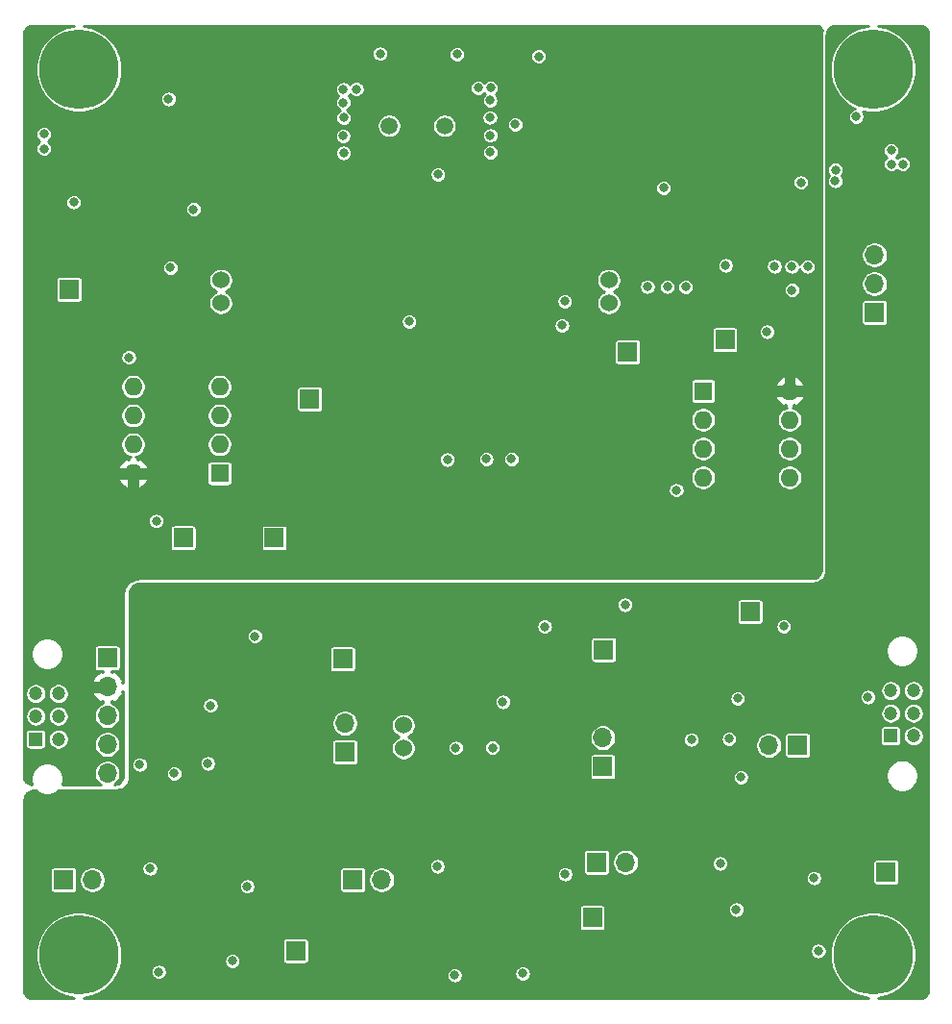
<source format=gbr>
%TF.GenerationSoftware,KiCad,Pcbnew,(5.1.9)-1*%
%TF.CreationDate,2022-01-14T21:41:21-05:00*%
%TF.ProjectId,mama_board,6d616d61-5f62-46f6-9172-642e6b696361,rev?*%
%TF.SameCoordinates,Original*%
%TF.FileFunction,Copper,L3,Inr*%
%TF.FilePolarity,Positive*%
%FSLAX46Y46*%
G04 Gerber Fmt 4.6, Leading zero omitted, Abs format (unit mm)*
G04 Created by KiCad (PCBNEW (5.1.9)-1) date 2022-01-14 21:41:21*
%MOMM*%
%LPD*%
G01*
G04 APERTURE LIST*
%TA.AperFunction,ComponentPad*%
%ADD10C,1.524000*%
%TD*%
%TA.AperFunction,ComponentPad*%
%ADD11O,1.600000X1.600000*%
%TD*%
%TA.AperFunction,ComponentPad*%
%ADD12R,1.600000X1.600000*%
%TD*%
%TA.AperFunction,ComponentPad*%
%ADD13C,7.000000*%
%TD*%
%TA.AperFunction,ComponentPad*%
%ADD14R,1.700000X1.700000*%
%TD*%
%TA.AperFunction,ComponentPad*%
%ADD15O,1.700000X1.700000*%
%TD*%
%TA.AperFunction,ComponentPad*%
%ADD16C,1.500000*%
%TD*%
%TA.AperFunction,ComponentPad*%
%ADD17C,1.200000*%
%TD*%
%TA.AperFunction,ComponentPad*%
%ADD18R,1.200000X1.200000*%
%TD*%
%TA.AperFunction,ViaPad*%
%ADD19C,0.800000*%
%TD*%
%TA.AperFunction,Conductor*%
%ADD20C,0.254000*%
%TD*%
%TA.AperFunction,Conductor*%
%ADD21C,0.100000*%
%TD*%
G04 APERTURE END LIST*
D10*
%TO.N,+36V*%
%TO.C,U15*%
X141600000Y-127800000D03*
%TO.N,/Detector Circuit 3/SIPM_OUT_3*%
X141600000Y-129800000D03*
%TD*%
D11*
%TO.N,+5V*%
%TO.C,U11*%
X117780000Y-105600000D03*
%TO.N,GND*%
X125400000Y-97980000D03*
%TO.N,/Comparitor Circuits/INTERRUPT_2*%
X117780000Y-103060000D03*
%TO.N,Net-(R32-Pad2)*%
X125400000Y-100520000D03*
%TO.N,/AMP_OUT_2*%
X117780000Y-100520000D03*
%TO.N,/AMP_OUT_1*%
X125400000Y-103060000D03*
%TO.N,Net-(R34-Pad2)*%
X117780000Y-97980000D03*
D12*
%TO.N,/Comparitor Circuits/INTERRUPT_1*%
X125400000Y-105600000D03*
%TD*%
D13*
%TO.N,N/C*%
%TO.C,REF\u002A\u002A*%
X183000000Y-70000000D03*
%TD*%
%TO.N,N/C*%
%TO.C,REF\u002A\u002A*%
X113000000Y-70000000D03*
%TD*%
%TO.N,N/C*%
%TO.C,REF\u002A\u002A*%
X113000000Y-148000000D03*
%TD*%
%TO.N,N/C*%
%TO.C,REF\u002A\u002A*%
X183000000Y-148000000D03*
%TD*%
D10*
%TO.N,+36V*%
%TO.C,U14*%
X159700000Y-88600000D03*
%TO.N,/Detector Circuit 2/SIPM_OUT_2*%
X159700000Y-90600000D03*
%TD*%
%TO.N,+36V*%
%TO.C,U13*%
X125500000Y-88600000D03*
%TO.N,/Detector Circuit 1/SIPM_OUT_1*%
X125500000Y-90600000D03*
%TD*%
D14*
%TO.N,/DET_ADC_3*%
%TO.C,TP6*%
X172148500Y-117792500D03*
%TD*%
%TO.N,Net-(C20-Pad2)*%
%TO.C,TP3*%
X158250000Y-144725000D03*
%TD*%
D15*
%TO.N,/Detector Circuit 3/Filter_IN*%
%TO.C,JP5*%
X161190000Y-139850000D03*
D14*
%TO.N,Net-(C24-Pad1)*%
X158650000Y-139850000D03*
%TD*%
D15*
%TO.N,/AMP_OUT_1*%
%TO.C,JP2*%
X136450000Y-127610000D03*
D14*
%TO.N,Net-(JP2-Pad1)*%
X136450000Y-130150000D03*
%TD*%
D16*
%TO.N,/Microcontroller/OSC2*%
%TO.C,Y1*%
X140340000Y-75000000D03*
%TO.N,/Microcontroller/OSC1*%
X145220000Y-75000000D03*
%TD*%
D11*
%TO.N,+5V*%
%TO.C,U12*%
X175645000Y-98350000D03*
%TO.N,GND*%
X168025000Y-105970000D03*
%TO.N,Net-(U12-Pad7)*%
X175645000Y-100890000D03*
%TO.N,Net-(R36-Pad2)*%
X168025000Y-103430000D03*
%TO.N,GND*%
X175645000Y-103430000D03*
%TO.N,/AMP_OUT_3*%
X168025000Y-100890000D03*
%TO.N,GND*%
X175645000Y-105970000D03*
D12*
%TO.N,/Comparitor Circuits/INTERRUPT_3*%
X168025000Y-98350000D03*
%TD*%
D14*
%TO.N,/Comparitor Circuits/INTERRUPT_3*%
%TO.C,TP12*%
X161350000Y-94925000D03*
%TD*%
%TO.N,/Comparitor Circuits/INTERRUPT_2*%
%TO.C,TP11*%
X133350000Y-99060000D03*
%TD*%
%TO.N,/Comparitor Circuits/INTERRUPT_1*%
%TO.C,TP10*%
X130223260Y-111295180D03*
%TD*%
%TO.N,Net-(R36-Pad2)*%
%TO.C,TP9*%
X169935000Y-93845000D03*
%TD*%
%TO.N,Net-(R34-Pad2)*%
%TO.C,TP8*%
X112141000Y-89408000D03*
%TD*%
%TO.N,Net-(R32-Pad2)*%
%TO.C,TP7*%
X122190000Y-111290000D03*
%TD*%
%TO.N,Net-(C26-Pad2)*%
%TO.C,TP5*%
X184150000Y-140716000D03*
%TD*%
%TO.N,/DET_ADC_2*%
%TO.C,TP4*%
X159258000Y-121137680D03*
%TD*%
%TO.N,/DET_ADC_1*%
%TO.C,TP2*%
X136250000Y-121950000D03*
%TD*%
%TO.N,Net-(C12-Pad2)*%
%TO.C,TP1*%
X132100000Y-147650000D03*
%TD*%
D15*
%TO.N,/AMP_OUT_3*%
%TO.C,JP6*%
X173810000Y-129560000D03*
D14*
%TO.N,Net-(JP6-Pad1)*%
X176350000Y-129560000D03*
%TD*%
%TO.N,Net-(JP4-Pad1)*%
%TO.C,JP4*%
X159176720Y-131434840D03*
D15*
%TO.N,/AMP_OUT_2*%
X159176720Y-128894840D03*
%TD*%
%TO.N,/Detector Circuit 2/Filter_IN*%
%TO.C,JP3*%
X139690000Y-141400000D03*
D14*
%TO.N,Net-(C18-Pad1)*%
X137150000Y-141400000D03*
%TD*%
%TO.N,Net-(C7-Pad1)*%
%TO.C,JP1*%
X111650000Y-141400000D03*
D15*
%TO.N,/Detector Circuit 1/Filter_IN*%
X114190000Y-141400000D03*
%TD*%
D17*
%TO.N,Net-(J10-Pad2)*%
%TO.C,J10*%
X109190500Y-127000000D03*
D18*
%TO.N,Net-(J10-Pad1)*%
X109190500Y-129000000D03*
D17*
%TO.N,GND*%
X109190500Y-125000000D03*
%TO.N,Net-(J10-Pad6)*%
X111190500Y-125000000D03*
%TO.N,/Microcontroller/CANL*%
X111190500Y-127000000D03*
%TO.N,/Microcontroller/CANH*%
X111190500Y-129000000D03*
%TD*%
D15*
%TO.N,Net-(F3-Pad2)*%
%TO.C,J7*%
X183124840Y-86374280D03*
%TO.N,Net-(F1-Pad2)*%
X183124840Y-88914280D03*
D14*
%TO.N,GND*%
X183124840Y-91454280D03*
%TD*%
D17*
%TO.N,+37V*%
%TO.C,J4*%
X184556400Y-126727200D03*
D18*
%TO.N,+5.4V*%
X184556400Y-128727200D03*
D17*
%TO.N,GND*%
X184556400Y-124727200D03*
%TO.N,Net-(J4-Pad6)*%
X186556400Y-124727200D03*
%TO.N,Net-(J4-Pad5)*%
X186556400Y-126727200D03*
%TO.N,Net-(J4-Pad4)*%
X186556400Y-128727200D03*
%TD*%
D14*
%TO.N,/Microcontroller/MCLR*%
%TO.C,J1*%
X115500000Y-121860000D03*
D15*
%TO.N,+5V*%
X115500000Y-124400000D03*
%TO.N,GND*%
X115500000Y-126940000D03*
%TO.N,/Microcontroller/ICSPDAT*%
X115500000Y-129480000D03*
%TO.N,/Microcontroller/ICSPCLK*%
X115500000Y-132020000D03*
%TD*%
D19*
%TO.N,GND*%
X123108720Y-82351880D03*
X152115520Y-149644100D03*
X155850000Y-140900000D03*
X139548360Y-68656660D03*
X185602880Y-78364080D03*
X151132306Y-104352679D03*
X145478500Y-104394000D03*
X146320000Y-68710000D03*
X165656260Y-107091480D03*
X117400000Y-95400000D03*
X176629840Y-79999280D03*
X164534840Y-80469280D03*
X112537240Y-81724500D03*
X142108000Y-92230000D03*
X144648000Y-79276000D03*
X177779680Y-141239240D03*
X166989760Y-129047240D03*
X170299040Y-128993260D03*
X178183540Y-147662900D03*
X170942000Y-144018000D03*
X149445980Y-129758440D03*
X146212560Y-129778760D03*
X146116040Y-149796500D03*
X118350000Y-131250000D03*
X124350000Y-131150000D03*
X128513840Y-119954040D03*
X127828040Y-141980920D03*
X119266679Y-140400000D03*
X120035320Y-149509480D03*
X126527560Y-148544280D03*
X144593418Y-140208000D03*
X169519182Y-139957240D03*
X175125040Y-119087260D03*
X149265640Y-75854560D03*
X148909806Y-104352679D03*
X120908500Y-72644000D03*
X121076720Y-87505540D03*
X169994840Y-87299280D03*
X181504840Y-74194280D03*
X173646820Y-93139680D03*
X136331960Y-77388720D03*
X136291320Y-75890120D03*
X136337040Y-74295000D03*
X136316720Y-72953880D03*
X137459720Y-71775320D03*
X149270720Y-77343000D03*
X149230080Y-74269600D03*
X149250400Y-72765920D03*
X148193760Y-71661020D03*
X136306560Y-71798180D03*
X149275800Y-71666100D03*
X151457660Y-74874120D03*
X119811800Y-109804200D03*
X154051000Y-119100600D03*
%TO.N,+37V*%
X175854360Y-89458800D03*
X175821340Y-87398860D03*
X174300000Y-87375000D03*
X177217940Y-87399000D03*
%TO.N,+4.7V*%
X147655280Y-136982200D03*
X121322873Y-140400000D03*
X146643418Y-140208000D03*
X171569182Y-139934182D03*
X177157040Y-119087260D03*
X130548380Y-119979440D03*
X185610500Y-83146900D03*
X184124600Y-83197700D03*
X122097800Y-137154920D03*
X178247040Y-121899680D03*
X131526280Y-122915680D03*
X172511720Y-136875520D03*
X155305760Y-122504200D03*
%TO.N,+36V*%
X164854840Y-89179280D03*
X163111180Y-89168480D03*
X166469060Y-89183720D03*
%TO.N,+5V*%
X133925000Y-92675000D03*
X112400000Y-104300000D03*
X162650000Y-100200000D03*
X178124840Y-84084280D03*
X177104840Y-84064280D03*
X169914840Y-81119280D03*
X144570000Y-92500000D03*
X157445000Y-70927000D03*
X157435000Y-69597000D03*
X118863000Y-71644000D03*
X143540000Y-92530000D03*
X118863000Y-72644000D03*
X119054880Y-88615520D03*
X115570000Y-80518000D03*
X112500000Y-80700000D03*
X170874840Y-81091280D03*
X175676560Y-93157040D03*
X177342800Y-94828360D03*
X118592600Y-109740700D03*
X130480000Y-104120000D03*
X130475000Y-105175000D03*
%TO.N,/AMP_OUT_1*%
X124600000Y-126050000D03*
%TO.N,/AMP_OUT_2*%
X150368000Y-125730000D03*
%TO.N,/AMP_OUT_3*%
X171061040Y-125437260D03*
%TO.N,/Detector Circuit 1/SIPM_OUT_1*%
X121410000Y-132040000D03*
%TO.N,/Detector Circuit 2/SIPM_OUT_2*%
X161137600Y-117180360D03*
%TO.N,/Detector Circuit 3/SIPM_OUT_3*%
X171350000Y-132360000D03*
%TO.N,/Microcontroller/MCLR*%
X153515000Y-68897000D03*
%TO.N,/Microcontroller/ICSPDAT*%
X155824000Y-90452000D03*
%TO.N,/Microcontroller/ICSPCLK*%
X155575000Y-92583000D03*
%TO.N,+5.4V*%
X184594500Y-78371700D03*
X179650000Y-79850000D03*
X184584840Y-77177900D03*
X179675000Y-78875000D03*
X182537100Y-125310900D03*
%TO.N,/Microcontroller/CANL*%
X109910000Y-77010000D03*
%TO.N,/Microcontroller/CANH*%
X109910000Y-75730000D03*
%TD*%
D20*
%TO.N,+4.7V*%
X181883705Y-66320070D02*
X181187236Y-66608557D01*
X180560430Y-67027375D01*
X180027375Y-67560430D01*
X179608557Y-68187236D01*
X179320070Y-68883705D01*
X179173000Y-69623073D01*
X179173000Y-70376927D01*
X179320070Y-71116295D01*
X179608557Y-71812764D01*
X180027375Y-72439570D01*
X180560430Y-72972625D01*
X181187236Y-73391443D01*
X181390733Y-73475734D01*
X181292782Y-73495218D01*
X181160476Y-73550021D01*
X181041404Y-73629582D01*
X180940142Y-73730844D01*
X180860581Y-73849916D01*
X180805778Y-73982222D01*
X180777840Y-74122677D01*
X180777840Y-74265883D01*
X180805778Y-74406338D01*
X180860581Y-74538644D01*
X180940142Y-74657716D01*
X181041404Y-74758978D01*
X181160476Y-74838539D01*
X181292782Y-74893342D01*
X181433237Y-74921280D01*
X181576443Y-74921280D01*
X181716898Y-74893342D01*
X181849204Y-74838539D01*
X181968276Y-74758978D01*
X182069538Y-74657716D01*
X182149099Y-74538644D01*
X182203902Y-74406338D01*
X182231840Y-74265883D01*
X182231840Y-74122677D01*
X182203902Y-73982222D01*
X182149099Y-73849916D01*
X182069538Y-73730844D01*
X182052125Y-73713431D01*
X182623073Y-73827000D01*
X183376927Y-73827000D01*
X184116295Y-73679930D01*
X184812764Y-73391443D01*
X185439570Y-72972625D01*
X185972625Y-72439570D01*
X186391443Y-71812764D01*
X186679930Y-71116295D01*
X186827000Y-70376927D01*
X186827000Y-69623073D01*
X186679930Y-68883705D01*
X186391443Y-68187236D01*
X185972625Y-67560430D01*
X185439570Y-67027375D01*
X184812764Y-66608557D01*
X184116295Y-66320070D01*
X183397036Y-66177000D01*
X187272577Y-66177000D01*
X187332893Y-66195212D01*
X187483953Y-66275744D01*
X187616378Y-66384225D01*
X187725075Y-66516486D01*
X187805847Y-66667419D01*
X187823001Y-66723908D01*
X187823000Y-151277736D01*
X187805978Y-151333850D01*
X187725362Y-151484672D01*
X187616870Y-151616870D01*
X187484672Y-151725362D01*
X187333850Y-151805978D01*
X187277736Y-151823000D01*
X183397036Y-151823000D01*
X184116295Y-151679930D01*
X184812764Y-151391443D01*
X185439570Y-150972625D01*
X185972625Y-150439570D01*
X186391443Y-149812764D01*
X186679930Y-149116295D01*
X186827000Y-148376927D01*
X186827000Y-147623073D01*
X186679930Y-146883705D01*
X186391443Y-146187236D01*
X185972625Y-145560430D01*
X185439570Y-145027375D01*
X184812764Y-144608557D01*
X184116295Y-144320070D01*
X183376927Y-144173000D01*
X182623073Y-144173000D01*
X181883705Y-144320070D01*
X181187236Y-144608557D01*
X180560430Y-145027375D01*
X180027375Y-145560430D01*
X179608557Y-146187236D01*
X179320070Y-146883705D01*
X179173000Y-147623073D01*
X179173000Y-148376927D01*
X179320070Y-149116295D01*
X179608557Y-149812764D01*
X180027375Y-150439570D01*
X180560430Y-150972625D01*
X181187236Y-151391443D01*
X181883705Y-151679930D01*
X182602964Y-151823000D01*
X113397036Y-151823000D01*
X114116295Y-151679930D01*
X114812764Y-151391443D01*
X115439570Y-150972625D01*
X115972625Y-150439570D01*
X116391443Y-149812764D01*
X116546726Y-149437877D01*
X119308320Y-149437877D01*
X119308320Y-149581083D01*
X119336258Y-149721538D01*
X119391061Y-149853844D01*
X119470622Y-149972916D01*
X119571884Y-150074178D01*
X119690956Y-150153739D01*
X119823262Y-150208542D01*
X119963717Y-150236480D01*
X120106923Y-150236480D01*
X120247378Y-150208542D01*
X120379684Y-150153739D01*
X120498756Y-150074178D01*
X120600018Y-149972916D01*
X120679579Y-149853844D01*
X120732990Y-149724897D01*
X145389040Y-149724897D01*
X145389040Y-149868103D01*
X145416978Y-150008558D01*
X145471781Y-150140864D01*
X145551342Y-150259936D01*
X145652604Y-150361198D01*
X145771676Y-150440759D01*
X145903982Y-150495562D01*
X146044437Y-150523500D01*
X146187643Y-150523500D01*
X146328098Y-150495562D01*
X146460404Y-150440759D01*
X146579476Y-150361198D01*
X146680738Y-150259936D01*
X146760299Y-150140864D01*
X146815102Y-150008558D01*
X146843040Y-149868103D01*
X146843040Y-149724897D01*
X146815102Y-149584442D01*
X146810155Y-149572497D01*
X151388520Y-149572497D01*
X151388520Y-149715703D01*
X151416458Y-149856158D01*
X151471261Y-149988464D01*
X151550822Y-150107536D01*
X151652084Y-150208798D01*
X151771156Y-150288359D01*
X151903462Y-150343162D01*
X152043917Y-150371100D01*
X152187123Y-150371100D01*
X152327578Y-150343162D01*
X152459884Y-150288359D01*
X152578956Y-150208798D01*
X152680218Y-150107536D01*
X152759779Y-149988464D01*
X152814582Y-149856158D01*
X152842520Y-149715703D01*
X152842520Y-149572497D01*
X152814582Y-149432042D01*
X152759779Y-149299736D01*
X152680218Y-149180664D01*
X152578956Y-149079402D01*
X152459884Y-148999841D01*
X152327578Y-148945038D01*
X152187123Y-148917100D01*
X152043917Y-148917100D01*
X151903462Y-148945038D01*
X151771156Y-148999841D01*
X151652084Y-149079402D01*
X151550822Y-149180664D01*
X151471261Y-149299736D01*
X151416458Y-149432042D01*
X151388520Y-149572497D01*
X146810155Y-149572497D01*
X146760299Y-149452136D01*
X146680738Y-149333064D01*
X146579476Y-149231802D01*
X146460404Y-149152241D01*
X146328098Y-149097438D01*
X146187643Y-149069500D01*
X146044437Y-149069500D01*
X145903982Y-149097438D01*
X145771676Y-149152241D01*
X145652604Y-149231802D01*
X145551342Y-149333064D01*
X145471781Y-149452136D01*
X145416978Y-149584442D01*
X145389040Y-149724897D01*
X120732990Y-149724897D01*
X120734382Y-149721538D01*
X120762320Y-149581083D01*
X120762320Y-149437877D01*
X120734382Y-149297422D01*
X120679579Y-149165116D01*
X120600018Y-149046044D01*
X120498756Y-148944782D01*
X120379684Y-148865221D01*
X120247378Y-148810418D01*
X120106923Y-148782480D01*
X119963717Y-148782480D01*
X119823262Y-148810418D01*
X119690956Y-148865221D01*
X119571884Y-148944782D01*
X119470622Y-149046044D01*
X119391061Y-149165116D01*
X119336258Y-149297422D01*
X119308320Y-149437877D01*
X116546726Y-149437877D01*
X116679930Y-149116295D01*
X116807954Y-148472677D01*
X125800560Y-148472677D01*
X125800560Y-148615883D01*
X125828498Y-148756338D01*
X125883301Y-148888644D01*
X125962862Y-149007716D01*
X126064124Y-149108978D01*
X126183196Y-149188539D01*
X126315502Y-149243342D01*
X126455957Y-149271280D01*
X126599163Y-149271280D01*
X126739618Y-149243342D01*
X126871924Y-149188539D01*
X126990996Y-149108978D01*
X127092258Y-149007716D01*
X127171819Y-148888644D01*
X127226622Y-148756338D01*
X127254560Y-148615883D01*
X127254560Y-148472677D01*
X127226622Y-148332222D01*
X127171819Y-148199916D01*
X127092258Y-148080844D01*
X126990996Y-147979582D01*
X126871924Y-147900021D01*
X126739618Y-147845218D01*
X126599163Y-147817280D01*
X126455957Y-147817280D01*
X126315502Y-147845218D01*
X126183196Y-147900021D01*
X126064124Y-147979582D01*
X125962862Y-148080844D01*
X125883301Y-148199916D01*
X125828498Y-148332222D01*
X125800560Y-148472677D01*
X116807954Y-148472677D01*
X116827000Y-148376927D01*
X116827000Y-147623073D01*
X116679930Y-146883705D01*
X116645259Y-146800000D01*
X130921418Y-146800000D01*
X130921418Y-148500000D01*
X130927732Y-148564103D01*
X130946430Y-148625743D01*
X130976794Y-148682550D01*
X131017657Y-148732343D01*
X131067450Y-148773206D01*
X131124257Y-148803570D01*
X131185897Y-148822268D01*
X131250000Y-148828582D01*
X132950000Y-148828582D01*
X133014103Y-148822268D01*
X133075743Y-148803570D01*
X133132550Y-148773206D01*
X133182343Y-148732343D01*
X133223206Y-148682550D01*
X133253570Y-148625743D01*
X133272268Y-148564103D01*
X133278582Y-148500000D01*
X133278582Y-147591297D01*
X177456540Y-147591297D01*
X177456540Y-147734503D01*
X177484478Y-147874958D01*
X177539281Y-148007264D01*
X177618842Y-148126336D01*
X177720104Y-148227598D01*
X177839176Y-148307159D01*
X177971482Y-148361962D01*
X178111937Y-148389900D01*
X178255143Y-148389900D01*
X178395598Y-148361962D01*
X178527904Y-148307159D01*
X178646976Y-148227598D01*
X178748238Y-148126336D01*
X178827799Y-148007264D01*
X178882602Y-147874958D01*
X178910540Y-147734503D01*
X178910540Y-147591297D01*
X178882602Y-147450842D01*
X178827799Y-147318536D01*
X178748238Y-147199464D01*
X178646976Y-147098202D01*
X178527904Y-147018641D01*
X178395598Y-146963838D01*
X178255143Y-146935900D01*
X178111937Y-146935900D01*
X177971482Y-146963838D01*
X177839176Y-147018641D01*
X177720104Y-147098202D01*
X177618842Y-147199464D01*
X177539281Y-147318536D01*
X177484478Y-147450842D01*
X177456540Y-147591297D01*
X133278582Y-147591297D01*
X133278582Y-146800000D01*
X133272268Y-146735897D01*
X133253570Y-146674257D01*
X133223206Y-146617450D01*
X133182343Y-146567657D01*
X133132550Y-146526794D01*
X133075743Y-146496430D01*
X133014103Y-146477732D01*
X132950000Y-146471418D01*
X131250000Y-146471418D01*
X131185897Y-146477732D01*
X131124257Y-146496430D01*
X131067450Y-146526794D01*
X131017657Y-146567657D01*
X130976794Y-146617450D01*
X130946430Y-146674257D01*
X130927732Y-146735897D01*
X130921418Y-146800000D01*
X116645259Y-146800000D01*
X116391443Y-146187236D01*
X115972625Y-145560430D01*
X115439570Y-145027375D01*
X114812764Y-144608557D01*
X114116295Y-144320070D01*
X113376927Y-144173000D01*
X112623073Y-144173000D01*
X111883705Y-144320070D01*
X111187236Y-144608557D01*
X110560430Y-145027375D01*
X110027375Y-145560430D01*
X109608557Y-146187236D01*
X109320070Y-146883705D01*
X109173000Y-147623073D01*
X109173000Y-148376927D01*
X109320070Y-149116295D01*
X109608557Y-149812764D01*
X110027375Y-150439570D01*
X110560430Y-150972625D01*
X111187236Y-151391443D01*
X111883705Y-151679930D01*
X112602964Y-151823000D01*
X108726362Y-151823000D01*
X108669308Y-151805647D01*
X108518208Y-151724643D01*
X108385869Y-151615652D01*
X108277399Y-151482882D01*
X108196990Y-151331462D01*
X108177000Y-151264797D01*
X108177000Y-143875000D01*
X157071418Y-143875000D01*
X157071418Y-145575000D01*
X157077732Y-145639103D01*
X157096430Y-145700743D01*
X157126794Y-145757550D01*
X157167657Y-145807343D01*
X157217450Y-145848206D01*
X157274257Y-145878570D01*
X157335897Y-145897268D01*
X157400000Y-145903582D01*
X159100000Y-145903582D01*
X159164103Y-145897268D01*
X159225743Y-145878570D01*
X159282550Y-145848206D01*
X159332343Y-145807343D01*
X159373206Y-145757550D01*
X159403570Y-145700743D01*
X159422268Y-145639103D01*
X159428582Y-145575000D01*
X159428582Y-143946397D01*
X170215000Y-143946397D01*
X170215000Y-144089603D01*
X170242938Y-144230058D01*
X170297741Y-144362364D01*
X170377302Y-144481436D01*
X170478564Y-144582698D01*
X170597636Y-144662259D01*
X170729942Y-144717062D01*
X170870397Y-144745000D01*
X171013603Y-144745000D01*
X171154058Y-144717062D01*
X171286364Y-144662259D01*
X171405436Y-144582698D01*
X171506698Y-144481436D01*
X171586259Y-144362364D01*
X171641062Y-144230058D01*
X171669000Y-144089603D01*
X171669000Y-143946397D01*
X171641062Y-143805942D01*
X171586259Y-143673636D01*
X171506698Y-143554564D01*
X171405436Y-143453302D01*
X171286364Y-143373741D01*
X171154058Y-143318938D01*
X171013603Y-143291000D01*
X170870397Y-143291000D01*
X170729942Y-143318938D01*
X170597636Y-143373741D01*
X170478564Y-143453302D01*
X170377302Y-143554564D01*
X170297741Y-143673636D01*
X170242938Y-143805942D01*
X170215000Y-143946397D01*
X159428582Y-143946397D01*
X159428582Y-143875000D01*
X159422268Y-143810897D01*
X159403570Y-143749257D01*
X159373206Y-143692450D01*
X159332343Y-143642657D01*
X159282550Y-143601794D01*
X159225743Y-143571430D01*
X159164103Y-143552732D01*
X159100000Y-143546418D01*
X157400000Y-143546418D01*
X157335897Y-143552732D01*
X157274257Y-143571430D01*
X157217450Y-143601794D01*
X157167657Y-143642657D01*
X157126794Y-143692450D01*
X157096430Y-143749257D01*
X157077732Y-143810897D01*
X157071418Y-143875000D01*
X108177000Y-143875000D01*
X108177000Y-140550000D01*
X110471418Y-140550000D01*
X110471418Y-142250000D01*
X110477732Y-142314103D01*
X110496430Y-142375743D01*
X110526794Y-142432550D01*
X110567657Y-142482343D01*
X110617450Y-142523206D01*
X110674257Y-142553570D01*
X110735897Y-142572268D01*
X110800000Y-142578582D01*
X112500000Y-142578582D01*
X112564103Y-142572268D01*
X112625743Y-142553570D01*
X112682550Y-142523206D01*
X112732343Y-142482343D01*
X112773206Y-142432550D01*
X112803570Y-142375743D01*
X112822268Y-142314103D01*
X112828582Y-142250000D01*
X112828582Y-141284076D01*
X113013000Y-141284076D01*
X113013000Y-141515924D01*
X113058231Y-141743318D01*
X113146956Y-141957519D01*
X113275764Y-142150294D01*
X113439706Y-142314236D01*
X113632481Y-142443044D01*
X113846682Y-142531769D01*
X114074076Y-142577000D01*
X114305924Y-142577000D01*
X114533318Y-142531769D01*
X114747519Y-142443044D01*
X114940294Y-142314236D01*
X115104236Y-142150294D01*
X115233044Y-141957519D01*
X115253009Y-141909317D01*
X127101040Y-141909317D01*
X127101040Y-142052523D01*
X127128978Y-142192978D01*
X127183781Y-142325284D01*
X127263342Y-142444356D01*
X127364604Y-142545618D01*
X127483676Y-142625179D01*
X127615982Y-142679982D01*
X127756437Y-142707920D01*
X127899643Y-142707920D01*
X128040098Y-142679982D01*
X128172404Y-142625179D01*
X128291476Y-142545618D01*
X128392738Y-142444356D01*
X128472299Y-142325284D01*
X128527102Y-142192978D01*
X128555040Y-142052523D01*
X128555040Y-141909317D01*
X128527102Y-141768862D01*
X128472299Y-141636556D01*
X128392738Y-141517484D01*
X128291476Y-141416222D01*
X128172404Y-141336661D01*
X128040098Y-141281858D01*
X127899643Y-141253920D01*
X127756437Y-141253920D01*
X127615982Y-141281858D01*
X127483676Y-141336661D01*
X127364604Y-141416222D01*
X127263342Y-141517484D01*
X127183781Y-141636556D01*
X127128978Y-141768862D01*
X127101040Y-141909317D01*
X115253009Y-141909317D01*
X115321769Y-141743318D01*
X115367000Y-141515924D01*
X115367000Y-141284076D01*
X115321769Y-141056682D01*
X115233044Y-140842481D01*
X115104236Y-140649706D01*
X114940294Y-140485764D01*
X114747519Y-140356956D01*
X114678572Y-140328397D01*
X118539679Y-140328397D01*
X118539679Y-140471603D01*
X118567617Y-140612058D01*
X118622420Y-140744364D01*
X118701981Y-140863436D01*
X118803243Y-140964698D01*
X118922315Y-141044259D01*
X119054621Y-141099062D01*
X119195076Y-141127000D01*
X119338282Y-141127000D01*
X119478737Y-141099062D01*
X119611043Y-141044259D01*
X119730115Y-140964698D01*
X119831377Y-140863436D01*
X119910938Y-140744364D01*
X119965741Y-140612058D01*
X119978084Y-140550000D01*
X135971418Y-140550000D01*
X135971418Y-142250000D01*
X135977732Y-142314103D01*
X135996430Y-142375743D01*
X136026794Y-142432550D01*
X136067657Y-142482343D01*
X136117450Y-142523206D01*
X136174257Y-142553570D01*
X136235897Y-142572268D01*
X136300000Y-142578582D01*
X138000000Y-142578582D01*
X138064103Y-142572268D01*
X138125743Y-142553570D01*
X138182550Y-142523206D01*
X138232343Y-142482343D01*
X138273206Y-142432550D01*
X138303570Y-142375743D01*
X138322268Y-142314103D01*
X138328582Y-142250000D01*
X138328582Y-141284076D01*
X138513000Y-141284076D01*
X138513000Y-141515924D01*
X138558231Y-141743318D01*
X138646956Y-141957519D01*
X138775764Y-142150294D01*
X138939706Y-142314236D01*
X139132481Y-142443044D01*
X139346682Y-142531769D01*
X139574076Y-142577000D01*
X139805924Y-142577000D01*
X140033318Y-142531769D01*
X140247519Y-142443044D01*
X140440294Y-142314236D01*
X140604236Y-142150294D01*
X140733044Y-141957519D01*
X140821769Y-141743318D01*
X140867000Y-141515924D01*
X140867000Y-141284076D01*
X140821769Y-141056682D01*
X140733044Y-140842481D01*
X140604236Y-140649706D01*
X140440294Y-140485764D01*
X140247519Y-140356956D01*
X140033318Y-140268231D01*
X139805924Y-140223000D01*
X139574076Y-140223000D01*
X139346682Y-140268231D01*
X139132481Y-140356956D01*
X138939706Y-140485764D01*
X138775764Y-140649706D01*
X138646956Y-140842481D01*
X138558231Y-141056682D01*
X138513000Y-141284076D01*
X138328582Y-141284076D01*
X138328582Y-140550000D01*
X138322268Y-140485897D01*
X138303570Y-140424257D01*
X138273206Y-140367450D01*
X138232343Y-140317657D01*
X138182550Y-140276794D01*
X138125743Y-140246430D01*
X138064103Y-140227732D01*
X138000000Y-140221418D01*
X136300000Y-140221418D01*
X136235897Y-140227732D01*
X136174257Y-140246430D01*
X136117450Y-140276794D01*
X136067657Y-140317657D01*
X136026794Y-140367450D01*
X135996430Y-140424257D01*
X135977732Y-140485897D01*
X135971418Y-140550000D01*
X119978084Y-140550000D01*
X119993679Y-140471603D01*
X119993679Y-140328397D01*
X119965741Y-140187942D01*
X119944391Y-140136397D01*
X143866418Y-140136397D01*
X143866418Y-140279603D01*
X143894356Y-140420058D01*
X143949159Y-140552364D01*
X144028720Y-140671436D01*
X144129982Y-140772698D01*
X144249054Y-140852259D01*
X144381360Y-140907062D01*
X144521815Y-140935000D01*
X144665021Y-140935000D01*
X144805476Y-140907062D01*
X144937782Y-140852259D01*
X144973494Y-140828397D01*
X155123000Y-140828397D01*
X155123000Y-140971603D01*
X155150938Y-141112058D01*
X155205741Y-141244364D01*
X155285302Y-141363436D01*
X155386564Y-141464698D01*
X155505636Y-141544259D01*
X155637942Y-141599062D01*
X155778397Y-141627000D01*
X155921603Y-141627000D01*
X156062058Y-141599062D01*
X156194364Y-141544259D01*
X156313436Y-141464698D01*
X156414698Y-141363436D01*
X156494259Y-141244364D01*
X156526040Y-141167637D01*
X177052680Y-141167637D01*
X177052680Y-141310843D01*
X177080618Y-141451298D01*
X177135421Y-141583604D01*
X177214982Y-141702676D01*
X177316244Y-141803938D01*
X177435316Y-141883499D01*
X177567622Y-141938302D01*
X177708077Y-141966240D01*
X177851283Y-141966240D01*
X177991738Y-141938302D01*
X178124044Y-141883499D01*
X178243116Y-141803938D01*
X178344378Y-141702676D01*
X178423939Y-141583604D01*
X178478742Y-141451298D01*
X178506680Y-141310843D01*
X178506680Y-141167637D01*
X178478742Y-141027182D01*
X178423939Y-140894876D01*
X178344378Y-140775804D01*
X178243116Y-140674542D01*
X178124044Y-140594981D01*
X177991738Y-140540178D01*
X177851283Y-140512240D01*
X177708077Y-140512240D01*
X177567622Y-140540178D01*
X177435316Y-140594981D01*
X177316244Y-140674542D01*
X177214982Y-140775804D01*
X177135421Y-140894876D01*
X177080618Y-141027182D01*
X177052680Y-141167637D01*
X156526040Y-141167637D01*
X156549062Y-141112058D01*
X156577000Y-140971603D01*
X156577000Y-140828397D01*
X156549062Y-140687942D01*
X156494259Y-140555636D01*
X156414698Y-140436564D01*
X156313436Y-140335302D01*
X156194364Y-140255741D01*
X156062058Y-140200938D01*
X155921603Y-140173000D01*
X155778397Y-140173000D01*
X155637942Y-140200938D01*
X155505636Y-140255741D01*
X155386564Y-140335302D01*
X155285302Y-140436564D01*
X155205741Y-140555636D01*
X155150938Y-140687942D01*
X155123000Y-140828397D01*
X144973494Y-140828397D01*
X145056854Y-140772698D01*
X145158116Y-140671436D01*
X145237677Y-140552364D01*
X145292480Y-140420058D01*
X145320418Y-140279603D01*
X145320418Y-140136397D01*
X145292480Y-139995942D01*
X145237677Y-139863636D01*
X145158116Y-139744564D01*
X145056854Y-139643302D01*
X144937782Y-139563741D01*
X144805476Y-139508938D01*
X144665021Y-139481000D01*
X144521815Y-139481000D01*
X144381360Y-139508938D01*
X144249054Y-139563741D01*
X144129982Y-139643302D01*
X144028720Y-139744564D01*
X143949159Y-139863636D01*
X143894356Y-139995942D01*
X143866418Y-140136397D01*
X119944391Y-140136397D01*
X119910938Y-140055636D01*
X119831377Y-139936564D01*
X119730115Y-139835302D01*
X119611043Y-139755741D01*
X119478737Y-139700938D01*
X119338282Y-139673000D01*
X119195076Y-139673000D01*
X119054621Y-139700938D01*
X118922315Y-139755741D01*
X118803243Y-139835302D01*
X118701981Y-139936564D01*
X118622420Y-140055636D01*
X118567617Y-140187942D01*
X118539679Y-140328397D01*
X114678572Y-140328397D01*
X114533318Y-140268231D01*
X114305924Y-140223000D01*
X114074076Y-140223000D01*
X113846682Y-140268231D01*
X113632481Y-140356956D01*
X113439706Y-140485764D01*
X113275764Y-140649706D01*
X113146956Y-140842481D01*
X113058231Y-141056682D01*
X113013000Y-141284076D01*
X112828582Y-141284076D01*
X112828582Y-140550000D01*
X112822268Y-140485897D01*
X112803570Y-140424257D01*
X112773206Y-140367450D01*
X112732343Y-140317657D01*
X112682550Y-140276794D01*
X112625743Y-140246430D01*
X112564103Y-140227732D01*
X112500000Y-140221418D01*
X110800000Y-140221418D01*
X110735897Y-140227732D01*
X110674257Y-140246430D01*
X110617450Y-140276794D01*
X110567657Y-140317657D01*
X110526794Y-140367450D01*
X110496430Y-140424257D01*
X110477732Y-140485897D01*
X110471418Y-140550000D01*
X108177000Y-140550000D01*
X108177000Y-139314698D01*
X108178240Y-139000000D01*
X157471418Y-139000000D01*
X157471418Y-140700000D01*
X157477732Y-140764103D01*
X157496430Y-140825743D01*
X157526794Y-140882550D01*
X157567657Y-140932343D01*
X157617450Y-140973206D01*
X157674257Y-141003570D01*
X157735897Y-141022268D01*
X157800000Y-141028582D01*
X159500000Y-141028582D01*
X159564103Y-141022268D01*
X159625743Y-141003570D01*
X159682550Y-140973206D01*
X159732343Y-140932343D01*
X159773206Y-140882550D01*
X159803570Y-140825743D01*
X159822268Y-140764103D01*
X159828582Y-140700000D01*
X159828582Y-139734076D01*
X160013000Y-139734076D01*
X160013000Y-139965924D01*
X160058231Y-140193318D01*
X160146956Y-140407519D01*
X160275764Y-140600294D01*
X160439706Y-140764236D01*
X160632481Y-140893044D01*
X160846682Y-140981769D01*
X161074076Y-141027000D01*
X161305924Y-141027000D01*
X161533318Y-140981769D01*
X161747519Y-140893044D01*
X161940294Y-140764236D01*
X162104236Y-140600294D01*
X162233044Y-140407519D01*
X162321769Y-140193318D01*
X162367000Y-139965924D01*
X162367000Y-139885637D01*
X168792182Y-139885637D01*
X168792182Y-140028843D01*
X168820120Y-140169298D01*
X168874923Y-140301604D01*
X168954484Y-140420676D01*
X169055746Y-140521938D01*
X169174818Y-140601499D01*
X169307124Y-140656302D01*
X169447579Y-140684240D01*
X169590785Y-140684240D01*
X169731240Y-140656302D01*
X169863546Y-140601499D01*
X169982618Y-140521938D01*
X170083880Y-140420676D01*
X170163441Y-140301604D01*
X170218244Y-140169298D01*
X170246182Y-140028843D01*
X170246182Y-139885637D01*
X170242276Y-139866000D01*
X182971418Y-139866000D01*
X182971418Y-141566000D01*
X182977732Y-141630103D01*
X182996430Y-141691743D01*
X183026794Y-141748550D01*
X183067657Y-141798343D01*
X183117450Y-141839206D01*
X183174257Y-141869570D01*
X183235897Y-141888268D01*
X183300000Y-141894582D01*
X185000000Y-141894582D01*
X185064103Y-141888268D01*
X185125743Y-141869570D01*
X185182550Y-141839206D01*
X185232343Y-141798343D01*
X185273206Y-141748550D01*
X185303570Y-141691743D01*
X185322268Y-141630103D01*
X185328582Y-141566000D01*
X185328582Y-139866000D01*
X185322268Y-139801897D01*
X185303570Y-139740257D01*
X185273206Y-139683450D01*
X185232343Y-139633657D01*
X185182550Y-139592794D01*
X185125743Y-139562430D01*
X185064103Y-139543732D01*
X185000000Y-139537418D01*
X183300000Y-139537418D01*
X183235897Y-139543732D01*
X183174257Y-139562430D01*
X183117450Y-139592794D01*
X183067657Y-139633657D01*
X183026794Y-139683450D01*
X182996430Y-139740257D01*
X182977732Y-139801897D01*
X182971418Y-139866000D01*
X170242276Y-139866000D01*
X170218244Y-139745182D01*
X170163441Y-139612876D01*
X170083880Y-139493804D01*
X169982618Y-139392542D01*
X169863546Y-139312981D01*
X169731240Y-139258178D01*
X169590785Y-139230240D01*
X169447579Y-139230240D01*
X169307124Y-139258178D01*
X169174818Y-139312981D01*
X169055746Y-139392542D01*
X168954484Y-139493804D01*
X168874923Y-139612876D01*
X168820120Y-139745182D01*
X168792182Y-139885637D01*
X162367000Y-139885637D01*
X162367000Y-139734076D01*
X162321769Y-139506682D01*
X162233044Y-139292481D01*
X162104236Y-139099706D01*
X161940294Y-138935764D01*
X161747519Y-138806956D01*
X161533318Y-138718231D01*
X161305924Y-138673000D01*
X161074076Y-138673000D01*
X160846682Y-138718231D01*
X160632481Y-138806956D01*
X160439706Y-138935764D01*
X160275764Y-139099706D01*
X160146956Y-139292481D01*
X160058231Y-139506682D01*
X160013000Y-139734076D01*
X159828582Y-139734076D01*
X159828582Y-139000000D01*
X159822268Y-138935897D01*
X159803570Y-138874257D01*
X159773206Y-138817450D01*
X159732343Y-138767657D01*
X159682550Y-138726794D01*
X159625743Y-138696430D01*
X159564103Y-138677732D01*
X159500000Y-138671418D01*
X157800000Y-138671418D01*
X157735897Y-138677732D01*
X157674257Y-138696430D01*
X157617450Y-138726794D01*
X157567657Y-138767657D01*
X157526794Y-138817450D01*
X157496430Y-138874257D01*
X157477732Y-138935897D01*
X157471418Y-139000000D01*
X108178240Y-139000000D01*
X108196450Y-134379987D01*
X108214423Y-134204114D01*
X108264434Y-134041078D01*
X108345209Y-133890882D01*
X108453659Y-133759273D01*
X108585644Y-133651275D01*
X108736113Y-133571020D01*
X108899324Y-133521571D01*
X109075259Y-133504203D01*
X109176569Y-133504153D01*
X109280840Y-133608424D01*
X109514562Y-133764591D01*
X109774259Y-133872162D01*
X110049953Y-133927000D01*
X110331047Y-133927000D01*
X110606741Y-133872162D01*
X110866438Y-133764591D01*
X111100160Y-133608424D01*
X111205437Y-133503147D01*
X116351831Y-133500596D01*
X116364278Y-133499978D01*
X116559338Y-133480670D01*
X116583750Y-133475802D01*
X116771297Y-133418816D01*
X116794292Y-133409279D01*
X116967119Y-133316802D01*
X116987812Y-133302963D01*
X117139280Y-133178549D01*
X117156875Y-133160940D01*
X117281164Y-133009370D01*
X117294986Y-132988666D01*
X117387320Y-132815763D01*
X117396838Y-132792761D01*
X117453671Y-132605167D01*
X117458519Y-132580749D01*
X117477665Y-132385673D01*
X117478272Y-132373226D01*
X117477881Y-131178397D01*
X117623000Y-131178397D01*
X117623000Y-131321603D01*
X117650938Y-131462058D01*
X117705741Y-131594364D01*
X117785302Y-131713436D01*
X117886564Y-131814698D01*
X118005636Y-131894259D01*
X118137942Y-131949062D01*
X118278397Y-131977000D01*
X118421603Y-131977000D01*
X118464853Y-131968397D01*
X120683000Y-131968397D01*
X120683000Y-132111603D01*
X120710938Y-132252058D01*
X120765741Y-132384364D01*
X120845302Y-132503436D01*
X120946564Y-132604698D01*
X121065636Y-132684259D01*
X121197942Y-132739062D01*
X121338397Y-132767000D01*
X121481603Y-132767000D01*
X121622058Y-132739062D01*
X121754364Y-132684259D01*
X121873436Y-132604698D01*
X121974698Y-132503436D01*
X122054259Y-132384364D01*
X122109062Y-132252058D01*
X122137000Y-132111603D01*
X122137000Y-131968397D01*
X122109062Y-131827942D01*
X122054259Y-131695636D01*
X121974698Y-131576564D01*
X121873436Y-131475302D01*
X121754364Y-131395741D01*
X121622058Y-131340938D01*
X121481603Y-131313000D01*
X121338397Y-131313000D01*
X121197942Y-131340938D01*
X121065636Y-131395741D01*
X120946564Y-131475302D01*
X120845302Y-131576564D01*
X120765741Y-131695636D01*
X120710938Y-131827942D01*
X120683000Y-131968397D01*
X118464853Y-131968397D01*
X118562058Y-131949062D01*
X118694364Y-131894259D01*
X118813436Y-131814698D01*
X118914698Y-131713436D01*
X118994259Y-131594364D01*
X119049062Y-131462058D01*
X119077000Y-131321603D01*
X119077000Y-131178397D01*
X119057109Y-131078397D01*
X123623000Y-131078397D01*
X123623000Y-131221603D01*
X123650938Y-131362058D01*
X123705741Y-131494364D01*
X123785302Y-131613436D01*
X123886564Y-131714698D01*
X124005636Y-131794259D01*
X124137942Y-131849062D01*
X124278397Y-131877000D01*
X124421603Y-131877000D01*
X124562058Y-131849062D01*
X124694364Y-131794259D01*
X124813436Y-131714698D01*
X124914698Y-131613436D01*
X124994259Y-131494364D01*
X125049062Y-131362058D01*
X125077000Y-131221603D01*
X125077000Y-131078397D01*
X125049062Y-130937942D01*
X124994259Y-130805636D01*
X124914698Y-130686564D01*
X124813436Y-130585302D01*
X124694364Y-130505741D01*
X124562058Y-130450938D01*
X124421603Y-130423000D01*
X124278397Y-130423000D01*
X124137942Y-130450938D01*
X124005636Y-130505741D01*
X123886564Y-130585302D01*
X123785302Y-130686564D01*
X123705741Y-130805636D01*
X123650938Y-130937942D01*
X123623000Y-131078397D01*
X119057109Y-131078397D01*
X119049062Y-131037942D01*
X118994259Y-130905636D01*
X118914698Y-130786564D01*
X118813436Y-130685302D01*
X118694364Y-130605741D01*
X118562058Y-130550938D01*
X118421603Y-130523000D01*
X118278397Y-130523000D01*
X118137942Y-130550938D01*
X118005636Y-130605741D01*
X117886564Y-130685302D01*
X117785302Y-130786564D01*
X117705741Y-130905636D01*
X117650938Y-131037942D01*
X117623000Y-131178397D01*
X117477881Y-131178397D01*
X117477266Y-129300000D01*
X135271418Y-129300000D01*
X135271418Y-131000000D01*
X135277732Y-131064103D01*
X135296430Y-131125743D01*
X135326794Y-131182550D01*
X135367657Y-131232343D01*
X135417450Y-131273206D01*
X135474257Y-131303570D01*
X135535897Y-131322268D01*
X135600000Y-131328582D01*
X137300000Y-131328582D01*
X137364103Y-131322268D01*
X137425743Y-131303570D01*
X137482550Y-131273206D01*
X137532343Y-131232343D01*
X137573206Y-131182550D01*
X137603570Y-131125743D01*
X137622268Y-131064103D01*
X137628582Y-131000000D01*
X137628582Y-129300000D01*
X137622268Y-129235897D01*
X137603570Y-129174257D01*
X137573206Y-129117450D01*
X137532343Y-129067657D01*
X137482550Y-129026794D01*
X137425743Y-128996430D01*
X137364103Y-128977732D01*
X137300000Y-128971418D01*
X135600000Y-128971418D01*
X135535897Y-128977732D01*
X135474257Y-128996430D01*
X135417450Y-129026794D01*
X135367657Y-129067657D01*
X135326794Y-129117450D01*
X135296430Y-129174257D01*
X135277732Y-129235897D01*
X135271418Y-129300000D01*
X117477266Y-129300000D01*
X117476675Y-127494076D01*
X135273000Y-127494076D01*
X135273000Y-127725924D01*
X135318231Y-127953318D01*
X135406956Y-128167519D01*
X135535764Y-128360294D01*
X135699706Y-128524236D01*
X135892481Y-128653044D01*
X136106682Y-128741769D01*
X136334076Y-128787000D01*
X136565924Y-128787000D01*
X136793318Y-128741769D01*
X137007519Y-128653044D01*
X137200294Y-128524236D01*
X137364236Y-128360294D01*
X137493044Y-128167519D01*
X137581769Y-127953318D01*
X137627000Y-127725924D01*
X137627000Y-127692743D01*
X140511000Y-127692743D01*
X140511000Y-127907257D01*
X140552850Y-128117650D01*
X140634941Y-128315835D01*
X140754119Y-128494197D01*
X140905803Y-128645881D01*
X141084165Y-128765059D01*
X141168520Y-128800000D01*
X141084165Y-128834941D01*
X140905803Y-128954119D01*
X140754119Y-129105803D01*
X140634941Y-129284165D01*
X140552850Y-129482350D01*
X140511000Y-129692743D01*
X140511000Y-129907257D01*
X140552850Y-130117650D01*
X140634941Y-130315835D01*
X140754119Y-130494197D01*
X140905803Y-130645881D01*
X141084165Y-130765059D01*
X141282350Y-130847150D01*
X141492743Y-130889000D01*
X141707257Y-130889000D01*
X141917650Y-130847150D01*
X142115835Y-130765059D01*
X142294197Y-130645881D01*
X142355238Y-130584840D01*
X157998138Y-130584840D01*
X157998138Y-132284840D01*
X158004452Y-132348943D01*
X158023150Y-132410583D01*
X158053514Y-132467390D01*
X158094377Y-132517183D01*
X158144170Y-132558046D01*
X158200977Y-132588410D01*
X158262617Y-132607108D01*
X158326720Y-132613422D01*
X160026720Y-132613422D01*
X160090823Y-132607108D01*
X160152463Y-132588410D01*
X160209270Y-132558046D01*
X160259063Y-132517183D01*
X160299926Y-132467390D01*
X160330290Y-132410583D01*
X160348988Y-132348943D01*
X160354951Y-132288397D01*
X170623000Y-132288397D01*
X170623000Y-132431603D01*
X170650938Y-132572058D01*
X170705741Y-132704364D01*
X170785302Y-132823436D01*
X170886564Y-132924698D01*
X171005636Y-133004259D01*
X171137942Y-133059062D01*
X171278397Y-133087000D01*
X171421603Y-133087000D01*
X171562058Y-133059062D01*
X171694364Y-133004259D01*
X171813436Y-132924698D01*
X171914698Y-132823436D01*
X171994259Y-132704364D01*
X172049062Y-132572058D01*
X172077000Y-132431603D01*
X172077000Y-132288397D01*
X172049062Y-132147942D01*
X172023676Y-132086653D01*
X184129400Y-132086653D01*
X184129400Y-132367747D01*
X184184238Y-132643441D01*
X184291809Y-132903138D01*
X184447976Y-133136860D01*
X184646740Y-133335624D01*
X184880462Y-133491791D01*
X185140159Y-133599362D01*
X185415853Y-133654200D01*
X185696947Y-133654200D01*
X185972641Y-133599362D01*
X186232338Y-133491791D01*
X186466060Y-133335624D01*
X186664824Y-133136860D01*
X186820991Y-132903138D01*
X186928562Y-132643441D01*
X186983400Y-132367747D01*
X186983400Y-132086653D01*
X186928562Y-131810959D01*
X186820991Y-131551262D01*
X186664824Y-131317540D01*
X186466060Y-131118776D01*
X186232338Y-130962609D01*
X185972641Y-130855038D01*
X185696947Y-130800200D01*
X185415853Y-130800200D01*
X185140159Y-130855038D01*
X184880462Y-130962609D01*
X184646740Y-131118776D01*
X184447976Y-131317540D01*
X184291809Y-131551262D01*
X184184238Y-131810959D01*
X184129400Y-132086653D01*
X172023676Y-132086653D01*
X171994259Y-132015636D01*
X171914698Y-131896564D01*
X171813436Y-131795302D01*
X171694364Y-131715741D01*
X171562058Y-131660938D01*
X171421603Y-131633000D01*
X171278397Y-131633000D01*
X171137942Y-131660938D01*
X171005636Y-131715741D01*
X170886564Y-131795302D01*
X170785302Y-131896564D01*
X170705741Y-132015636D01*
X170650938Y-132147942D01*
X170623000Y-132288397D01*
X160354951Y-132288397D01*
X160355302Y-132284840D01*
X160355302Y-130584840D01*
X160348988Y-130520737D01*
X160330290Y-130459097D01*
X160299926Y-130402290D01*
X160259063Y-130352497D01*
X160209270Y-130311634D01*
X160152463Y-130281270D01*
X160090823Y-130262572D01*
X160026720Y-130256258D01*
X158326720Y-130256258D01*
X158262617Y-130262572D01*
X158200977Y-130281270D01*
X158144170Y-130311634D01*
X158094377Y-130352497D01*
X158053514Y-130402290D01*
X158023150Y-130459097D01*
X158004452Y-130520737D01*
X157998138Y-130584840D01*
X142355238Y-130584840D01*
X142445881Y-130494197D01*
X142565059Y-130315835D01*
X142647150Y-130117650D01*
X142689000Y-129907257D01*
X142689000Y-129707157D01*
X145485560Y-129707157D01*
X145485560Y-129850363D01*
X145513498Y-129990818D01*
X145568301Y-130123124D01*
X145647862Y-130242196D01*
X145749124Y-130343458D01*
X145868196Y-130423019D01*
X146000502Y-130477822D01*
X146140957Y-130505760D01*
X146284163Y-130505760D01*
X146424618Y-130477822D01*
X146556924Y-130423019D01*
X146675996Y-130343458D01*
X146777258Y-130242196D01*
X146856819Y-130123124D01*
X146911622Y-129990818D01*
X146939560Y-129850363D01*
X146939560Y-129707157D01*
X146935519Y-129686837D01*
X148718980Y-129686837D01*
X148718980Y-129830043D01*
X148746918Y-129970498D01*
X148801721Y-130102804D01*
X148881282Y-130221876D01*
X148982544Y-130323138D01*
X149101616Y-130402699D01*
X149233922Y-130457502D01*
X149374377Y-130485440D01*
X149517583Y-130485440D01*
X149658038Y-130457502D01*
X149790344Y-130402699D01*
X149909416Y-130323138D01*
X150010678Y-130221876D01*
X150090239Y-130102804D01*
X150145042Y-129970498D01*
X150172980Y-129830043D01*
X150172980Y-129686837D01*
X150145042Y-129546382D01*
X150090239Y-129414076D01*
X150010678Y-129295004D01*
X149909416Y-129193742D01*
X149790344Y-129114181D01*
X149658038Y-129059378D01*
X149517583Y-129031440D01*
X149374377Y-129031440D01*
X149233922Y-129059378D01*
X149101616Y-129114181D01*
X148982544Y-129193742D01*
X148881282Y-129295004D01*
X148801721Y-129414076D01*
X148746918Y-129546382D01*
X148718980Y-129686837D01*
X146935519Y-129686837D01*
X146911622Y-129566702D01*
X146856819Y-129434396D01*
X146777258Y-129315324D01*
X146675996Y-129214062D01*
X146556924Y-129134501D01*
X146424618Y-129079698D01*
X146284163Y-129051760D01*
X146140957Y-129051760D01*
X146000502Y-129079698D01*
X145868196Y-129134501D01*
X145749124Y-129214062D01*
X145647862Y-129315324D01*
X145568301Y-129434396D01*
X145513498Y-129566702D01*
X145485560Y-129707157D01*
X142689000Y-129707157D01*
X142689000Y-129692743D01*
X142647150Y-129482350D01*
X142565059Y-129284165D01*
X142445881Y-129105803D01*
X142294197Y-128954119D01*
X142115835Y-128834941D01*
X142031480Y-128800000D01*
X142082381Y-128778916D01*
X157999720Y-128778916D01*
X157999720Y-129010764D01*
X158044951Y-129238158D01*
X158133676Y-129452359D01*
X158262484Y-129645134D01*
X158426426Y-129809076D01*
X158619201Y-129937884D01*
X158833402Y-130026609D01*
X159060796Y-130071840D01*
X159292644Y-130071840D01*
X159520038Y-130026609D01*
X159734239Y-129937884D01*
X159927014Y-129809076D01*
X160090956Y-129645134D01*
X160219764Y-129452359D01*
X160308489Y-129238158D01*
X160353720Y-129010764D01*
X160353720Y-128975637D01*
X166262760Y-128975637D01*
X166262760Y-129118843D01*
X166290698Y-129259298D01*
X166345501Y-129391604D01*
X166425062Y-129510676D01*
X166526324Y-129611938D01*
X166645396Y-129691499D01*
X166777702Y-129746302D01*
X166918157Y-129774240D01*
X167061363Y-129774240D01*
X167201818Y-129746302D01*
X167334124Y-129691499D01*
X167453196Y-129611938D01*
X167554458Y-129510676D01*
X167634019Y-129391604D01*
X167688822Y-129259298D01*
X167716760Y-129118843D01*
X167716760Y-128975637D01*
X167706023Y-128921657D01*
X169572040Y-128921657D01*
X169572040Y-129064863D01*
X169599978Y-129205318D01*
X169654781Y-129337624D01*
X169734342Y-129456696D01*
X169835604Y-129557958D01*
X169954676Y-129637519D01*
X170086982Y-129692322D01*
X170227437Y-129720260D01*
X170370643Y-129720260D01*
X170511098Y-129692322D01*
X170643404Y-129637519D01*
X170762476Y-129557958D01*
X170863738Y-129456696D01*
X170872170Y-129444076D01*
X172633000Y-129444076D01*
X172633000Y-129675924D01*
X172678231Y-129903318D01*
X172766956Y-130117519D01*
X172895764Y-130310294D01*
X173059706Y-130474236D01*
X173252481Y-130603044D01*
X173466682Y-130691769D01*
X173694076Y-130737000D01*
X173925924Y-130737000D01*
X174153318Y-130691769D01*
X174367519Y-130603044D01*
X174560294Y-130474236D01*
X174724236Y-130310294D01*
X174853044Y-130117519D01*
X174941769Y-129903318D01*
X174987000Y-129675924D01*
X174987000Y-129444076D01*
X174941769Y-129216682D01*
X174853044Y-129002481D01*
X174724236Y-128809706D01*
X174624530Y-128710000D01*
X175171418Y-128710000D01*
X175171418Y-130410000D01*
X175177732Y-130474103D01*
X175196430Y-130535743D01*
X175226794Y-130592550D01*
X175267657Y-130642343D01*
X175317450Y-130683206D01*
X175374257Y-130713570D01*
X175435897Y-130732268D01*
X175500000Y-130738582D01*
X177200000Y-130738582D01*
X177264103Y-130732268D01*
X177325743Y-130713570D01*
X177382550Y-130683206D01*
X177432343Y-130642343D01*
X177473206Y-130592550D01*
X177503570Y-130535743D01*
X177522268Y-130474103D01*
X177528582Y-130410000D01*
X177528582Y-128710000D01*
X177522268Y-128645897D01*
X177503570Y-128584257D01*
X177473206Y-128527450D01*
X177432343Y-128477657D01*
X177382550Y-128436794D01*
X177325743Y-128406430D01*
X177264103Y-128387732D01*
X177200000Y-128381418D01*
X175500000Y-128381418D01*
X175435897Y-128387732D01*
X175374257Y-128406430D01*
X175317450Y-128436794D01*
X175267657Y-128477657D01*
X175226794Y-128527450D01*
X175196430Y-128584257D01*
X175177732Y-128645897D01*
X175171418Y-128710000D01*
X174624530Y-128710000D01*
X174560294Y-128645764D01*
X174367519Y-128516956D01*
X174153318Y-128428231D01*
X173925924Y-128383000D01*
X173694076Y-128383000D01*
X173466682Y-128428231D01*
X173252481Y-128516956D01*
X173059706Y-128645764D01*
X172895764Y-128809706D01*
X172766956Y-129002481D01*
X172678231Y-129216682D01*
X172633000Y-129444076D01*
X170872170Y-129444076D01*
X170943299Y-129337624D01*
X170998102Y-129205318D01*
X171026040Y-129064863D01*
X171026040Y-128921657D01*
X170998102Y-128781202D01*
X170943299Y-128648896D01*
X170863738Y-128529824D01*
X170762476Y-128428562D01*
X170643404Y-128349001D01*
X170511098Y-128294198D01*
X170370643Y-128266260D01*
X170227437Y-128266260D01*
X170086982Y-128294198D01*
X169954676Y-128349001D01*
X169835604Y-128428562D01*
X169734342Y-128529824D01*
X169654781Y-128648896D01*
X169599978Y-128781202D01*
X169572040Y-128921657D01*
X167706023Y-128921657D01*
X167688822Y-128835182D01*
X167634019Y-128702876D01*
X167554458Y-128583804D01*
X167453196Y-128482542D01*
X167334124Y-128402981D01*
X167201818Y-128348178D01*
X167061363Y-128320240D01*
X166918157Y-128320240D01*
X166777702Y-128348178D01*
X166645396Y-128402981D01*
X166526324Y-128482542D01*
X166425062Y-128583804D01*
X166345501Y-128702876D01*
X166290698Y-128835182D01*
X166262760Y-128975637D01*
X160353720Y-128975637D01*
X160353720Y-128778916D01*
X160308489Y-128551522D01*
X160219764Y-128337321D01*
X160090956Y-128144546D01*
X160073610Y-128127200D01*
X183627818Y-128127200D01*
X183627818Y-129327200D01*
X183634132Y-129391303D01*
X183652830Y-129452943D01*
X183683194Y-129509750D01*
X183724057Y-129559543D01*
X183773850Y-129600406D01*
X183830657Y-129630770D01*
X183892297Y-129649468D01*
X183956400Y-129655782D01*
X185156400Y-129655782D01*
X185220503Y-129649468D01*
X185282143Y-129630770D01*
X185338950Y-129600406D01*
X185388743Y-129559543D01*
X185429606Y-129509750D01*
X185459970Y-129452943D01*
X185478668Y-129391303D01*
X185484982Y-129327200D01*
X185484982Y-128635899D01*
X185629400Y-128635899D01*
X185629400Y-128818501D01*
X185665024Y-128997596D01*
X185734904Y-129166299D01*
X185836352Y-129318128D01*
X185965472Y-129447248D01*
X186117301Y-129548696D01*
X186286004Y-129618576D01*
X186465099Y-129654200D01*
X186647701Y-129654200D01*
X186826796Y-129618576D01*
X186995499Y-129548696D01*
X187147328Y-129447248D01*
X187276448Y-129318128D01*
X187377896Y-129166299D01*
X187447776Y-128997596D01*
X187483400Y-128818501D01*
X187483400Y-128635899D01*
X187447776Y-128456804D01*
X187377896Y-128288101D01*
X187276448Y-128136272D01*
X187147328Y-128007152D01*
X186995499Y-127905704D01*
X186826796Y-127835824D01*
X186647701Y-127800200D01*
X186465099Y-127800200D01*
X186286004Y-127835824D01*
X186117301Y-127905704D01*
X185965472Y-128007152D01*
X185836352Y-128136272D01*
X185734904Y-128288101D01*
X185665024Y-128456804D01*
X185629400Y-128635899D01*
X185484982Y-128635899D01*
X185484982Y-128127200D01*
X185478668Y-128063097D01*
X185459970Y-128001457D01*
X185429606Y-127944650D01*
X185388743Y-127894857D01*
X185338950Y-127853994D01*
X185282143Y-127823630D01*
X185220503Y-127804932D01*
X185156400Y-127798618D01*
X183956400Y-127798618D01*
X183892297Y-127804932D01*
X183830657Y-127823630D01*
X183773850Y-127853994D01*
X183724057Y-127894857D01*
X183683194Y-127944650D01*
X183652830Y-128001457D01*
X183634132Y-128063097D01*
X183627818Y-128127200D01*
X160073610Y-128127200D01*
X159927014Y-127980604D01*
X159734239Y-127851796D01*
X159520038Y-127763071D01*
X159292644Y-127717840D01*
X159060796Y-127717840D01*
X158833402Y-127763071D01*
X158619201Y-127851796D01*
X158426426Y-127980604D01*
X158262484Y-128144546D01*
X158133676Y-128337321D01*
X158044951Y-128551522D01*
X157999720Y-128778916D01*
X142082381Y-128778916D01*
X142115835Y-128765059D01*
X142294197Y-128645881D01*
X142445881Y-128494197D01*
X142565059Y-128315835D01*
X142647150Y-128117650D01*
X142689000Y-127907257D01*
X142689000Y-127692743D01*
X142647150Y-127482350D01*
X142565059Y-127284165D01*
X142445881Y-127105803D01*
X142294197Y-126954119D01*
X142115835Y-126834941D01*
X141917650Y-126752850D01*
X141707257Y-126711000D01*
X141492743Y-126711000D01*
X141282350Y-126752850D01*
X141084165Y-126834941D01*
X140905803Y-126954119D01*
X140754119Y-127105803D01*
X140634941Y-127284165D01*
X140552850Y-127482350D01*
X140511000Y-127692743D01*
X137627000Y-127692743D01*
X137627000Y-127494076D01*
X137581769Y-127266682D01*
X137493044Y-127052481D01*
X137364236Y-126859706D01*
X137200294Y-126695764D01*
X137110700Y-126635899D01*
X183629400Y-126635899D01*
X183629400Y-126818501D01*
X183665024Y-126997596D01*
X183734904Y-127166299D01*
X183836352Y-127318128D01*
X183965472Y-127447248D01*
X184117301Y-127548696D01*
X184286004Y-127618576D01*
X184465099Y-127654200D01*
X184647701Y-127654200D01*
X184826796Y-127618576D01*
X184995499Y-127548696D01*
X185147328Y-127447248D01*
X185276448Y-127318128D01*
X185377896Y-127166299D01*
X185447776Y-126997596D01*
X185483400Y-126818501D01*
X185483400Y-126635899D01*
X185629400Y-126635899D01*
X185629400Y-126818501D01*
X185665024Y-126997596D01*
X185734904Y-127166299D01*
X185836352Y-127318128D01*
X185965472Y-127447248D01*
X186117301Y-127548696D01*
X186286004Y-127618576D01*
X186465099Y-127654200D01*
X186647701Y-127654200D01*
X186826796Y-127618576D01*
X186995499Y-127548696D01*
X187147328Y-127447248D01*
X187276448Y-127318128D01*
X187377896Y-127166299D01*
X187447776Y-126997596D01*
X187483400Y-126818501D01*
X187483400Y-126635899D01*
X187447776Y-126456804D01*
X187377896Y-126288101D01*
X187276448Y-126136272D01*
X187147328Y-126007152D01*
X186995499Y-125905704D01*
X186826796Y-125835824D01*
X186647701Y-125800200D01*
X186465099Y-125800200D01*
X186286004Y-125835824D01*
X186117301Y-125905704D01*
X185965472Y-126007152D01*
X185836352Y-126136272D01*
X185734904Y-126288101D01*
X185665024Y-126456804D01*
X185629400Y-126635899D01*
X185483400Y-126635899D01*
X185447776Y-126456804D01*
X185377896Y-126288101D01*
X185276448Y-126136272D01*
X185147328Y-126007152D01*
X184995499Y-125905704D01*
X184826796Y-125835824D01*
X184647701Y-125800200D01*
X184465099Y-125800200D01*
X184286004Y-125835824D01*
X184117301Y-125905704D01*
X183965472Y-126007152D01*
X183836352Y-126136272D01*
X183734904Y-126288101D01*
X183665024Y-126456804D01*
X183629400Y-126635899D01*
X137110700Y-126635899D01*
X137007519Y-126566956D01*
X136793318Y-126478231D01*
X136565924Y-126433000D01*
X136334076Y-126433000D01*
X136106682Y-126478231D01*
X135892481Y-126566956D01*
X135699706Y-126695764D01*
X135535764Y-126859706D01*
X135406956Y-127052481D01*
X135318231Y-127266682D01*
X135273000Y-127494076D01*
X117476675Y-127494076D01*
X117476178Y-125978397D01*
X123873000Y-125978397D01*
X123873000Y-126121603D01*
X123900938Y-126262058D01*
X123955741Y-126394364D01*
X124035302Y-126513436D01*
X124136564Y-126614698D01*
X124255636Y-126694259D01*
X124387942Y-126749062D01*
X124528397Y-126777000D01*
X124671603Y-126777000D01*
X124812058Y-126749062D01*
X124944364Y-126694259D01*
X125063436Y-126614698D01*
X125164698Y-126513436D01*
X125244259Y-126394364D01*
X125299062Y-126262058D01*
X125327000Y-126121603D01*
X125327000Y-125978397D01*
X125299062Y-125837942D01*
X125244259Y-125705636D01*
X125212696Y-125658397D01*
X149641000Y-125658397D01*
X149641000Y-125801603D01*
X149668938Y-125942058D01*
X149723741Y-126074364D01*
X149803302Y-126193436D01*
X149904564Y-126294698D01*
X150023636Y-126374259D01*
X150155942Y-126429062D01*
X150296397Y-126457000D01*
X150439603Y-126457000D01*
X150580058Y-126429062D01*
X150712364Y-126374259D01*
X150831436Y-126294698D01*
X150932698Y-126193436D01*
X151012259Y-126074364D01*
X151067062Y-125942058D01*
X151095000Y-125801603D01*
X151095000Y-125658397D01*
X151067062Y-125517942D01*
X151012259Y-125385636D01*
X150998910Y-125365657D01*
X170334040Y-125365657D01*
X170334040Y-125508863D01*
X170361978Y-125649318D01*
X170416781Y-125781624D01*
X170496342Y-125900696D01*
X170597604Y-126001958D01*
X170716676Y-126081519D01*
X170848982Y-126136322D01*
X170989437Y-126164260D01*
X171132643Y-126164260D01*
X171273098Y-126136322D01*
X171405404Y-126081519D01*
X171524476Y-126001958D01*
X171625738Y-125900696D01*
X171705299Y-125781624D01*
X171760102Y-125649318D01*
X171788040Y-125508863D01*
X171788040Y-125365657D01*
X171762906Y-125239297D01*
X181810100Y-125239297D01*
X181810100Y-125382503D01*
X181838038Y-125522958D01*
X181892841Y-125655264D01*
X181972402Y-125774336D01*
X182073664Y-125875598D01*
X182192736Y-125955159D01*
X182325042Y-126009962D01*
X182465497Y-126037900D01*
X182608703Y-126037900D01*
X182749158Y-126009962D01*
X182881464Y-125955159D01*
X183000536Y-125875598D01*
X183101798Y-125774336D01*
X183181359Y-125655264D01*
X183236162Y-125522958D01*
X183264100Y-125382503D01*
X183264100Y-125239297D01*
X183236162Y-125098842D01*
X183181359Y-124966536D01*
X183101798Y-124847464D01*
X183000536Y-124746202D01*
X182881464Y-124666641D01*
X182807247Y-124635899D01*
X183629400Y-124635899D01*
X183629400Y-124818501D01*
X183665024Y-124997596D01*
X183734904Y-125166299D01*
X183836352Y-125318128D01*
X183965472Y-125447248D01*
X184117301Y-125548696D01*
X184286004Y-125618576D01*
X184465099Y-125654200D01*
X184647701Y-125654200D01*
X184826796Y-125618576D01*
X184995499Y-125548696D01*
X185147328Y-125447248D01*
X185276448Y-125318128D01*
X185377896Y-125166299D01*
X185447776Y-124997596D01*
X185483400Y-124818501D01*
X185483400Y-124635899D01*
X185629400Y-124635899D01*
X185629400Y-124818501D01*
X185665024Y-124997596D01*
X185734904Y-125166299D01*
X185836352Y-125318128D01*
X185965472Y-125447248D01*
X186117301Y-125548696D01*
X186286004Y-125618576D01*
X186465099Y-125654200D01*
X186647701Y-125654200D01*
X186826796Y-125618576D01*
X186995499Y-125548696D01*
X187147328Y-125447248D01*
X187276448Y-125318128D01*
X187377896Y-125166299D01*
X187447776Y-124997596D01*
X187483400Y-124818501D01*
X187483400Y-124635899D01*
X187447776Y-124456804D01*
X187377896Y-124288101D01*
X187276448Y-124136272D01*
X187147328Y-124007152D01*
X186995499Y-123905704D01*
X186826796Y-123835824D01*
X186647701Y-123800200D01*
X186465099Y-123800200D01*
X186286004Y-123835824D01*
X186117301Y-123905704D01*
X185965472Y-124007152D01*
X185836352Y-124136272D01*
X185734904Y-124288101D01*
X185665024Y-124456804D01*
X185629400Y-124635899D01*
X185483400Y-124635899D01*
X185447776Y-124456804D01*
X185377896Y-124288101D01*
X185276448Y-124136272D01*
X185147328Y-124007152D01*
X184995499Y-123905704D01*
X184826796Y-123835824D01*
X184647701Y-123800200D01*
X184465099Y-123800200D01*
X184286004Y-123835824D01*
X184117301Y-123905704D01*
X183965472Y-124007152D01*
X183836352Y-124136272D01*
X183734904Y-124288101D01*
X183665024Y-124456804D01*
X183629400Y-124635899D01*
X182807247Y-124635899D01*
X182749158Y-124611838D01*
X182608703Y-124583900D01*
X182465497Y-124583900D01*
X182325042Y-124611838D01*
X182192736Y-124666641D01*
X182073664Y-124746202D01*
X181972402Y-124847464D01*
X181892841Y-124966536D01*
X181838038Y-125098842D01*
X181810100Y-125239297D01*
X171762906Y-125239297D01*
X171760102Y-125225202D01*
X171705299Y-125092896D01*
X171625738Y-124973824D01*
X171524476Y-124872562D01*
X171405404Y-124793001D01*
X171273098Y-124738198D01*
X171132643Y-124710260D01*
X170989437Y-124710260D01*
X170848982Y-124738198D01*
X170716676Y-124793001D01*
X170597604Y-124872562D01*
X170496342Y-124973824D01*
X170416781Y-125092896D01*
X170361978Y-125225202D01*
X170334040Y-125365657D01*
X150998910Y-125365657D01*
X150932698Y-125266564D01*
X150831436Y-125165302D01*
X150712364Y-125085741D01*
X150580058Y-125030938D01*
X150439603Y-125003000D01*
X150296397Y-125003000D01*
X150155942Y-125030938D01*
X150023636Y-125085741D01*
X149904564Y-125165302D01*
X149803302Y-125266564D01*
X149723741Y-125385636D01*
X149668938Y-125517942D01*
X149641000Y-125658397D01*
X125212696Y-125658397D01*
X125164698Y-125586564D01*
X125063436Y-125485302D01*
X124944364Y-125405741D01*
X124812058Y-125350938D01*
X124671603Y-125323000D01*
X124528397Y-125323000D01*
X124387942Y-125350938D01*
X124255636Y-125405741D01*
X124136564Y-125485302D01*
X124035302Y-125586564D01*
X123955741Y-125705636D01*
X123900938Y-125837942D01*
X123873000Y-125978397D01*
X117476178Y-125978397D01*
X117474580Y-121100000D01*
X135071418Y-121100000D01*
X135071418Y-122800000D01*
X135077732Y-122864103D01*
X135096430Y-122925743D01*
X135126794Y-122982550D01*
X135167657Y-123032343D01*
X135217450Y-123073206D01*
X135274257Y-123103570D01*
X135335897Y-123122268D01*
X135400000Y-123128582D01*
X137100000Y-123128582D01*
X137164103Y-123122268D01*
X137225743Y-123103570D01*
X137282550Y-123073206D01*
X137332343Y-123032343D01*
X137373206Y-122982550D01*
X137403570Y-122925743D01*
X137422268Y-122864103D01*
X137428582Y-122800000D01*
X137428582Y-121100000D01*
X137422268Y-121035897D01*
X137403570Y-120974257D01*
X137373206Y-120917450D01*
X137332343Y-120867657D01*
X137282550Y-120826794D01*
X137225743Y-120796430D01*
X137164103Y-120777732D01*
X137100000Y-120771418D01*
X135400000Y-120771418D01*
X135335897Y-120777732D01*
X135274257Y-120796430D01*
X135217450Y-120826794D01*
X135167657Y-120867657D01*
X135126794Y-120917450D01*
X135096430Y-120974257D01*
X135077732Y-121035897D01*
X135071418Y-121100000D01*
X117474580Y-121100000D01*
X117474181Y-119882437D01*
X127786840Y-119882437D01*
X127786840Y-120025643D01*
X127814778Y-120166098D01*
X127869581Y-120298404D01*
X127949142Y-120417476D01*
X128050404Y-120518738D01*
X128169476Y-120598299D01*
X128301782Y-120653102D01*
X128442237Y-120681040D01*
X128585443Y-120681040D01*
X128725898Y-120653102D01*
X128858204Y-120598299D01*
X128977276Y-120518738D01*
X129078538Y-120417476D01*
X129158099Y-120298404D01*
X129162541Y-120287680D01*
X158079418Y-120287680D01*
X158079418Y-121987680D01*
X158085732Y-122051783D01*
X158104430Y-122113423D01*
X158134794Y-122170230D01*
X158175657Y-122220023D01*
X158225450Y-122260886D01*
X158282257Y-122291250D01*
X158343897Y-122309948D01*
X158408000Y-122316262D01*
X160108000Y-122316262D01*
X160172103Y-122309948D01*
X160233743Y-122291250D01*
X160290550Y-122260886D01*
X160340343Y-122220023D01*
X160381206Y-122170230D01*
X160411570Y-122113423D01*
X160430268Y-122051783D01*
X160436582Y-121987680D01*
X160436582Y-121086653D01*
X184129400Y-121086653D01*
X184129400Y-121367747D01*
X184184238Y-121643441D01*
X184291809Y-121903138D01*
X184447976Y-122136860D01*
X184646740Y-122335624D01*
X184880462Y-122491791D01*
X185140159Y-122599362D01*
X185415853Y-122654200D01*
X185696947Y-122654200D01*
X185972641Y-122599362D01*
X186232338Y-122491791D01*
X186466060Y-122335624D01*
X186664824Y-122136860D01*
X186820991Y-121903138D01*
X186928562Y-121643441D01*
X186983400Y-121367747D01*
X186983400Y-121086653D01*
X186928562Y-120810959D01*
X186820991Y-120551262D01*
X186664824Y-120317540D01*
X186466060Y-120118776D01*
X186232338Y-119962609D01*
X185972641Y-119855038D01*
X185696947Y-119800200D01*
X185415853Y-119800200D01*
X185140159Y-119855038D01*
X184880462Y-119962609D01*
X184646740Y-120118776D01*
X184447976Y-120317540D01*
X184291809Y-120551262D01*
X184184238Y-120810959D01*
X184129400Y-121086653D01*
X160436582Y-121086653D01*
X160436582Y-120287680D01*
X160430268Y-120223577D01*
X160411570Y-120161937D01*
X160381206Y-120105130D01*
X160340343Y-120055337D01*
X160290550Y-120014474D01*
X160233743Y-119984110D01*
X160172103Y-119965412D01*
X160108000Y-119959098D01*
X158408000Y-119959098D01*
X158343897Y-119965412D01*
X158282257Y-119984110D01*
X158225450Y-120014474D01*
X158175657Y-120055337D01*
X158134794Y-120105130D01*
X158104430Y-120161937D01*
X158085732Y-120223577D01*
X158079418Y-120287680D01*
X129162541Y-120287680D01*
X129212902Y-120166098D01*
X129240840Y-120025643D01*
X129240840Y-119882437D01*
X129212902Y-119741982D01*
X129158099Y-119609676D01*
X129078538Y-119490604D01*
X128977276Y-119389342D01*
X128858204Y-119309781D01*
X128725898Y-119254978D01*
X128585443Y-119227040D01*
X128442237Y-119227040D01*
X128301782Y-119254978D01*
X128169476Y-119309781D01*
X128050404Y-119389342D01*
X127949142Y-119490604D01*
X127869581Y-119609676D01*
X127814778Y-119741982D01*
X127786840Y-119882437D01*
X117474181Y-119882437D01*
X117473902Y-119028997D01*
X153324000Y-119028997D01*
X153324000Y-119172203D01*
X153351938Y-119312658D01*
X153406741Y-119444964D01*
X153486302Y-119564036D01*
X153587564Y-119665298D01*
X153706636Y-119744859D01*
X153838942Y-119799662D01*
X153979397Y-119827600D01*
X154122603Y-119827600D01*
X154263058Y-119799662D01*
X154395364Y-119744859D01*
X154514436Y-119665298D01*
X154615698Y-119564036D01*
X154695259Y-119444964D01*
X154750062Y-119312658D01*
X154778000Y-119172203D01*
X154778000Y-119028997D01*
X154775347Y-119015657D01*
X174398040Y-119015657D01*
X174398040Y-119158863D01*
X174425978Y-119299318D01*
X174480781Y-119431624D01*
X174560342Y-119550696D01*
X174661604Y-119651958D01*
X174780676Y-119731519D01*
X174912982Y-119786322D01*
X175053437Y-119814260D01*
X175196643Y-119814260D01*
X175337098Y-119786322D01*
X175469404Y-119731519D01*
X175588476Y-119651958D01*
X175689738Y-119550696D01*
X175769299Y-119431624D01*
X175824102Y-119299318D01*
X175852040Y-119158863D01*
X175852040Y-119015657D01*
X175824102Y-118875202D01*
X175769299Y-118742896D01*
X175689738Y-118623824D01*
X175588476Y-118522562D01*
X175469404Y-118443001D01*
X175337098Y-118388198D01*
X175196643Y-118360260D01*
X175053437Y-118360260D01*
X174912982Y-118388198D01*
X174780676Y-118443001D01*
X174661604Y-118522562D01*
X174560342Y-118623824D01*
X174480781Y-118742896D01*
X174425978Y-118875202D01*
X174398040Y-119015657D01*
X154775347Y-119015657D01*
X154750062Y-118888542D01*
X154695259Y-118756236D01*
X154615698Y-118637164D01*
X154514436Y-118535902D01*
X154395364Y-118456341D01*
X154263058Y-118401538D01*
X154122603Y-118373600D01*
X153979397Y-118373600D01*
X153838942Y-118401538D01*
X153706636Y-118456341D01*
X153587564Y-118535902D01*
X153486302Y-118637164D01*
X153406741Y-118756236D01*
X153351938Y-118888542D01*
X153324000Y-119028997D01*
X117473902Y-119028997D01*
X117473272Y-117108757D01*
X160410600Y-117108757D01*
X160410600Y-117251963D01*
X160438538Y-117392418D01*
X160493341Y-117524724D01*
X160572902Y-117643796D01*
X160674164Y-117745058D01*
X160793236Y-117824619D01*
X160925542Y-117879422D01*
X161065997Y-117907360D01*
X161209203Y-117907360D01*
X161349658Y-117879422D01*
X161481964Y-117824619D01*
X161601036Y-117745058D01*
X161702298Y-117643796D01*
X161781859Y-117524724D01*
X161836662Y-117392418D01*
X161864600Y-117251963D01*
X161864600Y-117108757D01*
X161836662Y-116968302D01*
X161825975Y-116942500D01*
X170969918Y-116942500D01*
X170969918Y-118642500D01*
X170976232Y-118706603D01*
X170994930Y-118768243D01*
X171025294Y-118825050D01*
X171066157Y-118874843D01*
X171115950Y-118915706D01*
X171172757Y-118946070D01*
X171234397Y-118964768D01*
X171298500Y-118971082D01*
X172998500Y-118971082D01*
X173062603Y-118964768D01*
X173124243Y-118946070D01*
X173181050Y-118915706D01*
X173230843Y-118874843D01*
X173271706Y-118825050D01*
X173302070Y-118768243D01*
X173320768Y-118706603D01*
X173327082Y-118642500D01*
X173327082Y-116942500D01*
X173320768Y-116878397D01*
X173302070Y-116816757D01*
X173271706Y-116759950D01*
X173230843Y-116710157D01*
X173181050Y-116669294D01*
X173124243Y-116638930D01*
X173062603Y-116620232D01*
X172998500Y-116613918D01*
X171298500Y-116613918D01*
X171234397Y-116620232D01*
X171172757Y-116638930D01*
X171115950Y-116669294D01*
X171066157Y-116710157D01*
X171025294Y-116759950D01*
X170994930Y-116816757D01*
X170976232Y-116878397D01*
X170969918Y-116942500D01*
X161825975Y-116942500D01*
X161781859Y-116835996D01*
X161702298Y-116716924D01*
X161601036Y-116615662D01*
X161481964Y-116536101D01*
X161349658Y-116481298D01*
X161209203Y-116453360D01*
X161065997Y-116453360D01*
X160925542Y-116481298D01*
X160793236Y-116536101D01*
X160674164Y-116615662D01*
X160572902Y-116716924D01*
X160493341Y-116835996D01*
X160438538Y-116968302D01*
X160410600Y-117108757D01*
X117473272Y-117108757D01*
X117472968Y-116182613D01*
X117490288Y-116006170D01*
X117539888Y-115842483D01*
X117620465Y-115691630D01*
X117728932Y-115559387D01*
X117861113Y-115450853D01*
X118011926Y-115370193D01*
X118175581Y-115320508D01*
X118352027Y-115303092D01*
X177765691Y-115290807D01*
X177778136Y-115290193D01*
X177973165Y-115270949D01*
X177997574Y-115266090D01*
X178185105Y-115209179D01*
X178208100Y-115199652D01*
X178380930Y-115107258D01*
X178401623Y-115093430D01*
X178553115Y-114969104D01*
X178570715Y-114951505D01*
X178695049Y-114800020D01*
X178708878Y-114779327D01*
X178801280Y-114606501D01*
X178810808Y-114583509D01*
X178867730Y-114395981D01*
X178872591Y-114371570D01*
X178891844Y-114176542D01*
X178892458Y-114164098D01*
X178898545Y-90604280D01*
X181946258Y-90604280D01*
X181946258Y-92304280D01*
X181952572Y-92368383D01*
X181971270Y-92430023D01*
X182001634Y-92486830D01*
X182042497Y-92536623D01*
X182092290Y-92577486D01*
X182149097Y-92607850D01*
X182210737Y-92626548D01*
X182274840Y-92632862D01*
X183974840Y-92632862D01*
X184038943Y-92626548D01*
X184100583Y-92607850D01*
X184157390Y-92577486D01*
X184207183Y-92536623D01*
X184248046Y-92486830D01*
X184278410Y-92430023D01*
X184297108Y-92368383D01*
X184303422Y-92304280D01*
X184303422Y-90604280D01*
X184297108Y-90540177D01*
X184278410Y-90478537D01*
X184248046Y-90421730D01*
X184207183Y-90371937D01*
X184157390Y-90331074D01*
X184100583Y-90300710D01*
X184038943Y-90282012D01*
X183974840Y-90275698D01*
X182274840Y-90275698D01*
X182210737Y-90282012D01*
X182149097Y-90300710D01*
X182092290Y-90331074D01*
X182042497Y-90371937D01*
X182001634Y-90421730D01*
X181971270Y-90478537D01*
X181952572Y-90540177D01*
X181946258Y-90604280D01*
X178898545Y-90604280D01*
X178899011Y-88798356D01*
X181947840Y-88798356D01*
X181947840Y-89030204D01*
X181993071Y-89257598D01*
X182081796Y-89471799D01*
X182210604Y-89664574D01*
X182374546Y-89828516D01*
X182567321Y-89957324D01*
X182781522Y-90046049D01*
X183008916Y-90091280D01*
X183240764Y-90091280D01*
X183468158Y-90046049D01*
X183682359Y-89957324D01*
X183875134Y-89828516D01*
X184039076Y-89664574D01*
X184167884Y-89471799D01*
X184256609Y-89257598D01*
X184301840Y-89030204D01*
X184301840Y-88798356D01*
X184256609Y-88570962D01*
X184167884Y-88356761D01*
X184039076Y-88163986D01*
X183875134Y-88000044D01*
X183682359Y-87871236D01*
X183468158Y-87782511D01*
X183240764Y-87737280D01*
X183008916Y-87737280D01*
X182781522Y-87782511D01*
X182567321Y-87871236D01*
X182374546Y-88000044D01*
X182210604Y-88163986D01*
X182081796Y-88356761D01*
X181993071Y-88570962D01*
X181947840Y-88798356D01*
X178899011Y-88798356D01*
X178899667Y-86258356D01*
X181947840Y-86258356D01*
X181947840Y-86490204D01*
X181993071Y-86717598D01*
X182081796Y-86931799D01*
X182210604Y-87124574D01*
X182374546Y-87288516D01*
X182567321Y-87417324D01*
X182781522Y-87506049D01*
X183008916Y-87551280D01*
X183240764Y-87551280D01*
X183468158Y-87506049D01*
X183682359Y-87417324D01*
X183875134Y-87288516D01*
X184039076Y-87124574D01*
X184167884Y-86931799D01*
X184256609Y-86717598D01*
X184301840Y-86490204D01*
X184301840Y-86258356D01*
X184256609Y-86030962D01*
X184167884Y-85816761D01*
X184039076Y-85623986D01*
X183875134Y-85460044D01*
X183682359Y-85331236D01*
X183468158Y-85242511D01*
X183240764Y-85197280D01*
X183008916Y-85197280D01*
X182781522Y-85242511D01*
X182567321Y-85331236D01*
X182374546Y-85460044D01*
X182210604Y-85623986D01*
X182081796Y-85816761D01*
X181993071Y-86030962D01*
X181947840Y-86258356D01*
X178899667Y-86258356D01*
X178901343Y-79778397D01*
X178923000Y-79778397D01*
X178923000Y-79921603D01*
X178950938Y-80062058D01*
X179005741Y-80194364D01*
X179085302Y-80313436D01*
X179186564Y-80414698D01*
X179305636Y-80494259D01*
X179437942Y-80549062D01*
X179578397Y-80577000D01*
X179721603Y-80577000D01*
X179862058Y-80549062D01*
X179994364Y-80494259D01*
X180113436Y-80414698D01*
X180214698Y-80313436D01*
X180294259Y-80194364D01*
X180349062Y-80062058D01*
X180377000Y-79921603D01*
X180377000Y-79778397D01*
X180349062Y-79637942D01*
X180294259Y-79505636D01*
X180214698Y-79386564D01*
X180203134Y-79375000D01*
X180239698Y-79338436D01*
X180319259Y-79219364D01*
X180374062Y-79087058D01*
X180402000Y-78946603D01*
X180402000Y-78803397D01*
X180374062Y-78662942D01*
X180319259Y-78530636D01*
X180239698Y-78411564D01*
X180138436Y-78310302D01*
X180019364Y-78230741D01*
X179887058Y-78175938D01*
X179746603Y-78148000D01*
X179603397Y-78148000D01*
X179462942Y-78175938D01*
X179330636Y-78230741D01*
X179211564Y-78310302D01*
X179110302Y-78411564D01*
X179030741Y-78530636D01*
X178975938Y-78662942D01*
X178948000Y-78803397D01*
X178948000Y-78946603D01*
X178975938Y-79087058D01*
X179030741Y-79219364D01*
X179110302Y-79338436D01*
X179121866Y-79350000D01*
X179085302Y-79386564D01*
X179005741Y-79505636D01*
X178950938Y-79637942D01*
X178923000Y-79778397D01*
X178901343Y-79778397D01*
X178902033Y-77106297D01*
X183857840Y-77106297D01*
X183857840Y-77249503D01*
X183885778Y-77389958D01*
X183940581Y-77522264D01*
X184020142Y-77641336D01*
X184121404Y-77742598D01*
X184174428Y-77778027D01*
X184131064Y-77807002D01*
X184029802Y-77908264D01*
X183950241Y-78027336D01*
X183895438Y-78159642D01*
X183867500Y-78300097D01*
X183867500Y-78443303D01*
X183895438Y-78583758D01*
X183950241Y-78716064D01*
X184029802Y-78835136D01*
X184131064Y-78936398D01*
X184250136Y-79015959D01*
X184382442Y-79070762D01*
X184522897Y-79098700D01*
X184666103Y-79098700D01*
X184806558Y-79070762D01*
X184938864Y-79015959D01*
X185057936Y-78936398D01*
X185102500Y-78891834D01*
X185139444Y-78928778D01*
X185258516Y-79008339D01*
X185390822Y-79063142D01*
X185531277Y-79091080D01*
X185674483Y-79091080D01*
X185814938Y-79063142D01*
X185947244Y-79008339D01*
X186066316Y-78928778D01*
X186167578Y-78827516D01*
X186247139Y-78708444D01*
X186301942Y-78576138D01*
X186329880Y-78435683D01*
X186329880Y-78292477D01*
X186301942Y-78152022D01*
X186247139Y-78019716D01*
X186167578Y-77900644D01*
X186066316Y-77799382D01*
X185947244Y-77719821D01*
X185814938Y-77665018D01*
X185674483Y-77637080D01*
X185531277Y-77637080D01*
X185390822Y-77665018D01*
X185258516Y-77719821D01*
X185139444Y-77799382D01*
X185094880Y-77843946D01*
X185057936Y-77807002D01*
X185004912Y-77771573D01*
X185048276Y-77742598D01*
X185149538Y-77641336D01*
X185229099Y-77522264D01*
X185283902Y-77389958D01*
X185311840Y-77249503D01*
X185311840Y-77106297D01*
X185283902Y-76965842D01*
X185229099Y-76833536D01*
X185149538Y-76714464D01*
X185048276Y-76613202D01*
X184929204Y-76533641D01*
X184796898Y-76478838D01*
X184656443Y-76450900D01*
X184513237Y-76450900D01*
X184372782Y-76478838D01*
X184240476Y-76533641D01*
X184121404Y-76613202D01*
X184020142Y-76714464D01*
X183940581Y-76833536D01*
X183885778Y-76965842D01*
X183857840Y-77106297D01*
X178902033Y-77106297D01*
X178904640Y-67019028D01*
X178922023Y-66842802D01*
X178971595Y-66679332D01*
X179052070Y-66528658D01*
X179160361Y-66396558D01*
X179292322Y-66288089D01*
X179442889Y-66207414D01*
X179542706Y-66177000D01*
X182602964Y-66177000D01*
X181883705Y-66320070D01*
%TA.AperFunction,Conductor*%
D21*
G36*
X181883705Y-66320070D02*
G01*
X181187236Y-66608557D01*
X180560430Y-67027375D01*
X180027375Y-67560430D01*
X179608557Y-68187236D01*
X179320070Y-68883705D01*
X179173000Y-69623073D01*
X179173000Y-70376927D01*
X179320070Y-71116295D01*
X179608557Y-71812764D01*
X180027375Y-72439570D01*
X180560430Y-72972625D01*
X181187236Y-73391443D01*
X181390733Y-73475734D01*
X181292782Y-73495218D01*
X181160476Y-73550021D01*
X181041404Y-73629582D01*
X180940142Y-73730844D01*
X180860581Y-73849916D01*
X180805778Y-73982222D01*
X180777840Y-74122677D01*
X180777840Y-74265883D01*
X180805778Y-74406338D01*
X180860581Y-74538644D01*
X180940142Y-74657716D01*
X181041404Y-74758978D01*
X181160476Y-74838539D01*
X181292782Y-74893342D01*
X181433237Y-74921280D01*
X181576443Y-74921280D01*
X181716898Y-74893342D01*
X181849204Y-74838539D01*
X181968276Y-74758978D01*
X182069538Y-74657716D01*
X182149099Y-74538644D01*
X182203902Y-74406338D01*
X182231840Y-74265883D01*
X182231840Y-74122677D01*
X182203902Y-73982222D01*
X182149099Y-73849916D01*
X182069538Y-73730844D01*
X182052125Y-73713431D01*
X182623073Y-73827000D01*
X183376927Y-73827000D01*
X184116295Y-73679930D01*
X184812764Y-73391443D01*
X185439570Y-72972625D01*
X185972625Y-72439570D01*
X186391443Y-71812764D01*
X186679930Y-71116295D01*
X186827000Y-70376927D01*
X186827000Y-69623073D01*
X186679930Y-68883705D01*
X186391443Y-68187236D01*
X185972625Y-67560430D01*
X185439570Y-67027375D01*
X184812764Y-66608557D01*
X184116295Y-66320070D01*
X183397036Y-66177000D01*
X187272577Y-66177000D01*
X187332893Y-66195212D01*
X187483953Y-66275744D01*
X187616378Y-66384225D01*
X187725075Y-66516486D01*
X187805847Y-66667419D01*
X187823001Y-66723908D01*
X187823000Y-151277736D01*
X187805978Y-151333850D01*
X187725362Y-151484672D01*
X187616870Y-151616870D01*
X187484672Y-151725362D01*
X187333850Y-151805978D01*
X187277736Y-151823000D01*
X183397036Y-151823000D01*
X184116295Y-151679930D01*
X184812764Y-151391443D01*
X185439570Y-150972625D01*
X185972625Y-150439570D01*
X186391443Y-149812764D01*
X186679930Y-149116295D01*
X186827000Y-148376927D01*
X186827000Y-147623073D01*
X186679930Y-146883705D01*
X186391443Y-146187236D01*
X185972625Y-145560430D01*
X185439570Y-145027375D01*
X184812764Y-144608557D01*
X184116295Y-144320070D01*
X183376927Y-144173000D01*
X182623073Y-144173000D01*
X181883705Y-144320070D01*
X181187236Y-144608557D01*
X180560430Y-145027375D01*
X180027375Y-145560430D01*
X179608557Y-146187236D01*
X179320070Y-146883705D01*
X179173000Y-147623073D01*
X179173000Y-148376927D01*
X179320070Y-149116295D01*
X179608557Y-149812764D01*
X180027375Y-150439570D01*
X180560430Y-150972625D01*
X181187236Y-151391443D01*
X181883705Y-151679930D01*
X182602964Y-151823000D01*
X113397036Y-151823000D01*
X114116295Y-151679930D01*
X114812764Y-151391443D01*
X115439570Y-150972625D01*
X115972625Y-150439570D01*
X116391443Y-149812764D01*
X116546726Y-149437877D01*
X119308320Y-149437877D01*
X119308320Y-149581083D01*
X119336258Y-149721538D01*
X119391061Y-149853844D01*
X119470622Y-149972916D01*
X119571884Y-150074178D01*
X119690956Y-150153739D01*
X119823262Y-150208542D01*
X119963717Y-150236480D01*
X120106923Y-150236480D01*
X120247378Y-150208542D01*
X120379684Y-150153739D01*
X120498756Y-150074178D01*
X120600018Y-149972916D01*
X120679579Y-149853844D01*
X120732990Y-149724897D01*
X145389040Y-149724897D01*
X145389040Y-149868103D01*
X145416978Y-150008558D01*
X145471781Y-150140864D01*
X145551342Y-150259936D01*
X145652604Y-150361198D01*
X145771676Y-150440759D01*
X145903982Y-150495562D01*
X146044437Y-150523500D01*
X146187643Y-150523500D01*
X146328098Y-150495562D01*
X146460404Y-150440759D01*
X146579476Y-150361198D01*
X146680738Y-150259936D01*
X146760299Y-150140864D01*
X146815102Y-150008558D01*
X146843040Y-149868103D01*
X146843040Y-149724897D01*
X146815102Y-149584442D01*
X146810155Y-149572497D01*
X151388520Y-149572497D01*
X151388520Y-149715703D01*
X151416458Y-149856158D01*
X151471261Y-149988464D01*
X151550822Y-150107536D01*
X151652084Y-150208798D01*
X151771156Y-150288359D01*
X151903462Y-150343162D01*
X152043917Y-150371100D01*
X152187123Y-150371100D01*
X152327578Y-150343162D01*
X152459884Y-150288359D01*
X152578956Y-150208798D01*
X152680218Y-150107536D01*
X152759779Y-149988464D01*
X152814582Y-149856158D01*
X152842520Y-149715703D01*
X152842520Y-149572497D01*
X152814582Y-149432042D01*
X152759779Y-149299736D01*
X152680218Y-149180664D01*
X152578956Y-149079402D01*
X152459884Y-148999841D01*
X152327578Y-148945038D01*
X152187123Y-148917100D01*
X152043917Y-148917100D01*
X151903462Y-148945038D01*
X151771156Y-148999841D01*
X151652084Y-149079402D01*
X151550822Y-149180664D01*
X151471261Y-149299736D01*
X151416458Y-149432042D01*
X151388520Y-149572497D01*
X146810155Y-149572497D01*
X146760299Y-149452136D01*
X146680738Y-149333064D01*
X146579476Y-149231802D01*
X146460404Y-149152241D01*
X146328098Y-149097438D01*
X146187643Y-149069500D01*
X146044437Y-149069500D01*
X145903982Y-149097438D01*
X145771676Y-149152241D01*
X145652604Y-149231802D01*
X145551342Y-149333064D01*
X145471781Y-149452136D01*
X145416978Y-149584442D01*
X145389040Y-149724897D01*
X120732990Y-149724897D01*
X120734382Y-149721538D01*
X120762320Y-149581083D01*
X120762320Y-149437877D01*
X120734382Y-149297422D01*
X120679579Y-149165116D01*
X120600018Y-149046044D01*
X120498756Y-148944782D01*
X120379684Y-148865221D01*
X120247378Y-148810418D01*
X120106923Y-148782480D01*
X119963717Y-148782480D01*
X119823262Y-148810418D01*
X119690956Y-148865221D01*
X119571884Y-148944782D01*
X119470622Y-149046044D01*
X119391061Y-149165116D01*
X119336258Y-149297422D01*
X119308320Y-149437877D01*
X116546726Y-149437877D01*
X116679930Y-149116295D01*
X116807954Y-148472677D01*
X125800560Y-148472677D01*
X125800560Y-148615883D01*
X125828498Y-148756338D01*
X125883301Y-148888644D01*
X125962862Y-149007716D01*
X126064124Y-149108978D01*
X126183196Y-149188539D01*
X126315502Y-149243342D01*
X126455957Y-149271280D01*
X126599163Y-149271280D01*
X126739618Y-149243342D01*
X126871924Y-149188539D01*
X126990996Y-149108978D01*
X127092258Y-149007716D01*
X127171819Y-148888644D01*
X127226622Y-148756338D01*
X127254560Y-148615883D01*
X127254560Y-148472677D01*
X127226622Y-148332222D01*
X127171819Y-148199916D01*
X127092258Y-148080844D01*
X126990996Y-147979582D01*
X126871924Y-147900021D01*
X126739618Y-147845218D01*
X126599163Y-147817280D01*
X126455957Y-147817280D01*
X126315502Y-147845218D01*
X126183196Y-147900021D01*
X126064124Y-147979582D01*
X125962862Y-148080844D01*
X125883301Y-148199916D01*
X125828498Y-148332222D01*
X125800560Y-148472677D01*
X116807954Y-148472677D01*
X116827000Y-148376927D01*
X116827000Y-147623073D01*
X116679930Y-146883705D01*
X116645259Y-146800000D01*
X130921418Y-146800000D01*
X130921418Y-148500000D01*
X130927732Y-148564103D01*
X130946430Y-148625743D01*
X130976794Y-148682550D01*
X131017657Y-148732343D01*
X131067450Y-148773206D01*
X131124257Y-148803570D01*
X131185897Y-148822268D01*
X131250000Y-148828582D01*
X132950000Y-148828582D01*
X133014103Y-148822268D01*
X133075743Y-148803570D01*
X133132550Y-148773206D01*
X133182343Y-148732343D01*
X133223206Y-148682550D01*
X133253570Y-148625743D01*
X133272268Y-148564103D01*
X133278582Y-148500000D01*
X133278582Y-147591297D01*
X177456540Y-147591297D01*
X177456540Y-147734503D01*
X177484478Y-147874958D01*
X177539281Y-148007264D01*
X177618842Y-148126336D01*
X177720104Y-148227598D01*
X177839176Y-148307159D01*
X177971482Y-148361962D01*
X178111937Y-148389900D01*
X178255143Y-148389900D01*
X178395598Y-148361962D01*
X178527904Y-148307159D01*
X178646976Y-148227598D01*
X178748238Y-148126336D01*
X178827799Y-148007264D01*
X178882602Y-147874958D01*
X178910540Y-147734503D01*
X178910540Y-147591297D01*
X178882602Y-147450842D01*
X178827799Y-147318536D01*
X178748238Y-147199464D01*
X178646976Y-147098202D01*
X178527904Y-147018641D01*
X178395598Y-146963838D01*
X178255143Y-146935900D01*
X178111937Y-146935900D01*
X177971482Y-146963838D01*
X177839176Y-147018641D01*
X177720104Y-147098202D01*
X177618842Y-147199464D01*
X177539281Y-147318536D01*
X177484478Y-147450842D01*
X177456540Y-147591297D01*
X133278582Y-147591297D01*
X133278582Y-146800000D01*
X133272268Y-146735897D01*
X133253570Y-146674257D01*
X133223206Y-146617450D01*
X133182343Y-146567657D01*
X133132550Y-146526794D01*
X133075743Y-146496430D01*
X133014103Y-146477732D01*
X132950000Y-146471418D01*
X131250000Y-146471418D01*
X131185897Y-146477732D01*
X131124257Y-146496430D01*
X131067450Y-146526794D01*
X131017657Y-146567657D01*
X130976794Y-146617450D01*
X130946430Y-146674257D01*
X130927732Y-146735897D01*
X130921418Y-146800000D01*
X116645259Y-146800000D01*
X116391443Y-146187236D01*
X115972625Y-145560430D01*
X115439570Y-145027375D01*
X114812764Y-144608557D01*
X114116295Y-144320070D01*
X113376927Y-144173000D01*
X112623073Y-144173000D01*
X111883705Y-144320070D01*
X111187236Y-144608557D01*
X110560430Y-145027375D01*
X110027375Y-145560430D01*
X109608557Y-146187236D01*
X109320070Y-146883705D01*
X109173000Y-147623073D01*
X109173000Y-148376927D01*
X109320070Y-149116295D01*
X109608557Y-149812764D01*
X110027375Y-150439570D01*
X110560430Y-150972625D01*
X111187236Y-151391443D01*
X111883705Y-151679930D01*
X112602964Y-151823000D01*
X108726362Y-151823000D01*
X108669308Y-151805647D01*
X108518208Y-151724643D01*
X108385869Y-151615652D01*
X108277399Y-151482882D01*
X108196990Y-151331462D01*
X108177000Y-151264797D01*
X108177000Y-143875000D01*
X157071418Y-143875000D01*
X157071418Y-145575000D01*
X157077732Y-145639103D01*
X157096430Y-145700743D01*
X157126794Y-145757550D01*
X157167657Y-145807343D01*
X157217450Y-145848206D01*
X157274257Y-145878570D01*
X157335897Y-145897268D01*
X157400000Y-145903582D01*
X159100000Y-145903582D01*
X159164103Y-145897268D01*
X159225743Y-145878570D01*
X159282550Y-145848206D01*
X159332343Y-145807343D01*
X159373206Y-145757550D01*
X159403570Y-145700743D01*
X159422268Y-145639103D01*
X159428582Y-145575000D01*
X159428582Y-143946397D01*
X170215000Y-143946397D01*
X170215000Y-144089603D01*
X170242938Y-144230058D01*
X170297741Y-144362364D01*
X170377302Y-144481436D01*
X170478564Y-144582698D01*
X170597636Y-144662259D01*
X170729942Y-144717062D01*
X170870397Y-144745000D01*
X171013603Y-144745000D01*
X171154058Y-144717062D01*
X171286364Y-144662259D01*
X171405436Y-144582698D01*
X171506698Y-144481436D01*
X171586259Y-144362364D01*
X171641062Y-144230058D01*
X171669000Y-144089603D01*
X171669000Y-143946397D01*
X171641062Y-143805942D01*
X171586259Y-143673636D01*
X171506698Y-143554564D01*
X171405436Y-143453302D01*
X171286364Y-143373741D01*
X171154058Y-143318938D01*
X171013603Y-143291000D01*
X170870397Y-143291000D01*
X170729942Y-143318938D01*
X170597636Y-143373741D01*
X170478564Y-143453302D01*
X170377302Y-143554564D01*
X170297741Y-143673636D01*
X170242938Y-143805942D01*
X170215000Y-143946397D01*
X159428582Y-143946397D01*
X159428582Y-143875000D01*
X159422268Y-143810897D01*
X159403570Y-143749257D01*
X159373206Y-143692450D01*
X159332343Y-143642657D01*
X159282550Y-143601794D01*
X159225743Y-143571430D01*
X159164103Y-143552732D01*
X159100000Y-143546418D01*
X157400000Y-143546418D01*
X157335897Y-143552732D01*
X157274257Y-143571430D01*
X157217450Y-143601794D01*
X157167657Y-143642657D01*
X157126794Y-143692450D01*
X157096430Y-143749257D01*
X157077732Y-143810897D01*
X157071418Y-143875000D01*
X108177000Y-143875000D01*
X108177000Y-140550000D01*
X110471418Y-140550000D01*
X110471418Y-142250000D01*
X110477732Y-142314103D01*
X110496430Y-142375743D01*
X110526794Y-142432550D01*
X110567657Y-142482343D01*
X110617450Y-142523206D01*
X110674257Y-142553570D01*
X110735897Y-142572268D01*
X110800000Y-142578582D01*
X112500000Y-142578582D01*
X112564103Y-142572268D01*
X112625743Y-142553570D01*
X112682550Y-142523206D01*
X112732343Y-142482343D01*
X112773206Y-142432550D01*
X112803570Y-142375743D01*
X112822268Y-142314103D01*
X112828582Y-142250000D01*
X112828582Y-141284076D01*
X113013000Y-141284076D01*
X113013000Y-141515924D01*
X113058231Y-141743318D01*
X113146956Y-141957519D01*
X113275764Y-142150294D01*
X113439706Y-142314236D01*
X113632481Y-142443044D01*
X113846682Y-142531769D01*
X114074076Y-142577000D01*
X114305924Y-142577000D01*
X114533318Y-142531769D01*
X114747519Y-142443044D01*
X114940294Y-142314236D01*
X115104236Y-142150294D01*
X115233044Y-141957519D01*
X115253009Y-141909317D01*
X127101040Y-141909317D01*
X127101040Y-142052523D01*
X127128978Y-142192978D01*
X127183781Y-142325284D01*
X127263342Y-142444356D01*
X127364604Y-142545618D01*
X127483676Y-142625179D01*
X127615982Y-142679982D01*
X127756437Y-142707920D01*
X127899643Y-142707920D01*
X128040098Y-142679982D01*
X128172404Y-142625179D01*
X128291476Y-142545618D01*
X128392738Y-142444356D01*
X128472299Y-142325284D01*
X128527102Y-142192978D01*
X128555040Y-142052523D01*
X128555040Y-141909317D01*
X128527102Y-141768862D01*
X128472299Y-141636556D01*
X128392738Y-141517484D01*
X128291476Y-141416222D01*
X128172404Y-141336661D01*
X128040098Y-141281858D01*
X127899643Y-141253920D01*
X127756437Y-141253920D01*
X127615982Y-141281858D01*
X127483676Y-141336661D01*
X127364604Y-141416222D01*
X127263342Y-141517484D01*
X127183781Y-141636556D01*
X127128978Y-141768862D01*
X127101040Y-141909317D01*
X115253009Y-141909317D01*
X115321769Y-141743318D01*
X115367000Y-141515924D01*
X115367000Y-141284076D01*
X115321769Y-141056682D01*
X115233044Y-140842481D01*
X115104236Y-140649706D01*
X114940294Y-140485764D01*
X114747519Y-140356956D01*
X114678572Y-140328397D01*
X118539679Y-140328397D01*
X118539679Y-140471603D01*
X118567617Y-140612058D01*
X118622420Y-140744364D01*
X118701981Y-140863436D01*
X118803243Y-140964698D01*
X118922315Y-141044259D01*
X119054621Y-141099062D01*
X119195076Y-141127000D01*
X119338282Y-141127000D01*
X119478737Y-141099062D01*
X119611043Y-141044259D01*
X119730115Y-140964698D01*
X119831377Y-140863436D01*
X119910938Y-140744364D01*
X119965741Y-140612058D01*
X119978084Y-140550000D01*
X135971418Y-140550000D01*
X135971418Y-142250000D01*
X135977732Y-142314103D01*
X135996430Y-142375743D01*
X136026794Y-142432550D01*
X136067657Y-142482343D01*
X136117450Y-142523206D01*
X136174257Y-142553570D01*
X136235897Y-142572268D01*
X136300000Y-142578582D01*
X138000000Y-142578582D01*
X138064103Y-142572268D01*
X138125743Y-142553570D01*
X138182550Y-142523206D01*
X138232343Y-142482343D01*
X138273206Y-142432550D01*
X138303570Y-142375743D01*
X138322268Y-142314103D01*
X138328582Y-142250000D01*
X138328582Y-141284076D01*
X138513000Y-141284076D01*
X138513000Y-141515924D01*
X138558231Y-141743318D01*
X138646956Y-141957519D01*
X138775764Y-142150294D01*
X138939706Y-142314236D01*
X139132481Y-142443044D01*
X139346682Y-142531769D01*
X139574076Y-142577000D01*
X139805924Y-142577000D01*
X140033318Y-142531769D01*
X140247519Y-142443044D01*
X140440294Y-142314236D01*
X140604236Y-142150294D01*
X140733044Y-141957519D01*
X140821769Y-141743318D01*
X140867000Y-141515924D01*
X140867000Y-141284076D01*
X140821769Y-141056682D01*
X140733044Y-140842481D01*
X140604236Y-140649706D01*
X140440294Y-140485764D01*
X140247519Y-140356956D01*
X140033318Y-140268231D01*
X139805924Y-140223000D01*
X139574076Y-140223000D01*
X139346682Y-140268231D01*
X139132481Y-140356956D01*
X138939706Y-140485764D01*
X138775764Y-140649706D01*
X138646956Y-140842481D01*
X138558231Y-141056682D01*
X138513000Y-141284076D01*
X138328582Y-141284076D01*
X138328582Y-140550000D01*
X138322268Y-140485897D01*
X138303570Y-140424257D01*
X138273206Y-140367450D01*
X138232343Y-140317657D01*
X138182550Y-140276794D01*
X138125743Y-140246430D01*
X138064103Y-140227732D01*
X138000000Y-140221418D01*
X136300000Y-140221418D01*
X136235897Y-140227732D01*
X136174257Y-140246430D01*
X136117450Y-140276794D01*
X136067657Y-140317657D01*
X136026794Y-140367450D01*
X135996430Y-140424257D01*
X135977732Y-140485897D01*
X135971418Y-140550000D01*
X119978084Y-140550000D01*
X119993679Y-140471603D01*
X119993679Y-140328397D01*
X119965741Y-140187942D01*
X119944391Y-140136397D01*
X143866418Y-140136397D01*
X143866418Y-140279603D01*
X143894356Y-140420058D01*
X143949159Y-140552364D01*
X144028720Y-140671436D01*
X144129982Y-140772698D01*
X144249054Y-140852259D01*
X144381360Y-140907062D01*
X144521815Y-140935000D01*
X144665021Y-140935000D01*
X144805476Y-140907062D01*
X144937782Y-140852259D01*
X144973494Y-140828397D01*
X155123000Y-140828397D01*
X155123000Y-140971603D01*
X155150938Y-141112058D01*
X155205741Y-141244364D01*
X155285302Y-141363436D01*
X155386564Y-141464698D01*
X155505636Y-141544259D01*
X155637942Y-141599062D01*
X155778397Y-141627000D01*
X155921603Y-141627000D01*
X156062058Y-141599062D01*
X156194364Y-141544259D01*
X156313436Y-141464698D01*
X156414698Y-141363436D01*
X156494259Y-141244364D01*
X156526040Y-141167637D01*
X177052680Y-141167637D01*
X177052680Y-141310843D01*
X177080618Y-141451298D01*
X177135421Y-141583604D01*
X177214982Y-141702676D01*
X177316244Y-141803938D01*
X177435316Y-141883499D01*
X177567622Y-141938302D01*
X177708077Y-141966240D01*
X177851283Y-141966240D01*
X177991738Y-141938302D01*
X178124044Y-141883499D01*
X178243116Y-141803938D01*
X178344378Y-141702676D01*
X178423939Y-141583604D01*
X178478742Y-141451298D01*
X178506680Y-141310843D01*
X178506680Y-141167637D01*
X178478742Y-141027182D01*
X178423939Y-140894876D01*
X178344378Y-140775804D01*
X178243116Y-140674542D01*
X178124044Y-140594981D01*
X177991738Y-140540178D01*
X177851283Y-140512240D01*
X177708077Y-140512240D01*
X177567622Y-140540178D01*
X177435316Y-140594981D01*
X177316244Y-140674542D01*
X177214982Y-140775804D01*
X177135421Y-140894876D01*
X177080618Y-141027182D01*
X177052680Y-141167637D01*
X156526040Y-141167637D01*
X156549062Y-141112058D01*
X156577000Y-140971603D01*
X156577000Y-140828397D01*
X156549062Y-140687942D01*
X156494259Y-140555636D01*
X156414698Y-140436564D01*
X156313436Y-140335302D01*
X156194364Y-140255741D01*
X156062058Y-140200938D01*
X155921603Y-140173000D01*
X155778397Y-140173000D01*
X155637942Y-140200938D01*
X155505636Y-140255741D01*
X155386564Y-140335302D01*
X155285302Y-140436564D01*
X155205741Y-140555636D01*
X155150938Y-140687942D01*
X155123000Y-140828397D01*
X144973494Y-140828397D01*
X145056854Y-140772698D01*
X145158116Y-140671436D01*
X145237677Y-140552364D01*
X145292480Y-140420058D01*
X145320418Y-140279603D01*
X145320418Y-140136397D01*
X145292480Y-139995942D01*
X145237677Y-139863636D01*
X145158116Y-139744564D01*
X145056854Y-139643302D01*
X144937782Y-139563741D01*
X144805476Y-139508938D01*
X144665021Y-139481000D01*
X144521815Y-139481000D01*
X144381360Y-139508938D01*
X144249054Y-139563741D01*
X144129982Y-139643302D01*
X144028720Y-139744564D01*
X143949159Y-139863636D01*
X143894356Y-139995942D01*
X143866418Y-140136397D01*
X119944391Y-140136397D01*
X119910938Y-140055636D01*
X119831377Y-139936564D01*
X119730115Y-139835302D01*
X119611043Y-139755741D01*
X119478737Y-139700938D01*
X119338282Y-139673000D01*
X119195076Y-139673000D01*
X119054621Y-139700938D01*
X118922315Y-139755741D01*
X118803243Y-139835302D01*
X118701981Y-139936564D01*
X118622420Y-140055636D01*
X118567617Y-140187942D01*
X118539679Y-140328397D01*
X114678572Y-140328397D01*
X114533318Y-140268231D01*
X114305924Y-140223000D01*
X114074076Y-140223000D01*
X113846682Y-140268231D01*
X113632481Y-140356956D01*
X113439706Y-140485764D01*
X113275764Y-140649706D01*
X113146956Y-140842481D01*
X113058231Y-141056682D01*
X113013000Y-141284076D01*
X112828582Y-141284076D01*
X112828582Y-140550000D01*
X112822268Y-140485897D01*
X112803570Y-140424257D01*
X112773206Y-140367450D01*
X112732343Y-140317657D01*
X112682550Y-140276794D01*
X112625743Y-140246430D01*
X112564103Y-140227732D01*
X112500000Y-140221418D01*
X110800000Y-140221418D01*
X110735897Y-140227732D01*
X110674257Y-140246430D01*
X110617450Y-140276794D01*
X110567657Y-140317657D01*
X110526794Y-140367450D01*
X110496430Y-140424257D01*
X110477732Y-140485897D01*
X110471418Y-140550000D01*
X108177000Y-140550000D01*
X108177000Y-139314698D01*
X108178240Y-139000000D01*
X157471418Y-139000000D01*
X157471418Y-140700000D01*
X157477732Y-140764103D01*
X157496430Y-140825743D01*
X157526794Y-140882550D01*
X157567657Y-140932343D01*
X157617450Y-140973206D01*
X157674257Y-141003570D01*
X157735897Y-141022268D01*
X157800000Y-141028582D01*
X159500000Y-141028582D01*
X159564103Y-141022268D01*
X159625743Y-141003570D01*
X159682550Y-140973206D01*
X159732343Y-140932343D01*
X159773206Y-140882550D01*
X159803570Y-140825743D01*
X159822268Y-140764103D01*
X159828582Y-140700000D01*
X159828582Y-139734076D01*
X160013000Y-139734076D01*
X160013000Y-139965924D01*
X160058231Y-140193318D01*
X160146956Y-140407519D01*
X160275764Y-140600294D01*
X160439706Y-140764236D01*
X160632481Y-140893044D01*
X160846682Y-140981769D01*
X161074076Y-141027000D01*
X161305924Y-141027000D01*
X161533318Y-140981769D01*
X161747519Y-140893044D01*
X161940294Y-140764236D01*
X162104236Y-140600294D01*
X162233044Y-140407519D01*
X162321769Y-140193318D01*
X162367000Y-139965924D01*
X162367000Y-139885637D01*
X168792182Y-139885637D01*
X168792182Y-140028843D01*
X168820120Y-140169298D01*
X168874923Y-140301604D01*
X168954484Y-140420676D01*
X169055746Y-140521938D01*
X169174818Y-140601499D01*
X169307124Y-140656302D01*
X169447579Y-140684240D01*
X169590785Y-140684240D01*
X169731240Y-140656302D01*
X169863546Y-140601499D01*
X169982618Y-140521938D01*
X170083880Y-140420676D01*
X170163441Y-140301604D01*
X170218244Y-140169298D01*
X170246182Y-140028843D01*
X170246182Y-139885637D01*
X170242276Y-139866000D01*
X182971418Y-139866000D01*
X182971418Y-141566000D01*
X182977732Y-141630103D01*
X182996430Y-141691743D01*
X183026794Y-141748550D01*
X183067657Y-141798343D01*
X183117450Y-141839206D01*
X183174257Y-141869570D01*
X183235897Y-141888268D01*
X183300000Y-141894582D01*
X185000000Y-141894582D01*
X185064103Y-141888268D01*
X185125743Y-141869570D01*
X185182550Y-141839206D01*
X185232343Y-141798343D01*
X185273206Y-141748550D01*
X185303570Y-141691743D01*
X185322268Y-141630103D01*
X185328582Y-141566000D01*
X185328582Y-139866000D01*
X185322268Y-139801897D01*
X185303570Y-139740257D01*
X185273206Y-139683450D01*
X185232343Y-139633657D01*
X185182550Y-139592794D01*
X185125743Y-139562430D01*
X185064103Y-139543732D01*
X185000000Y-139537418D01*
X183300000Y-139537418D01*
X183235897Y-139543732D01*
X183174257Y-139562430D01*
X183117450Y-139592794D01*
X183067657Y-139633657D01*
X183026794Y-139683450D01*
X182996430Y-139740257D01*
X182977732Y-139801897D01*
X182971418Y-139866000D01*
X170242276Y-139866000D01*
X170218244Y-139745182D01*
X170163441Y-139612876D01*
X170083880Y-139493804D01*
X169982618Y-139392542D01*
X169863546Y-139312981D01*
X169731240Y-139258178D01*
X169590785Y-139230240D01*
X169447579Y-139230240D01*
X169307124Y-139258178D01*
X169174818Y-139312981D01*
X169055746Y-139392542D01*
X168954484Y-139493804D01*
X168874923Y-139612876D01*
X168820120Y-139745182D01*
X168792182Y-139885637D01*
X162367000Y-139885637D01*
X162367000Y-139734076D01*
X162321769Y-139506682D01*
X162233044Y-139292481D01*
X162104236Y-139099706D01*
X161940294Y-138935764D01*
X161747519Y-138806956D01*
X161533318Y-138718231D01*
X161305924Y-138673000D01*
X161074076Y-138673000D01*
X160846682Y-138718231D01*
X160632481Y-138806956D01*
X160439706Y-138935764D01*
X160275764Y-139099706D01*
X160146956Y-139292481D01*
X160058231Y-139506682D01*
X160013000Y-139734076D01*
X159828582Y-139734076D01*
X159828582Y-139000000D01*
X159822268Y-138935897D01*
X159803570Y-138874257D01*
X159773206Y-138817450D01*
X159732343Y-138767657D01*
X159682550Y-138726794D01*
X159625743Y-138696430D01*
X159564103Y-138677732D01*
X159500000Y-138671418D01*
X157800000Y-138671418D01*
X157735897Y-138677732D01*
X157674257Y-138696430D01*
X157617450Y-138726794D01*
X157567657Y-138767657D01*
X157526794Y-138817450D01*
X157496430Y-138874257D01*
X157477732Y-138935897D01*
X157471418Y-139000000D01*
X108178240Y-139000000D01*
X108196450Y-134379987D01*
X108214423Y-134204114D01*
X108264434Y-134041078D01*
X108345209Y-133890882D01*
X108453659Y-133759273D01*
X108585644Y-133651275D01*
X108736113Y-133571020D01*
X108899324Y-133521571D01*
X109075259Y-133504203D01*
X109176569Y-133504153D01*
X109280840Y-133608424D01*
X109514562Y-133764591D01*
X109774259Y-133872162D01*
X110049953Y-133927000D01*
X110331047Y-133927000D01*
X110606741Y-133872162D01*
X110866438Y-133764591D01*
X111100160Y-133608424D01*
X111205437Y-133503147D01*
X116351831Y-133500596D01*
X116364278Y-133499978D01*
X116559338Y-133480670D01*
X116583750Y-133475802D01*
X116771297Y-133418816D01*
X116794292Y-133409279D01*
X116967119Y-133316802D01*
X116987812Y-133302963D01*
X117139280Y-133178549D01*
X117156875Y-133160940D01*
X117281164Y-133009370D01*
X117294986Y-132988666D01*
X117387320Y-132815763D01*
X117396838Y-132792761D01*
X117453671Y-132605167D01*
X117458519Y-132580749D01*
X117477665Y-132385673D01*
X117478272Y-132373226D01*
X117477881Y-131178397D01*
X117623000Y-131178397D01*
X117623000Y-131321603D01*
X117650938Y-131462058D01*
X117705741Y-131594364D01*
X117785302Y-131713436D01*
X117886564Y-131814698D01*
X118005636Y-131894259D01*
X118137942Y-131949062D01*
X118278397Y-131977000D01*
X118421603Y-131977000D01*
X118464853Y-131968397D01*
X120683000Y-131968397D01*
X120683000Y-132111603D01*
X120710938Y-132252058D01*
X120765741Y-132384364D01*
X120845302Y-132503436D01*
X120946564Y-132604698D01*
X121065636Y-132684259D01*
X121197942Y-132739062D01*
X121338397Y-132767000D01*
X121481603Y-132767000D01*
X121622058Y-132739062D01*
X121754364Y-132684259D01*
X121873436Y-132604698D01*
X121974698Y-132503436D01*
X122054259Y-132384364D01*
X122109062Y-132252058D01*
X122137000Y-132111603D01*
X122137000Y-131968397D01*
X122109062Y-131827942D01*
X122054259Y-131695636D01*
X121974698Y-131576564D01*
X121873436Y-131475302D01*
X121754364Y-131395741D01*
X121622058Y-131340938D01*
X121481603Y-131313000D01*
X121338397Y-131313000D01*
X121197942Y-131340938D01*
X121065636Y-131395741D01*
X120946564Y-131475302D01*
X120845302Y-131576564D01*
X120765741Y-131695636D01*
X120710938Y-131827942D01*
X120683000Y-131968397D01*
X118464853Y-131968397D01*
X118562058Y-131949062D01*
X118694364Y-131894259D01*
X118813436Y-131814698D01*
X118914698Y-131713436D01*
X118994259Y-131594364D01*
X119049062Y-131462058D01*
X119077000Y-131321603D01*
X119077000Y-131178397D01*
X119057109Y-131078397D01*
X123623000Y-131078397D01*
X123623000Y-131221603D01*
X123650938Y-131362058D01*
X123705741Y-131494364D01*
X123785302Y-131613436D01*
X123886564Y-131714698D01*
X124005636Y-131794259D01*
X124137942Y-131849062D01*
X124278397Y-131877000D01*
X124421603Y-131877000D01*
X124562058Y-131849062D01*
X124694364Y-131794259D01*
X124813436Y-131714698D01*
X124914698Y-131613436D01*
X124994259Y-131494364D01*
X125049062Y-131362058D01*
X125077000Y-131221603D01*
X125077000Y-131078397D01*
X125049062Y-130937942D01*
X124994259Y-130805636D01*
X124914698Y-130686564D01*
X124813436Y-130585302D01*
X124694364Y-130505741D01*
X124562058Y-130450938D01*
X124421603Y-130423000D01*
X124278397Y-130423000D01*
X124137942Y-130450938D01*
X124005636Y-130505741D01*
X123886564Y-130585302D01*
X123785302Y-130686564D01*
X123705741Y-130805636D01*
X123650938Y-130937942D01*
X123623000Y-131078397D01*
X119057109Y-131078397D01*
X119049062Y-131037942D01*
X118994259Y-130905636D01*
X118914698Y-130786564D01*
X118813436Y-130685302D01*
X118694364Y-130605741D01*
X118562058Y-130550938D01*
X118421603Y-130523000D01*
X118278397Y-130523000D01*
X118137942Y-130550938D01*
X118005636Y-130605741D01*
X117886564Y-130685302D01*
X117785302Y-130786564D01*
X117705741Y-130905636D01*
X117650938Y-131037942D01*
X117623000Y-131178397D01*
X117477881Y-131178397D01*
X117477266Y-129300000D01*
X135271418Y-129300000D01*
X135271418Y-131000000D01*
X135277732Y-131064103D01*
X135296430Y-131125743D01*
X135326794Y-131182550D01*
X135367657Y-131232343D01*
X135417450Y-131273206D01*
X135474257Y-131303570D01*
X135535897Y-131322268D01*
X135600000Y-131328582D01*
X137300000Y-131328582D01*
X137364103Y-131322268D01*
X137425743Y-131303570D01*
X137482550Y-131273206D01*
X137532343Y-131232343D01*
X137573206Y-131182550D01*
X137603570Y-131125743D01*
X137622268Y-131064103D01*
X137628582Y-131000000D01*
X137628582Y-129300000D01*
X137622268Y-129235897D01*
X137603570Y-129174257D01*
X137573206Y-129117450D01*
X137532343Y-129067657D01*
X137482550Y-129026794D01*
X137425743Y-128996430D01*
X137364103Y-128977732D01*
X137300000Y-128971418D01*
X135600000Y-128971418D01*
X135535897Y-128977732D01*
X135474257Y-128996430D01*
X135417450Y-129026794D01*
X135367657Y-129067657D01*
X135326794Y-129117450D01*
X135296430Y-129174257D01*
X135277732Y-129235897D01*
X135271418Y-129300000D01*
X117477266Y-129300000D01*
X117476675Y-127494076D01*
X135273000Y-127494076D01*
X135273000Y-127725924D01*
X135318231Y-127953318D01*
X135406956Y-128167519D01*
X135535764Y-128360294D01*
X135699706Y-128524236D01*
X135892481Y-128653044D01*
X136106682Y-128741769D01*
X136334076Y-128787000D01*
X136565924Y-128787000D01*
X136793318Y-128741769D01*
X137007519Y-128653044D01*
X137200294Y-128524236D01*
X137364236Y-128360294D01*
X137493044Y-128167519D01*
X137581769Y-127953318D01*
X137627000Y-127725924D01*
X137627000Y-127692743D01*
X140511000Y-127692743D01*
X140511000Y-127907257D01*
X140552850Y-128117650D01*
X140634941Y-128315835D01*
X140754119Y-128494197D01*
X140905803Y-128645881D01*
X141084165Y-128765059D01*
X141168520Y-128800000D01*
X141084165Y-128834941D01*
X140905803Y-128954119D01*
X140754119Y-129105803D01*
X140634941Y-129284165D01*
X140552850Y-129482350D01*
X140511000Y-129692743D01*
X140511000Y-129907257D01*
X140552850Y-130117650D01*
X140634941Y-130315835D01*
X140754119Y-130494197D01*
X140905803Y-130645881D01*
X141084165Y-130765059D01*
X141282350Y-130847150D01*
X141492743Y-130889000D01*
X141707257Y-130889000D01*
X141917650Y-130847150D01*
X142115835Y-130765059D01*
X142294197Y-130645881D01*
X142355238Y-130584840D01*
X157998138Y-130584840D01*
X157998138Y-132284840D01*
X158004452Y-132348943D01*
X158023150Y-132410583D01*
X158053514Y-132467390D01*
X158094377Y-132517183D01*
X158144170Y-132558046D01*
X158200977Y-132588410D01*
X158262617Y-132607108D01*
X158326720Y-132613422D01*
X160026720Y-132613422D01*
X160090823Y-132607108D01*
X160152463Y-132588410D01*
X160209270Y-132558046D01*
X160259063Y-132517183D01*
X160299926Y-132467390D01*
X160330290Y-132410583D01*
X160348988Y-132348943D01*
X160354951Y-132288397D01*
X170623000Y-132288397D01*
X170623000Y-132431603D01*
X170650938Y-132572058D01*
X170705741Y-132704364D01*
X170785302Y-132823436D01*
X170886564Y-132924698D01*
X171005636Y-133004259D01*
X171137942Y-133059062D01*
X171278397Y-133087000D01*
X171421603Y-133087000D01*
X171562058Y-133059062D01*
X171694364Y-133004259D01*
X171813436Y-132924698D01*
X171914698Y-132823436D01*
X171994259Y-132704364D01*
X172049062Y-132572058D01*
X172077000Y-132431603D01*
X172077000Y-132288397D01*
X172049062Y-132147942D01*
X172023676Y-132086653D01*
X184129400Y-132086653D01*
X184129400Y-132367747D01*
X184184238Y-132643441D01*
X184291809Y-132903138D01*
X184447976Y-133136860D01*
X184646740Y-133335624D01*
X184880462Y-133491791D01*
X185140159Y-133599362D01*
X185415853Y-133654200D01*
X185696947Y-133654200D01*
X185972641Y-133599362D01*
X186232338Y-133491791D01*
X186466060Y-133335624D01*
X186664824Y-133136860D01*
X186820991Y-132903138D01*
X186928562Y-132643441D01*
X186983400Y-132367747D01*
X186983400Y-132086653D01*
X186928562Y-131810959D01*
X186820991Y-131551262D01*
X186664824Y-131317540D01*
X186466060Y-131118776D01*
X186232338Y-130962609D01*
X185972641Y-130855038D01*
X185696947Y-130800200D01*
X185415853Y-130800200D01*
X185140159Y-130855038D01*
X184880462Y-130962609D01*
X184646740Y-131118776D01*
X184447976Y-131317540D01*
X184291809Y-131551262D01*
X184184238Y-131810959D01*
X184129400Y-132086653D01*
X172023676Y-132086653D01*
X171994259Y-132015636D01*
X171914698Y-131896564D01*
X171813436Y-131795302D01*
X171694364Y-131715741D01*
X171562058Y-131660938D01*
X171421603Y-131633000D01*
X171278397Y-131633000D01*
X171137942Y-131660938D01*
X171005636Y-131715741D01*
X170886564Y-131795302D01*
X170785302Y-131896564D01*
X170705741Y-132015636D01*
X170650938Y-132147942D01*
X170623000Y-132288397D01*
X160354951Y-132288397D01*
X160355302Y-132284840D01*
X160355302Y-130584840D01*
X160348988Y-130520737D01*
X160330290Y-130459097D01*
X160299926Y-130402290D01*
X160259063Y-130352497D01*
X160209270Y-130311634D01*
X160152463Y-130281270D01*
X160090823Y-130262572D01*
X160026720Y-130256258D01*
X158326720Y-130256258D01*
X158262617Y-130262572D01*
X158200977Y-130281270D01*
X158144170Y-130311634D01*
X158094377Y-130352497D01*
X158053514Y-130402290D01*
X158023150Y-130459097D01*
X158004452Y-130520737D01*
X157998138Y-130584840D01*
X142355238Y-130584840D01*
X142445881Y-130494197D01*
X142565059Y-130315835D01*
X142647150Y-130117650D01*
X142689000Y-129907257D01*
X142689000Y-129707157D01*
X145485560Y-129707157D01*
X145485560Y-129850363D01*
X145513498Y-129990818D01*
X145568301Y-130123124D01*
X145647862Y-130242196D01*
X145749124Y-130343458D01*
X145868196Y-130423019D01*
X146000502Y-130477822D01*
X146140957Y-130505760D01*
X146284163Y-130505760D01*
X146424618Y-130477822D01*
X146556924Y-130423019D01*
X146675996Y-130343458D01*
X146777258Y-130242196D01*
X146856819Y-130123124D01*
X146911622Y-129990818D01*
X146939560Y-129850363D01*
X146939560Y-129707157D01*
X146935519Y-129686837D01*
X148718980Y-129686837D01*
X148718980Y-129830043D01*
X148746918Y-129970498D01*
X148801721Y-130102804D01*
X148881282Y-130221876D01*
X148982544Y-130323138D01*
X149101616Y-130402699D01*
X149233922Y-130457502D01*
X149374377Y-130485440D01*
X149517583Y-130485440D01*
X149658038Y-130457502D01*
X149790344Y-130402699D01*
X149909416Y-130323138D01*
X150010678Y-130221876D01*
X150090239Y-130102804D01*
X150145042Y-129970498D01*
X150172980Y-129830043D01*
X150172980Y-129686837D01*
X150145042Y-129546382D01*
X150090239Y-129414076D01*
X150010678Y-129295004D01*
X149909416Y-129193742D01*
X149790344Y-129114181D01*
X149658038Y-129059378D01*
X149517583Y-129031440D01*
X149374377Y-129031440D01*
X149233922Y-129059378D01*
X149101616Y-129114181D01*
X148982544Y-129193742D01*
X148881282Y-129295004D01*
X148801721Y-129414076D01*
X148746918Y-129546382D01*
X148718980Y-129686837D01*
X146935519Y-129686837D01*
X146911622Y-129566702D01*
X146856819Y-129434396D01*
X146777258Y-129315324D01*
X146675996Y-129214062D01*
X146556924Y-129134501D01*
X146424618Y-129079698D01*
X146284163Y-129051760D01*
X146140957Y-129051760D01*
X146000502Y-129079698D01*
X145868196Y-129134501D01*
X145749124Y-129214062D01*
X145647862Y-129315324D01*
X145568301Y-129434396D01*
X145513498Y-129566702D01*
X145485560Y-129707157D01*
X142689000Y-129707157D01*
X142689000Y-129692743D01*
X142647150Y-129482350D01*
X142565059Y-129284165D01*
X142445881Y-129105803D01*
X142294197Y-128954119D01*
X142115835Y-128834941D01*
X142031480Y-128800000D01*
X142082381Y-128778916D01*
X157999720Y-128778916D01*
X157999720Y-129010764D01*
X158044951Y-129238158D01*
X158133676Y-129452359D01*
X158262484Y-129645134D01*
X158426426Y-129809076D01*
X158619201Y-129937884D01*
X158833402Y-130026609D01*
X159060796Y-130071840D01*
X159292644Y-130071840D01*
X159520038Y-130026609D01*
X159734239Y-129937884D01*
X159927014Y-129809076D01*
X160090956Y-129645134D01*
X160219764Y-129452359D01*
X160308489Y-129238158D01*
X160353720Y-129010764D01*
X160353720Y-128975637D01*
X166262760Y-128975637D01*
X166262760Y-129118843D01*
X166290698Y-129259298D01*
X166345501Y-129391604D01*
X166425062Y-129510676D01*
X166526324Y-129611938D01*
X166645396Y-129691499D01*
X166777702Y-129746302D01*
X166918157Y-129774240D01*
X167061363Y-129774240D01*
X167201818Y-129746302D01*
X167334124Y-129691499D01*
X167453196Y-129611938D01*
X167554458Y-129510676D01*
X167634019Y-129391604D01*
X167688822Y-129259298D01*
X167716760Y-129118843D01*
X167716760Y-128975637D01*
X167706023Y-128921657D01*
X169572040Y-128921657D01*
X169572040Y-129064863D01*
X169599978Y-129205318D01*
X169654781Y-129337624D01*
X169734342Y-129456696D01*
X169835604Y-129557958D01*
X169954676Y-129637519D01*
X170086982Y-129692322D01*
X170227437Y-129720260D01*
X170370643Y-129720260D01*
X170511098Y-129692322D01*
X170643404Y-129637519D01*
X170762476Y-129557958D01*
X170863738Y-129456696D01*
X170872170Y-129444076D01*
X172633000Y-129444076D01*
X172633000Y-129675924D01*
X172678231Y-129903318D01*
X172766956Y-130117519D01*
X172895764Y-130310294D01*
X173059706Y-130474236D01*
X173252481Y-130603044D01*
X173466682Y-130691769D01*
X173694076Y-130737000D01*
X173925924Y-130737000D01*
X174153318Y-130691769D01*
X174367519Y-130603044D01*
X174560294Y-130474236D01*
X174724236Y-130310294D01*
X174853044Y-130117519D01*
X174941769Y-129903318D01*
X174987000Y-129675924D01*
X174987000Y-129444076D01*
X174941769Y-129216682D01*
X174853044Y-129002481D01*
X174724236Y-128809706D01*
X174624530Y-128710000D01*
X175171418Y-128710000D01*
X175171418Y-130410000D01*
X175177732Y-130474103D01*
X175196430Y-130535743D01*
X175226794Y-130592550D01*
X175267657Y-130642343D01*
X175317450Y-130683206D01*
X175374257Y-130713570D01*
X175435897Y-130732268D01*
X175500000Y-130738582D01*
X177200000Y-130738582D01*
X177264103Y-130732268D01*
X177325743Y-130713570D01*
X177382550Y-130683206D01*
X177432343Y-130642343D01*
X177473206Y-130592550D01*
X177503570Y-130535743D01*
X177522268Y-130474103D01*
X177528582Y-130410000D01*
X177528582Y-128710000D01*
X177522268Y-128645897D01*
X177503570Y-128584257D01*
X177473206Y-128527450D01*
X177432343Y-128477657D01*
X177382550Y-128436794D01*
X177325743Y-128406430D01*
X177264103Y-128387732D01*
X177200000Y-128381418D01*
X175500000Y-128381418D01*
X175435897Y-128387732D01*
X175374257Y-128406430D01*
X175317450Y-128436794D01*
X175267657Y-128477657D01*
X175226794Y-128527450D01*
X175196430Y-128584257D01*
X175177732Y-128645897D01*
X175171418Y-128710000D01*
X174624530Y-128710000D01*
X174560294Y-128645764D01*
X174367519Y-128516956D01*
X174153318Y-128428231D01*
X173925924Y-128383000D01*
X173694076Y-128383000D01*
X173466682Y-128428231D01*
X173252481Y-128516956D01*
X173059706Y-128645764D01*
X172895764Y-128809706D01*
X172766956Y-129002481D01*
X172678231Y-129216682D01*
X172633000Y-129444076D01*
X170872170Y-129444076D01*
X170943299Y-129337624D01*
X170998102Y-129205318D01*
X171026040Y-129064863D01*
X171026040Y-128921657D01*
X170998102Y-128781202D01*
X170943299Y-128648896D01*
X170863738Y-128529824D01*
X170762476Y-128428562D01*
X170643404Y-128349001D01*
X170511098Y-128294198D01*
X170370643Y-128266260D01*
X170227437Y-128266260D01*
X170086982Y-128294198D01*
X169954676Y-128349001D01*
X169835604Y-128428562D01*
X169734342Y-128529824D01*
X169654781Y-128648896D01*
X169599978Y-128781202D01*
X169572040Y-128921657D01*
X167706023Y-128921657D01*
X167688822Y-128835182D01*
X167634019Y-128702876D01*
X167554458Y-128583804D01*
X167453196Y-128482542D01*
X167334124Y-128402981D01*
X167201818Y-128348178D01*
X167061363Y-128320240D01*
X166918157Y-128320240D01*
X166777702Y-128348178D01*
X166645396Y-128402981D01*
X166526324Y-128482542D01*
X166425062Y-128583804D01*
X166345501Y-128702876D01*
X166290698Y-128835182D01*
X166262760Y-128975637D01*
X160353720Y-128975637D01*
X160353720Y-128778916D01*
X160308489Y-128551522D01*
X160219764Y-128337321D01*
X160090956Y-128144546D01*
X160073610Y-128127200D01*
X183627818Y-128127200D01*
X183627818Y-129327200D01*
X183634132Y-129391303D01*
X183652830Y-129452943D01*
X183683194Y-129509750D01*
X183724057Y-129559543D01*
X183773850Y-129600406D01*
X183830657Y-129630770D01*
X183892297Y-129649468D01*
X183956400Y-129655782D01*
X185156400Y-129655782D01*
X185220503Y-129649468D01*
X185282143Y-129630770D01*
X185338950Y-129600406D01*
X185388743Y-129559543D01*
X185429606Y-129509750D01*
X185459970Y-129452943D01*
X185478668Y-129391303D01*
X185484982Y-129327200D01*
X185484982Y-128635899D01*
X185629400Y-128635899D01*
X185629400Y-128818501D01*
X185665024Y-128997596D01*
X185734904Y-129166299D01*
X185836352Y-129318128D01*
X185965472Y-129447248D01*
X186117301Y-129548696D01*
X186286004Y-129618576D01*
X186465099Y-129654200D01*
X186647701Y-129654200D01*
X186826796Y-129618576D01*
X186995499Y-129548696D01*
X187147328Y-129447248D01*
X187276448Y-129318128D01*
X187377896Y-129166299D01*
X187447776Y-128997596D01*
X187483400Y-128818501D01*
X187483400Y-128635899D01*
X187447776Y-128456804D01*
X187377896Y-128288101D01*
X187276448Y-128136272D01*
X187147328Y-128007152D01*
X186995499Y-127905704D01*
X186826796Y-127835824D01*
X186647701Y-127800200D01*
X186465099Y-127800200D01*
X186286004Y-127835824D01*
X186117301Y-127905704D01*
X185965472Y-128007152D01*
X185836352Y-128136272D01*
X185734904Y-128288101D01*
X185665024Y-128456804D01*
X185629400Y-128635899D01*
X185484982Y-128635899D01*
X185484982Y-128127200D01*
X185478668Y-128063097D01*
X185459970Y-128001457D01*
X185429606Y-127944650D01*
X185388743Y-127894857D01*
X185338950Y-127853994D01*
X185282143Y-127823630D01*
X185220503Y-127804932D01*
X185156400Y-127798618D01*
X183956400Y-127798618D01*
X183892297Y-127804932D01*
X183830657Y-127823630D01*
X183773850Y-127853994D01*
X183724057Y-127894857D01*
X183683194Y-127944650D01*
X183652830Y-128001457D01*
X183634132Y-128063097D01*
X183627818Y-128127200D01*
X160073610Y-128127200D01*
X159927014Y-127980604D01*
X159734239Y-127851796D01*
X159520038Y-127763071D01*
X159292644Y-127717840D01*
X159060796Y-127717840D01*
X158833402Y-127763071D01*
X158619201Y-127851796D01*
X158426426Y-127980604D01*
X158262484Y-128144546D01*
X158133676Y-128337321D01*
X158044951Y-128551522D01*
X157999720Y-128778916D01*
X142082381Y-128778916D01*
X142115835Y-128765059D01*
X142294197Y-128645881D01*
X142445881Y-128494197D01*
X142565059Y-128315835D01*
X142647150Y-128117650D01*
X142689000Y-127907257D01*
X142689000Y-127692743D01*
X142647150Y-127482350D01*
X142565059Y-127284165D01*
X142445881Y-127105803D01*
X142294197Y-126954119D01*
X142115835Y-126834941D01*
X141917650Y-126752850D01*
X141707257Y-126711000D01*
X141492743Y-126711000D01*
X141282350Y-126752850D01*
X141084165Y-126834941D01*
X140905803Y-126954119D01*
X140754119Y-127105803D01*
X140634941Y-127284165D01*
X140552850Y-127482350D01*
X140511000Y-127692743D01*
X137627000Y-127692743D01*
X137627000Y-127494076D01*
X137581769Y-127266682D01*
X137493044Y-127052481D01*
X137364236Y-126859706D01*
X137200294Y-126695764D01*
X137110700Y-126635899D01*
X183629400Y-126635899D01*
X183629400Y-126818501D01*
X183665024Y-126997596D01*
X183734904Y-127166299D01*
X183836352Y-127318128D01*
X183965472Y-127447248D01*
X184117301Y-127548696D01*
X184286004Y-127618576D01*
X184465099Y-127654200D01*
X184647701Y-127654200D01*
X184826796Y-127618576D01*
X184995499Y-127548696D01*
X185147328Y-127447248D01*
X185276448Y-127318128D01*
X185377896Y-127166299D01*
X185447776Y-126997596D01*
X185483400Y-126818501D01*
X185483400Y-126635899D01*
X185629400Y-126635899D01*
X185629400Y-126818501D01*
X185665024Y-126997596D01*
X185734904Y-127166299D01*
X185836352Y-127318128D01*
X185965472Y-127447248D01*
X186117301Y-127548696D01*
X186286004Y-127618576D01*
X186465099Y-127654200D01*
X186647701Y-127654200D01*
X186826796Y-127618576D01*
X186995499Y-127548696D01*
X187147328Y-127447248D01*
X187276448Y-127318128D01*
X187377896Y-127166299D01*
X187447776Y-126997596D01*
X187483400Y-126818501D01*
X187483400Y-126635899D01*
X187447776Y-126456804D01*
X187377896Y-126288101D01*
X187276448Y-126136272D01*
X187147328Y-126007152D01*
X186995499Y-125905704D01*
X186826796Y-125835824D01*
X186647701Y-125800200D01*
X186465099Y-125800200D01*
X186286004Y-125835824D01*
X186117301Y-125905704D01*
X185965472Y-126007152D01*
X185836352Y-126136272D01*
X185734904Y-126288101D01*
X185665024Y-126456804D01*
X185629400Y-126635899D01*
X185483400Y-126635899D01*
X185447776Y-126456804D01*
X185377896Y-126288101D01*
X185276448Y-126136272D01*
X185147328Y-126007152D01*
X184995499Y-125905704D01*
X184826796Y-125835824D01*
X184647701Y-125800200D01*
X184465099Y-125800200D01*
X184286004Y-125835824D01*
X184117301Y-125905704D01*
X183965472Y-126007152D01*
X183836352Y-126136272D01*
X183734904Y-126288101D01*
X183665024Y-126456804D01*
X183629400Y-126635899D01*
X137110700Y-126635899D01*
X137007519Y-126566956D01*
X136793318Y-126478231D01*
X136565924Y-126433000D01*
X136334076Y-126433000D01*
X136106682Y-126478231D01*
X135892481Y-126566956D01*
X135699706Y-126695764D01*
X135535764Y-126859706D01*
X135406956Y-127052481D01*
X135318231Y-127266682D01*
X135273000Y-127494076D01*
X117476675Y-127494076D01*
X117476178Y-125978397D01*
X123873000Y-125978397D01*
X123873000Y-126121603D01*
X123900938Y-126262058D01*
X123955741Y-126394364D01*
X124035302Y-126513436D01*
X124136564Y-126614698D01*
X124255636Y-126694259D01*
X124387942Y-126749062D01*
X124528397Y-126777000D01*
X124671603Y-126777000D01*
X124812058Y-126749062D01*
X124944364Y-126694259D01*
X125063436Y-126614698D01*
X125164698Y-126513436D01*
X125244259Y-126394364D01*
X125299062Y-126262058D01*
X125327000Y-126121603D01*
X125327000Y-125978397D01*
X125299062Y-125837942D01*
X125244259Y-125705636D01*
X125212696Y-125658397D01*
X149641000Y-125658397D01*
X149641000Y-125801603D01*
X149668938Y-125942058D01*
X149723741Y-126074364D01*
X149803302Y-126193436D01*
X149904564Y-126294698D01*
X150023636Y-126374259D01*
X150155942Y-126429062D01*
X150296397Y-126457000D01*
X150439603Y-126457000D01*
X150580058Y-126429062D01*
X150712364Y-126374259D01*
X150831436Y-126294698D01*
X150932698Y-126193436D01*
X151012259Y-126074364D01*
X151067062Y-125942058D01*
X151095000Y-125801603D01*
X151095000Y-125658397D01*
X151067062Y-125517942D01*
X151012259Y-125385636D01*
X150998910Y-125365657D01*
X170334040Y-125365657D01*
X170334040Y-125508863D01*
X170361978Y-125649318D01*
X170416781Y-125781624D01*
X170496342Y-125900696D01*
X170597604Y-126001958D01*
X170716676Y-126081519D01*
X170848982Y-126136322D01*
X170989437Y-126164260D01*
X171132643Y-126164260D01*
X171273098Y-126136322D01*
X171405404Y-126081519D01*
X171524476Y-126001958D01*
X171625738Y-125900696D01*
X171705299Y-125781624D01*
X171760102Y-125649318D01*
X171788040Y-125508863D01*
X171788040Y-125365657D01*
X171762906Y-125239297D01*
X181810100Y-125239297D01*
X181810100Y-125382503D01*
X181838038Y-125522958D01*
X181892841Y-125655264D01*
X181972402Y-125774336D01*
X182073664Y-125875598D01*
X182192736Y-125955159D01*
X182325042Y-126009962D01*
X182465497Y-126037900D01*
X182608703Y-126037900D01*
X182749158Y-126009962D01*
X182881464Y-125955159D01*
X183000536Y-125875598D01*
X183101798Y-125774336D01*
X183181359Y-125655264D01*
X183236162Y-125522958D01*
X183264100Y-125382503D01*
X183264100Y-125239297D01*
X183236162Y-125098842D01*
X183181359Y-124966536D01*
X183101798Y-124847464D01*
X183000536Y-124746202D01*
X182881464Y-124666641D01*
X182807247Y-124635899D01*
X183629400Y-124635899D01*
X183629400Y-124818501D01*
X183665024Y-124997596D01*
X183734904Y-125166299D01*
X183836352Y-125318128D01*
X183965472Y-125447248D01*
X184117301Y-125548696D01*
X184286004Y-125618576D01*
X184465099Y-125654200D01*
X184647701Y-125654200D01*
X184826796Y-125618576D01*
X184995499Y-125548696D01*
X185147328Y-125447248D01*
X185276448Y-125318128D01*
X185377896Y-125166299D01*
X185447776Y-124997596D01*
X185483400Y-124818501D01*
X185483400Y-124635899D01*
X185629400Y-124635899D01*
X185629400Y-124818501D01*
X185665024Y-124997596D01*
X185734904Y-125166299D01*
X185836352Y-125318128D01*
X185965472Y-125447248D01*
X186117301Y-125548696D01*
X186286004Y-125618576D01*
X186465099Y-125654200D01*
X186647701Y-125654200D01*
X186826796Y-125618576D01*
X186995499Y-125548696D01*
X187147328Y-125447248D01*
X187276448Y-125318128D01*
X187377896Y-125166299D01*
X187447776Y-124997596D01*
X187483400Y-124818501D01*
X187483400Y-124635899D01*
X187447776Y-124456804D01*
X187377896Y-124288101D01*
X187276448Y-124136272D01*
X187147328Y-124007152D01*
X186995499Y-123905704D01*
X186826796Y-123835824D01*
X186647701Y-123800200D01*
X186465099Y-123800200D01*
X186286004Y-123835824D01*
X186117301Y-123905704D01*
X185965472Y-124007152D01*
X185836352Y-124136272D01*
X185734904Y-124288101D01*
X185665024Y-124456804D01*
X185629400Y-124635899D01*
X185483400Y-124635899D01*
X185447776Y-124456804D01*
X185377896Y-124288101D01*
X185276448Y-124136272D01*
X185147328Y-124007152D01*
X184995499Y-123905704D01*
X184826796Y-123835824D01*
X184647701Y-123800200D01*
X184465099Y-123800200D01*
X184286004Y-123835824D01*
X184117301Y-123905704D01*
X183965472Y-124007152D01*
X183836352Y-124136272D01*
X183734904Y-124288101D01*
X183665024Y-124456804D01*
X183629400Y-124635899D01*
X182807247Y-124635899D01*
X182749158Y-124611838D01*
X182608703Y-124583900D01*
X182465497Y-124583900D01*
X182325042Y-124611838D01*
X182192736Y-124666641D01*
X182073664Y-124746202D01*
X181972402Y-124847464D01*
X181892841Y-124966536D01*
X181838038Y-125098842D01*
X181810100Y-125239297D01*
X171762906Y-125239297D01*
X171760102Y-125225202D01*
X171705299Y-125092896D01*
X171625738Y-124973824D01*
X171524476Y-124872562D01*
X171405404Y-124793001D01*
X171273098Y-124738198D01*
X171132643Y-124710260D01*
X170989437Y-124710260D01*
X170848982Y-124738198D01*
X170716676Y-124793001D01*
X170597604Y-124872562D01*
X170496342Y-124973824D01*
X170416781Y-125092896D01*
X170361978Y-125225202D01*
X170334040Y-125365657D01*
X150998910Y-125365657D01*
X150932698Y-125266564D01*
X150831436Y-125165302D01*
X150712364Y-125085741D01*
X150580058Y-125030938D01*
X150439603Y-125003000D01*
X150296397Y-125003000D01*
X150155942Y-125030938D01*
X150023636Y-125085741D01*
X149904564Y-125165302D01*
X149803302Y-125266564D01*
X149723741Y-125385636D01*
X149668938Y-125517942D01*
X149641000Y-125658397D01*
X125212696Y-125658397D01*
X125164698Y-125586564D01*
X125063436Y-125485302D01*
X124944364Y-125405741D01*
X124812058Y-125350938D01*
X124671603Y-125323000D01*
X124528397Y-125323000D01*
X124387942Y-125350938D01*
X124255636Y-125405741D01*
X124136564Y-125485302D01*
X124035302Y-125586564D01*
X123955741Y-125705636D01*
X123900938Y-125837942D01*
X123873000Y-125978397D01*
X117476178Y-125978397D01*
X117474580Y-121100000D01*
X135071418Y-121100000D01*
X135071418Y-122800000D01*
X135077732Y-122864103D01*
X135096430Y-122925743D01*
X135126794Y-122982550D01*
X135167657Y-123032343D01*
X135217450Y-123073206D01*
X135274257Y-123103570D01*
X135335897Y-123122268D01*
X135400000Y-123128582D01*
X137100000Y-123128582D01*
X137164103Y-123122268D01*
X137225743Y-123103570D01*
X137282550Y-123073206D01*
X137332343Y-123032343D01*
X137373206Y-122982550D01*
X137403570Y-122925743D01*
X137422268Y-122864103D01*
X137428582Y-122800000D01*
X137428582Y-121100000D01*
X137422268Y-121035897D01*
X137403570Y-120974257D01*
X137373206Y-120917450D01*
X137332343Y-120867657D01*
X137282550Y-120826794D01*
X137225743Y-120796430D01*
X137164103Y-120777732D01*
X137100000Y-120771418D01*
X135400000Y-120771418D01*
X135335897Y-120777732D01*
X135274257Y-120796430D01*
X135217450Y-120826794D01*
X135167657Y-120867657D01*
X135126794Y-120917450D01*
X135096430Y-120974257D01*
X135077732Y-121035897D01*
X135071418Y-121100000D01*
X117474580Y-121100000D01*
X117474181Y-119882437D01*
X127786840Y-119882437D01*
X127786840Y-120025643D01*
X127814778Y-120166098D01*
X127869581Y-120298404D01*
X127949142Y-120417476D01*
X128050404Y-120518738D01*
X128169476Y-120598299D01*
X128301782Y-120653102D01*
X128442237Y-120681040D01*
X128585443Y-120681040D01*
X128725898Y-120653102D01*
X128858204Y-120598299D01*
X128977276Y-120518738D01*
X129078538Y-120417476D01*
X129158099Y-120298404D01*
X129162541Y-120287680D01*
X158079418Y-120287680D01*
X158079418Y-121987680D01*
X158085732Y-122051783D01*
X158104430Y-122113423D01*
X158134794Y-122170230D01*
X158175657Y-122220023D01*
X158225450Y-122260886D01*
X158282257Y-122291250D01*
X158343897Y-122309948D01*
X158408000Y-122316262D01*
X160108000Y-122316262D01*
X160172103Y-122309948D01*
X160233743Y-122291250D01*
X160290550Y-122260886D01*
X160340343Y-122220023D01*
X160381206Y-122170230D01*
X160411570Y-122113423D01*
X160430268Y-122051783D01*
X160436582Y-121987680D01*
X160436582Y-121086653D01*
X184129400Y-121086653D01*
X184129400Y-121367747D01*
X184184238Y-121643441D01*
X184291809Y-121903138D01*
X184447976Y-122136860D01*
X184646740Y-122335624D01*
X184880462Y-122491791D01*
X185140159Y-122599362D01*
X185415853Y-122654200D01*
X185696947Y-122654200D01*
X185972641Y-122599362D01*
X186232338Y-122491791D01*
X186466060Y-122335624D01*
X186664824Y-122136860D01*
X186820991Y-121903138D01*
X186928562Y-121643441D01*
X186983400Y-121367747D01*
X186983400Y-121086653D01*
X186928562Y-120810959D01*
X186820991Y-120551262D01*
X186664824Y-120317540D01*
X186466060Y-120118776D01*
X186232338Y-119962609D01*
X185972641Y-119855038D01*
X185696947Y-119800200D01*
X185415853Y-119800200D01*
X185140159Y-119855038D01*
X184880462Y-119962609D01*
X184646740Y-120118776D01*
X184447976Y-120317540D01*
X184291809Y-120551262D01*
X184184238Y-120810959D01*
X184129400Y-121086653D01*
X160436582Y-121086653D01*
X160436582Y-120287680D01*
X160430268Y-120223577D01*
X160411570Y-120161937D01*
X160381206Y-120105130D01*
X160340343Y-120055337D01*
X160290550Y-120014474D01*
X160233743Y-119984110D01*
X160172103Y-119965412D01*
X160108000Y-119959098D01*
X158408000Y-119959098D01*
X158343897Y-119965412D01*
X158282257Y-119984110D01*
X158225450Y-120014474D01*
X158175657Y-120055337D01*
X158134794Y-120105130D01*
X158104430Y-120161937D01*
X158085732Y-120223577D01*
X158079418Y-120287680D01*
X129162541Y-120287680D01*
X129212902Y-120166098D01*
X129240840Y-120025643D01*
X129240840Y-119882437D01*
X129212902Y-119741982D01*
X129158099Y-119609676D01*
X129078538Y-119490604D01*
X128977276Y-119389342D01*
X128858204Y-119309781D01*
X128725898Y-119254978D01*
X128585443Y-119227040D01*
X128442237Y-119227040D01*
X128301782Y-119254978D01*
X128169476Y-119309781D01*
X128050404Y-119389342D01*
X127949142Y-119490604D01*
X127869581Y-119609676D01*
X127814778Y-119741982D01*
X127786840Y-119882437D01*
X117474181Y-119882437D01*
X117473902Y-119028997D01*
X153324000Y-119028997D01*
X153324000Y-119172203D01*
X153351938Y-119312658D01*
X153406741Y-119444964D01*
X153486302Y-119564036D01*
X153587564Y-119665298D01*
X153706636Y-119744859D01*
X153838942Y-119799662D01*
X153979397Y-119827600D01*
X154122603Y-119827600D01*
X154263058Y-119799662D01*
X154395364Y-119744859D01*
X154514436Y-119665298D01*
X154615698Y-119564036D01*
X154695259Y-119444964D01*
X154750062Y-119312658D01*
X154778000Y-119172203D01*
X154778000Y-119028997D01*
X154775347Y-119015657D01*
X174398040Y-119015657D01*
X174398040Y-119158863D01*
X174425978Y-119299318D01*
X174480781Y-119431624D01*
X174560342Y-119550696D01*
X174661604Y-119651958D01*
X174780676Y-119731519D01*
X174912982Y-119786322D01*
X175053437Y-119814260D01*
X175196643Y-119814260D01*
X175337098Y-119786322D01*
X175469404Y-119731519D01*
X175588476Y-119651958D01*
X175689738Y-119550696D01*
X175769299Y-119431624D01*
X175824102Y-119299318D01*
X175852040Y-119158863D01*
X175852040Y-119015657D01*
X175824102Y-118875202D01*
X175769299Y-118742896D01*
X175689738Y-118623824D01*
X175588476Y-118522562D01*
X175469404Y-118443001D01*
X175337098Y-118388198D01*
X175196643Y-118360260D01*
X175053437Y-118360260D01*
X174912982Y-118388198D01*
X174780676Y-118443001D01*
X174661604Y-118522562D01*
X174560342Y-118623824D01*
X174480781Y-118742896D01*
X174425978Y-118875202D01*
X174398040Y-119015657D01*
X154775347Y-119015657D01*
X154750062Y-118888542D01*
X154695259Y-118756236D01*
X154615698Y-118637164D01*
X154514436Y-118535902D01*
X154395364Y-118456341D01*
X154263058Y-118401538D01*
X154122603Y-118373600D01*
X153979397Y-118373600D01*
X153838942Y-118401538D01*
X153706636Y-118456341D01*
X153587564Y-118535902D01*
X153486302Y-118637164D01*
X153406741Y-118756236D01*
X153351938Y-118888542D01*
X153324000Y-119028997D01*
X117473902Y-119028997D01*
X117473272Y-117108757D01*
X160410600Y-117108757D01*
X160410600Y-117251963D01*
X160438538Y-117392418D01*
X160493341Y-117524724D01*
X160572902Y-117643796D01*
X160674164Y-117745058D01*
X160793236Y-117824619D01*
X160925542Y-117879422D01*
X161065997Y-117907360D01*
X161209203Y-117907360D01*
X161349658Y-117879422D01*
X161481964Y-117824619D01*
X161601036Y-117745058D01*
X161702298Y-117643796D01*
X161781859Y-117524724D01*
X161836662Y-117392418D01*
X161864600Y-117251963D01*
X161864600Y-117108757D01*
X161836662Y-116968302D01*
X161825975Y-116942500D01*
X170969918Y-116942500D01*
X170969918Y-118642500D01*
X170976232Y-118706603D01*
X170994930Y-118768243D01*
X171025294Y-118825050D01*
X171066157Y-118874843D01*
X171115950Y-118915706D01*
X171172757Y-118946070D01*
X171234397Y-118964768D01*
X171298500Y-118971082D01*
X172998500Y-118971082D01*
X173062603Y-118964768D01*
X173124243Y-118946070D01*
X173181050Y-118915706D01*
X173230843Y-118874843D01*
X173271706Y-118825050D01*
X173302070Y-118768243D01*
X173320768Y-118706603D01*
X173327082Y-118642500D01*
X173327082Y-116942500D01*
X173320768Y-116878397D01*
X173302070Y-116816757D01*
X173271706Y-116759950D01*
X173230843Y-116710157D01*
X173181050Y-116669294D01*
X173124243Y-116638930D01*
X173062603Y-116620232D01*
X172998500Y-116613918D01*
X171298500Y-116613918D01*
X171234397Y-116620232D01*
X171172757Y-116638930D01*
X171115950Y-116669294D01*
X171066157Y-116710157D01*
X171025294Y-116759950D01*
X170994930Y-116816757D01*
X170976232Y-116878397D01*
X170969918Y-116942500D01*
X161825975Y-116942500D01*
X161781859Y-116835996D01*
X161702298Y-116716924D01*
X161601036Y-116615662D01*
X161481964Y-116536101D01*
X161349658Y-116481298D01*
X161209203Y-116453360D01*
X161065997Y-116453360D01*
X160925542Y-116481298D01*
X160793236Y-116536101D01*
X160674164Y-116615662D01*
X160572902Y-116716924D01*
X160493341Y-116835996D01*
X160438538Y-116968302D01*
X160410600Y-117108757D01*
X117473272Y-117108757D01*
X117472968Y-116182613D01*
X117490288Y-116006170D01*
X117539888Y-115842483D01*
X117620465Y-115691630D01*
X117728932Y-115559387D01*
X117861113Y-115450853D01*
X118011926Y-115370193D01*
X118175581Y-115320508D01*
X118352027Y-115303092D01*
X177765691Y-115290807D01*
X177778136Y-115290193D01*
X177973165Y-115270949D01*
X177997574Y-115266090D01*
X178185105Y-115209179D01*
X178208100Y-115199652D01*
X178380930Y-115107258D01*
X178401623Y-115093430D01*
X178553115Y-114969104D01*
X178570715Y-114951505D01*
X178695049Y-114800020D01*
X178708878Y-114779327D01*
X178801280Y-114606501D01*
X178810808Y-114583509D01*
X178867730Y-114395981D01*
X178872591Y-114371570D01*
X178891844Y-114176542D01*
X178892458Y-114164098D01*
X178898545Y-90604280D01*
X181946258Y-90604280D01*
X181946258Y-92304280D01*
X181952572Y-92368383D01*
X181971270Y-92430023D01*
X182001634Y-92486830D01*
X182042497Y-92536623D01*
X182092290Y-92577486D01*
X182149097Y-92607850D01*
X182210737Y-92626548D01*
X182274840Y-92632862D01*
X183974840Y-92632862D01*
X184038943Y-92626548D01*
X184100583Y-92607850D01*
X184157390Y-92577486D01*
X184207183Y-92536623D01*
X184248046Y-92486830D01*
X184278410Y-92430023D01*
X184297108Y-92368383D01*
X184303422Y-92304280D01*
X184303422Y-90604280D01*
X184297108Y-90540177D01*
X184278410Y-90478537D01*
X184248046Y-90421730D01*
X184207183Y-90371937D01*
X184157390Y-90331074D01*
X184100583Y-90300710D01*
X184038943Y-90282012D01*
X183974840Y-90275698D01*
X182274840Y-90275698D01*
X182210737Y-90282012D01*
X182149097Y-90300710D01*
X182092290Y-90331074D01*
X182042497Y-90371937D01*
X182001634Y-90421730D01*
X181971270Y-90478537D01*
X181952572Y-90540177D01*
X181946258Y-90604280D01*
X178898545Y-90604280D01*
X178899011Y-88798356D01*
X181947840Y-88798356D01*
X181947840Y-89030204D01*
X181993071Y-89257598D01*
X182081796Y-89471799D01*
X182210604Y-89664574D01*
X182374546Y-89828516D01*
X182567321Y-89957324D01*
X182781522Y-90046049D01*
X183008916Y-90091280D01*
X183240764Y-90091280D01*
X183468158Y-90046049D01*
X183682359Y-89957324D01*
X183875134Y-89828516D01*
X184039076Y-89664574D01*
X184167884Y-89471799D01*
X184256609Y-89257598D01*
X184301840Y-89030204D01*
X184301840Y-88798356D01*
X184256609Y-88570962D01*
X184167884Y-88356761D01*
X184039076Y-88163986D01*
X183875134Y-88000044D01*
X183682359Y-87871236D01*
X183468158Y-87782511D01*
X183240764Y-87737280D01*
X183008916Y-87737280D01*
X182781522Y-87782511D01*
X182567321Y-87871236D01*
X182374546Y-88000044D01*
X182210604Y-88163986D01*
X182081796Y-88356761D01*
X181993071Y-88570962D01*
X181947840Y-88798356D01*
X178899011Y-88798356D01*
X178899667Y-86258356D01*
X181947840Y-86258356D01*
X181947840Y-86490204D01*
X181993071Y-86717598D01*
X182081796Y-86931799D01*
X182210604Y-87124574D01*
X182374546Y-87288516D01*
X182567321Y-87417324D01*
X182781522Y-87506049D01*
X183008916Y-87551280D01*
X183240764Y-87551280D01*
X183468158Y-87506049D01*
X183682359Y-87417324D01*
X183875134Y-87288516D01*
X184039076Y-87124574D01*
X184167884Y-86931799D01*
X184256609Y-86717598D01*
X184301840Y-86490204D01*
X184301840Y-86258356D01*
X184256609Y-86030962D01*
X184167884Y-85816761D01*
X184039076Y-85623986D01*
X183875134Y-85460044D01*
X183682359Y-85331236D01*
X183468158Y-85242511D01*
X183240764Y-85197280D01*
X183008916Y-85197280D01*
X182781522Y-85242511D01*
X182567321Y-85331236D01*
X182374546Y-85460044D01*
X182210604Y-85623986D01*
X182081796Y-85816761D01*
X181993071Y-86030962D01*
X181947840Y-86258356D01*
X178899667Y-86258356D01*
X178901343Y-79778397D01*
X178923000Y-79778397D01*
X178923000Y-79921603D01*
X178950938Y-80062058D01*
X179005741Y-80194364D01*
X179085302Y-80313436D01*
X179186564Y-80414698D01*
X179305636Y-80494259D01*
X179437942Y-80549062D01*
X179578397Y-80577000D01*
X179721603Y-80577000D01*
X179862058Y-80549062D01*
X179994364Y-80494259D01*
X180113436Y-80414698D01*
X180214698Y-80313436D01*
X180294259Y-80194364D01*
X180349062Y-80062058D01*
X180377000Y-79921603D01*
X180377000Y-79778397D01*
X180349062Y-79637942D01*
X180294259Y-79505636D01*
X180214698Y-79386564D01*
X180203134Y-79375000D01*
X180239698Y-79338436D01*
X180319259Y-79219364D01*
X180374062Y-79087058D01*
X180402000Y-78946603D01*
X180402000Y-78803397D01*
X180374062Y-78662942D01*
X180319259Y-78530636D01*
X180239698Y-78411564D01*
X180138436Y-78310302D01*
X180019364Y-78230741D01*
X179887058Y-78175938D01*
X179746603Y-78148000D01*
X179603397Y-78148000D01*
X179462942Y-78175938D01*
X179330636Y-78230741D01*
X179211564Y-78310302D01*
X179110302Y-78411564D01*
X179030741Y-78530636D01*
X178975938Y-78662942D01*
X178948000Y-78803397D01*
X178948000Y-78946603D01*
X178975938Y-79087058D01*
X179030741Y-79219364D01*
X179110302Y-79338436D01*
X179121866Y-79350000D01*
X179085302Y-79386564D01*
X179005741Y-79505636D01*
X178950938Y-79637942D01*
X178923000Y-79778397D01*
X178901343Y-79778397D01*
X178902033Y-77106297D01*
X183857840Y-77106297D01*
X183857840Y-77249503D01*
X183885778Y-77389958D01*
X183940581Y-77522264D01*
X184020142Y-77641336D01*
X184121404Y-77742598D01*
X184174428Y-77778027D01*
X184131064Y-77807002D01*
X184029802Y-77908264D01*
X183950241Y-78027336D01*
X183895438Y-78159642D01*
X183867500Y-78300097D01*
X183867500Y-78443303D01*
X183895438Y-78583758D01*
X183950241Y-78716064D01*
X184029802Y-78835136D01*
X184131064Y-78936398D01*
X184250136Y-79015959D01*
X184382442Y-79070762D01*
X184522897Y-79098700D01*
X184666103Y-79098700D01*
X184806558Y-79070762D01*
X184938864Y-79015959D01*
X185057936Y-78936398D01*
X185102500Y-78891834D01*
X185139444Y-78928778D01*
X185258516Y-79008339D01*
X185390822Y-79063142D01*
X185531277Y-79091080D01*
X185674483Y-79091080D01*
X185814938Y-79063142D01*
X185947244Y-79008339D01*
X186066316Y-78928778D01*
X186167578Y-78827516D01*
X186247139Y-78708444D01*
X186301942Y-78576138D01*
X186329880Y-78435683D01*
X186329880Y-78292477D01*
X186301942Y-78152022D01*
X186247139Y-78019716D01*
X186167578Y-77900644D01*
X186066316Y-77799382D01*
X185947244Y-77719821D01*
X185814938Y-77665018D01*
X185674483Y-77637080D01*
X185531277Y-77637080D01*
X185390822Y-77665018D01*
X185258516Y-77719821D01*
X185139444Y-77799382D01*
X185094880Y-77843946D01*
X185057936Y-77807002D01*
X185004912Y-77771573D01*
X185048276Y-77742598D01*
X185149538Y-77641336D01*
X185229099Y-77522264D01*
X185283902Y-77389958D01*
X185311840Y-77249503D01*
X185311840Y-77106297D01*
X185283902Y-76965842D01*
X185229099Y-76833536D01*
X185149538Y-76714464D01*
X185048276Y-76613202D01*
X184929204Y-76533641D01*
X184796898Y-76478838D01*
X184656443Y-76450900D01*
X184513237Y-76450900D01*
X184372782Y-76478838D01*
X184240476Y-76533641D01*
X184121404Y-76613202D01*
X184020142Y-76714464D01*
X183940581Y-76833536D01*
X183885778Y-76965842D01*
X183857840Y-77106297D01*
X178902033Y-77106297D01*
X178904640Y-67019028D01*
X178922023Y-66842802D01*
X178971595Y-66679332D01*
X179052070Y-66528658D01*
X179160361Y-66396558D01*
X179292322Y-66288089D01*
X179442889Y-66207414D01*
X179542706Y-66177000D01*
X182602964Y-66177000D01*
X181883705Y-66320070D01*
G37*
%TD.AperFunction*%
%TD*%
D20*
%TO.N,+5V*%
X111883705Y-66320070D02*
X111187236Y-66608557D01*
X110560430Y-67027375D01*
X110027375Y-67560430D01*
X109608557Y-68187236D01*
X109320070Y-68883705D01*
X109173000Y-69623073D01*
X109173000Y-70376927D01*
X109320070Y-71116295D01*
X109608557Y-71812764D01*
X110027375Y-72439570D01*
X110560430Y-72972625D01*
X111187236Y-73391443D01*
X111883705Y-73679930D01*
X112623073Y-73827000D01*
X113376927Y-73827000D01*
X114116295Y-73679930D01*
X114812764Y-73391443D01*
X115439570Y-72972625D01*
X115839798Y-72572397D01*
X120181500Y-72572397D01*
X120181500Y-72715603D01*
X120209438Y-72856058D01*
X120264241Y-72988364D01*
X120343802Y-73107436D01*
X120445064Y-73208698D01*
X120564136Y-73288259D01*
X120696442Y-73343062D01*
X120836897Y-73371000D01*
X120980103Y-73371000D01*
X121120558Y-73343062D01*
X121252864Y-73288259D01*
X121371936Y-73208698D01*
X121473198Y-73107436D01*
X121552759Y-72988364D01*
X121607562Y-72856058D01*
X121635500Y-72715603D01*
X121635500Y-72572397D01*
X121607562Y-72431942D01*
X121552759Y-72299636D01*
X121473198Y-72180564D01*
X121371936Y-72079302D01*
X121252864Y-71999741D01*
X121120558Y-71944938D01*
X120980103Y-71917000D01*
X120836897Y-71917000D01*
X120696442Y-71944938D01*
X120564136Y-71999741D01*
X120445064Y-72079302D01*
X120343802Y-72180564D01*
X120264241Y-72299636D01*
X120209438Y-72431942D01*
X120181500Y-72572397D01*
X115839798Y-72572397D01*
X115972625Y-72439570D01*
X116391443Y-71812764D01*
X116427142Y-71726577D01*
X135579560Y-71726577D01*
X135579560Y-71869783D01*
X135607498Y-72010238D01*
X135662301Y-72142544D01*
X135741862Y-72261616D01*
X135843124Y-72362878D01*
X135867887Y-72379424D01*
X135853284Y-72389182D01*
X135752022Y-72490444D01*
X135672461Y-72609516D01*
X135617658Y-72741822D01*
X135589720Y-72882277D01*
X135589720Y-73025483D01*
X135617658Y-73165938D01*
X135672461Y-73298244D01*
X135752022Y-73417316D01*
X135853284Y-73518578D01*
X135972356Y-73598139D01*
X136046012Y-73628648D01*
X135992676Y-73650741D01*
X135873604Y-73730302D01*
X135772342Y-73831564D01*
X135692781Y-73950636D01*
X135637978Y-74082942D01*
X135610040Y-74223397D01*
X135610040Y-74366603D01*
X135637978Y-74507058D01*
X135692781Y-74639364D01*
X135772342Y-74758436D01*
X135873604Y-74859698D01*
X135992676Y-74939259D01*
X136124982Y-74994062D01*
X136265437Y-75022000D01*
X136408643Y-75022000D01*
X136549098Y-74994062D01*
X136681404Y-74939259D01*
X136749251Y-74893925D01*
X139263000Y-74893925D01*
X139263000Y-75106075D01*
X139304389Y-75314149D01*
X139385575Y-75510151D01*
X139503440Y-75686547D01*
X139653453Y-75836560D01*
X139829849Y-75954425D01*
X140025851Y-76035611D01*
X140233925Y-76077000D01*
X140446075Y-76077000D01*
X140654149Y-76035611D01*
X140850151Y-75954425D01*
X141026547Y-75836560D01*
X141176560Y-75686547D01*
X141294425Y-75510151D01*
X141375611Y-75314149D01*
X141417000Y-75106075D01*
X141417000Y-74893925D01*
X144143000Y-74893925D01*
X144143000Y-75106075D01*
X144184389Y-75314149D01*
X144265575Y-75510151D01*
X144383440Y-75686547D01*
X144533453Y-75836560D01*
X144709849Y-75954425D01*
X144905851Y-76035611D01*
X145113925Y-76077000D01*
X145326075Y-76077000D01*
X145534149Y-76035611D01*
X145730151Y-75954425D01*
X145906547Y-75836560D01*
X145960150Y-75782957D01*
X148538640Y-75782957D01*
X148538640Y-75926163D01*
X148566578Y-76066618D01*
X148621381Y-76198924D01*
X148700942Y-76317996D01*
X148802204Y-76419258D01*
X148921276Y-76498819D01*
X149053582Y-76553622D01*
X149194037Y-76581560D01*
X149337243Y-76581560D01*
X149477698Y-76553622D01*
X149610004Y-76498819D01*
X149729076Y-76419258D01*
X149830338Y-76317996D01*
X149909899Y-76198924D01*
X149964702Y-76066618D01*
X149992640Y-75926163D01*
X149992640Y-75782957D01*
X149964702Y-75642502D01*
X149909899Y-75510196D01*
X149830338Y-75391124D01*
X149729076Y-75289862D01*
X149610004Y-75210301D01*
X149477698Y-75155498D01*
X149337243Y-75127560D01*
X149194037Y-75127560D01*
X149053582Y-75155498D01*
X148921276Y-75210301D01*
X148802204Y-75289862D01*
X148700942Y-75391124D01*
X148621381Y-75510196D01*
X148566578Y-75642502D01*
X148538640Y-75782957D01*
X145960150Y-75782957D01*
X146056560Y-75686547D01*
X146174425Y-75510151D01*
X146255611Y-75314149D01*
X146297000Y-75106075D01*
X146297000Y-74893925D01*
X146255611Y-74685851D01*
X146174425Y-74489849D01*
X146056560Y-74313453D01*
X145941104Y-74197997D01*
X148503080Y-74197997D01*
X148503080Y-74341203D01*
X148531018Y-74481658D01*
X148585821Y-74613964D01*
X148665382Y-74733036D01*
X148766644Y-74834298D01*
X148885716Y-74913859D01*
X149018022Y-74968662D01*
X149158477Y-74996600D01*
X149301683Y-74996600D01*
X149442138Y-74968662D01*
X149574444Y-74913859D01*
X149693516Y-74834298D01*
X149725297Y-74802517D01*
X150730660Y-74802517D01*
X150730660Y-74945723D01*
X150758598Y-75086178D01*
X150813401Y-75218484D01*
X150892962Y-75337556D01*
X150994224Y-75438818D01*
X151113296Y-75518379D01*
X151245602Y-75573182D01*
X151386057Y-75601120D01*
X151529263Y-75601120D01*
X151669718Y-75573182D01*
X151802024Y-75518379D01*
X151921096Y-75438818D01*
X152022358Y-75337556D01*
X152101919Y-75218484D01*
X152156722Y-75086178D01*
X152184660Y-74945723D01*
X152184660Y-74802517D01*
X152156722Y-74662062D01*
X152101919Y-74529756D01*
X152022358Y-74410684D01*
X151921096Y-74309422D01*
X151802024Y-74229861D01*
X151669718Y-74175058D01*
X151529263Y-74147120D01*
X151386057Y-74147120D01*
X151245602Y-74175058D01*
X151113296Y-74229861D01*
X150994224Y-74309422D01*
X150892962Y-74410684D01*
X150813401Y-74529756D01*
X150758598Y-74662062D01*
X150730660Y-74802517D01*
X149725297Y-74802517D01*
X149794778Y-74733036D01*
X149874339Y-74613964D01*
X149929142Y-74481658D01*
X149957080Y-74341203D01*
X149957080Y-74197997D01*
X149929142Y-74057542D01*
X149874339Y-73925236D01*
X149794778Y-73806164D01*
X149693516Y-73704902D01*
X149574444Y-73625341D01*
X149442138Y-73570538D01*
X149301683Y-73542600D01*
X149158477Y-73542600D01*
X149018022Y-73570538D01*
X148885716Y-73625341D01*
X148766644Y-73704902D01*
X148665382Y-73806164D01*
X148585821Y-73925236D01*
X148531018Y-74057542D01*
X148503080Y-74197997D01*
X145941104Y-74197997D01*
X145906547Y-74163440D01*
X145730151Y-74045575D01*
X145534149Y-73964389D01*
X145326075Y-73923000D01*
X145113925Y-73923000D01*
X144905851Y-73964389D01*
X144709849Y-74045575D01*
X144533453Y-74163440D01*
X144383440Y-74313453D01*
X144265575Y-74489849D01*
X144184389Y-74685851D01*
X144143000Y-74893925D01*
X141417000Y-74893925D01*
X141375611Y-74685851D01*
X141294425Y-74489849D01*
X141176560Y-74313453D01*
X141026547Y-74163440D01*
X140850151Y-74045575D01*
X140654149Y-73964389D01*
X140446075Y-73923000D01*
X140233925Y-73923000D01*
X140025851Y-73964389D01*
X139829849Y-74045575D01*
X139653453Y-74163440D01*
X139503440Y-74313453D01*
X139385575Y-74489849D01*
X139304389Y-74685851D01*
X139263000Y-74893925D01*
X136749251Y-74893925D01*
X136800476Y-74859698D01*
X136901738Y-74758436D01*
X136981299Y-74639364D01*
X137036102Y-74507058D01*
X137064040Y-74366603D01*
X137064040Y-74223397D01*
X137036102Y-74082942D01*
X136981299Y-73950636D01*
X136901738Y-73831564D01*
X136800476Y-73730302D01*
X136681404Y-73650741D01*
X136607748Y-73620232D01*
X136661084Y-73598139D01*
X136780156Y-73518578D01*
X136881418Y-73417316D01*
X136960979Y-73298244D01*
X137015782Y-73165938D01*
X137043720Y-73025483D01*
X137043720Y-72882277D01*
X137015782Y-72741822D01*
X136960979Y-72609516D01*
X136881418Y-72490444D01*
X136780156Y-72389182D01*
X136755393Y-72372636D01*
X136769996Y-72362878D01*
X136871258Y-72261616D01*
X136890777Y-72232403D01*
X136895022Y-72238756D01*
X136996284Y-72340018D01*
X137115356Y-72419579D01*
X137247662Y-72474382D01*
X137388117Y-72502320D01*
X137531323Y-72502320D01*
X137671778Y-72474382D01*
X137804084Y-72419579D01*
X137923156Y-72340018D01*
X138024418Y-72238756D01*
X138103979Y-72119684D01*
X138158782Y-71987378D01*
X138186720Y-71846923D01*
X138186720Y-71703717D01*
X138163985Y-71589417D01*
X147466760Y-71589417D01*
X147466760Y-71732623D01*
X147494698Y-71873078D01*
X147549501Y-72005384D01*
X147629062Y-72124456D01*
X147730324Y-72225718D01*
X147849396Y-72305279D01*
X147981702Y-72360082D01*
X148122157Y-72388020D01*
X148265363Y-72388020D01*
X148405818Y-72360082D01*
X148538124Y-72305279D01*
X148657196Y-72225718D01*
X148732240Y-72150674D01*
X148784876Y-72203310D01*
X148685702Y-72302484D01*
X148606141Y-72421556D01*
X148551338Y-72553862D01*
X148523400Y-72694317D01*
X148523400Y-72837523D01*
X148551338Y-72977978D01*
X148606141Y-73110284D01*
X148685702Y-73229356D01*
X148786964Y-73330618D01*
X148906036Y-73410179D01*
X149038342Y-73464982D01*
X149178797Y-73492920D01*
X149322003Y-73492920D01*
X149462458Y-73464982D01*
X149594764Y-73410179D01*
X149713836Y-73330618D01*
X149815098Y-73229356D01*
X149894659Y-73110284D01*
X149949462Y-72977978D01*
X149977400Y-72837523D01*
X149977400Y-72694317D01*
X149949462Y-72553862D01*
X149894659Y-72421556D01*
X149815098Y-72302484D01*
X149741324Y-72228710D01*
X149840498Y-72129536D01*
X149920059Y-72010464D01*
X149974862Y-71878158D01*
X150002800Y-71737703D01*
X150002800Y-71594497D01*
X149974862Y-71454042D01*
X149920059Y-71321736D01*
X149840498Y-71202664D01*
X149739236Y-71101402D01*
X149620164Y-71021841D01*
X149487858Y-70967038D01*
X149347403Y-70939100D01*
X149204197Y-70939100D01*
X149063742Y-70967038D01*
X148931436Y-71021841D01*
X148812364Y-71101402D01*
X148737320Y-71176446D01*
X148657196Y-71096322D01*
X148538124Y-71016761D01*
X148405818Y-70961958D01*
X148265363Y-70934020D01*
X148122157Y-70934020D01*
X147981702Y-70961958D01*
X147849396Y-71016761D01*
X147730324Y-71096322D01*
X147629062Y-71197584D01*
X147549501Y-71316656D01*
X147494698Y-71448962D01*
X147466760Y-71589417D01*
X138163985Y-71589417D01*
X138158782Y-71563262D01*
X138103979Y-71430956D01*
X138024418Y-71311884D01*
X137923156Y-71210622D01*
X137804084Y-71131061D01*
X137671778Y-71076258D01*
X137531323Y-71048320D01*
X137388117Y-71048320D01*
X137247662Y-71076258D01*
X137115356Y-71131061D01*
X136996284Y-71210622D01*
X136895022Y-71311884D01*
X136875503Y-71341097D01*
X136871258Y-71334744D01*
X136769996Y-71233482D01*
X136650924Y-71153921D01*
X136518618Y-71099118D01*
X136378163Y-71071180D01*
X136234957Y-71071180D01*
X136094502Y-71099118D01*
X135962196Y-71153921D01*
X135843124Y-71233482D01*
X135741862Y-71334744D01*
X135662301Y-71453816D01*
X135607498Y-71586122D01*
X135579560Y-71726577D01*
X116427142Y-71726577D01*
X116679930Y-71116295D01*
X116827000Y-70376927D01*
X116827000Y-69623073D01*
X116679930Y-68883705D01*
X116556226Y-68585057D01*
X138821360Y-68585057D01*
X138821360Y-68728263D01*
X138849298Y-68868718D01*
X138904101Y-69001024D01*
X138983662Y-69120096D01*
X139084924Y-69221358D01*
X139203996Y-69300919D01*
X139336302Y-69355722D01*
X139476757Y-69383660D01*
X139619963Y-69383660D01*
X139760418Y-69355722D01*
X139892724Y-69300919D01*
X140011796Y-69221358D01*
X140113058Y-69120096D01*
X140192619Y-69001024D01*
X140247422Y-68868718D01*
X140275360Y-68728263D01*
X140275360Y-68638397D01*
X145593000Y-68638397D01*
X145593000Y-68781603D01*
X145620938Y-68922058D01*
X145675741Y-69054364D01*
X145755302Y-69173436D01*
X145856564Y-69274698D01*
X145975636Y-69354259D01*
X146107942Y-69409062D01*
X146248397Y-69437000D01*
X146391603Y-69437000D01*
X146532058Y-69409062D01*
X146664364Y-69354259D01*
X146783436Y-69274698D01*
X146884698Y-69173436D01*
X146964259Y-69054364D01*
X147019062Y-68922058D01*
X147038288Y-68825397D01*
X152788000Y-68825397D01*
X152788000Y-68968603D01*
X152815938Y-69109058D01*
X152870741Y-69241364D01*
X152950302Y-69360436D01*
X153051564Y-69461698D01*
X153170636Y-69541259D01*
X153302942Y-69596062D01*
X153443397Y-69624000D01*
X153586603Y-69624000D01*
X153727058Y-69596062D01*
X153859364Y-69541259D01*
X153978436Y-69461698D01*
X154079698Y-69360436D01*
X154159259Y-69241364D01*
X154214062Y-69109058D01*
X154242000Y-68968603D01*
X154242000Y-68825397D01*
X154214062Y-68684942D01*
X154159259Y-68552636D01*
X154079698Y-68433564D01*
X153978436Y-68332302D01*
X153859364Y-68252741D01*
X153727058Y-68197938D01*
X153586603Y-68170000D01*
X153443397Y-68170000D01*
X153302942Y-68197938D01*
X153170636Y-68252741D01*
X153051564Y-68332302D01*
X152950302Y-68433564D01*
X152870741Y-68552636D01*
X152815938Y-68684942D01*
X152788000Y-68825397D01*
X147038288Y-68825397D01*
X147047000Y-68781603D01*
X147047000Y-68638397D01*
X147019062Y-68497942D01*
X146964259Y-68365636D01*
X146884698Y-68246564D01*
X146783436Y-68145302D01*
X146664364Y-68065741D01*
X146532058Y-68010938D01*
X146391603Y-67983000D01*
X146248397Y-67983000D01*
X146107942Y-68010938D01*
X145975636Y-68065741D01*
X145856564Y-68145302D01*
X145755302Y-68246564D01*
X145675741Y-68365636D01*
X145620938Y-68497942D01*
X145593000Y-68638397D01*
X140275360Y-68638397D01*
X140275360Y-68585057D01*
X140247422Y-68444602D01*
X140192619Y-68312296D01*
X140113058Y-68193224D01*
X140011796Y-68091962D01*
X139892724Y-68012401D01*
X139760418Y-67957598D01*
X139619963Y-67929660D01*
X139476757Y-67929660D01*
X139336302Y-67957598D01*
X139203996Y-68012401D01*
X139084924Y-68091962D01*
X138983662Y-68193224D01*
X138904101Y-68312296D01*
X138849298Y-68444602D01*
X138821360Y-68585057D01*
X116556226Y-68585057D01*
X116391443Y-68187236D01*
X115972625Y-67560430D01*
X115439570Y-67027375D01*
X114812764Y-66608557D01*
X114116295Y-66320070D01*
X113397036Y-66177000D01*
X178081621Y-66177000D01*
X178182156Y-66230760D01*
X178314574Y-66339565D01*
X178423162Y-66472155D01*
X178503736Y-66623426D01*
X178508917Y-66640621D01*
X178483934Y-66723005D01*
X178471441Y-66785803D01*
X178452221Y-66980662D01*
X178450642Y-67012676D01*
X178438467Y-114128260D01*
X178434465Y-114167973D01*
X178384661Y-114331125D01*
X178304060Y-114481463D01*
X178195744Y-114613245D01*
X178063856Y-114721429D01*
X177913438Y-114801877D01*
X177822150Y-114829645D01*
X177749534Y-114836810D01*
X118345691Y-114849093D01*
X118313638Y-114850674D01*
X118118537Y-114869932D01*
X118055664Y-114882453D01*
X117868069Y-114939406D01*
X117808845Y-114963954D01*
X117709155Y-115017271D01*
X117632433Y-115040590D01*
X117609510Y-115050091D01*
X117437181Y-115142179D01*
X117416543Y-115155956D01*
X117265410Y-115279796D01*
X117247844Y-115297324D01*
X117123678Y-115448189D01*
X117109856Y-115468798D01*
X117017397Y-115640929D01*
X117007846Y-115663832D01*
X116950624Y-115850655D01*
X116945710Y-115874977D01*
X116925908Y-116069362D01*
X116925255Y-116081768D01*
X116896140Y-124026998D01*
X116772719Y-124026998D01*
X116861345Y-123806735D01*
X116749615Y-123597672D01*
X116569078Y-123369301D01*
X116347457Y-123180539D01*
X116093268Y-123038640D01*
X115873002Y-123121342D01*
X115873002Y-123038582D01*
X116350000Y-123038582D01*
X116414103Y-123032268D01*
X116475743Y-123013570D01*
X116532550Y-122983206D01*
X116582343Y-122942343D01*
X116623206Y-122892550D01*
X116653570Y-122835743D01*
X116672268Y-122774103D01*
X116678582Y-122710000D01*
X116678582Y-121010000D01*
X116672268Y-120945897D01*
X116653570Y-120884257D01*
X116623206Y-120827450D01*
X116582343Y-120777657D01*
X116532550Y-120736794D01*
X116475743Y-120706430D01*
X116414103Y-120687732D01*
X116350000Y-120681418D01*
X114650000Y-120681418D01*
X114585897Y-120687732D01*
X114524257Y-120706430D01*
X114467450Y-120736794D01*
X114417657Y-120777657D01*
X114376794Y-120827450D01*
X114346430Y-120884257D01*
X114327732Y-120945897D01*
X114321418Y-121010000D01*
X114321418Y-122710000D01*
X114327732Y-122774103D01*
X114346430Y-122835743D01*
X114376794Y-122892550D01*
X114417657Y-122942343D01*
X114467450Y-122983206D01*
X114524257Y-123013570D01*
X114585897Y-123032268D01*
X114650000Y-123038582D01*
X115126998Y-123038582D01*
X115126998Y-123121342D01*
X114906732Y-123038640D01*
X114652543Y-123180539D01*
X114430922Y-123369301D01*
X114250385Y-123597672D01*
X114138655Y-123806735D01*
X114227282Y-124027000D01*
X115127000Y-124027000D01*
X115127000Y-124007000D01*
X115873000Y-124007000D01*
X115873000Y-124027000D01*
X115893000Y-124027000D01*
X115893000Y-124773000D01*
X115873000Y-124773000D01*
X115873000Y-124793000D01*
X115127000Y-124793000D01*
X115127000Y-124773000D01*
X114227282Y-124773000D01*
X114138655Y-124993265D01*
X114250385Y-125202328D01*
X114430922Y-125430699D01*
X114652543Y-125619461D01*
X114906732Y-125761360D01*
X115126998Y-125678658D01*
X115126998Y-125820527D01*
X114942481Y-125896956D01*
X114749706Y-126025764D01*
X114585764Y-126189706D01*
X114456956Y-126382481D01*
X114368231Y-126596682D01*
X114323000Y-126824076D01*
X114323000Y-127055924D01*
X114368231Y-127283318D01*
X114456956Y-127497519D01*
X114585764Y-127690294D01*
X114749706Y-127854236D01*
X114942481Y-127983044D01*
X115156682Y-128071769D01*
X115384076Y-128117000D01*
X115615924Y-128117000D01*
X115843318Y-128071769D01*
X116057519Y-127983044D01*
X116250294Y-127854236D01*
X116414236Y-127690294D01*
X116543044Y-127497519D01*
X116631769Y-127283318D01*
X116677000Y-127055924D01*
X116677000Y-126824076D01*
X116631769Y-126596682D01*
X116543044Y-126382481D01*
X116414236Y-126189706D01*
X116250294Y-126025764D01*
X116057519Y-125896956D01*
X115873002Y-125820527D01*
X115873002Y-125678658D01*
X116093268Y-125761360D01*
X116347457Y-125619461D01*
X116569078Y-125430699D01*
X116749615Y-125202328D01*
X116861345Y-124993265D01*
X116772719Y-124773002D01*
X116893406Y-124773002D01*
X116866331Y-132161379D01*
X116848376Y-132337417D01*
X116798322Y-132500601D01*
X116717454Y-132650914D01*
X116608866Y-132782603D01*
X116476715Y-132890626D01*
X116326051Y-132970853D01*
X116162656Y-133020208D01*
X116114603Y-133024902D01*
X116250294Y-132934236D01*
X116414236Y-132770294D01*
X116543044Y-132577519D01*
X116631769Y-132363318D01*
X116677000Y-132135924D01*
X116677000Y-131904076D01*
X116631769Y-131676682D01*
X116543044Y-131462481D01*
X116414236Y-131269706D01*
X116250294Y-131105764D01*
X116057519Y-130976956D01*
X115843318Y-130888231D01*
X115615924Y-130843000D01*
X115384076Y-130843000D01*
X115156682Y-130888231D01*
X114942481Y-130976956D01*
X114749706Y-131105764D01*
X114585764Y-131269706D01*
X114456956Y-131462481D01*
X114368231Y-131676682D01*
X114323000Y-131904076D01*
X114323000Y-132135924D01*
X114368231Y-132363318D01*
X114456956Y-132577519D01*
X114585764Y-132770294D01*
X114749706Y-132934236D01*
X114903123Y-133036745D01*
X111513607Y-133034668D01*
X111562662Y-132916241D01*
X111617500Y-132640547D01*
X111617500Y-132359453D01*
X111562662Y-132083759D01*
X111455091Y-131824062D01*
X111298924Y-131590340D01*
X111100160Y-131391576D01*
X110866438Y-131235409D01*
X110606741Y-131127838D01*
X110331047Y-131073000D01*
X110049953Y-131073000D01*
X109774259Y-131127838D01*
X109514562Y-131235409D01*
X109280840Y-131391576D01*
X109082076Y-131590340D01*
X108925909Y-131824062D01*
X108818338Y-132083759D01*
X108763500Y-132359453D01*
X108763500Y-132640547D01*
X108818338Y-132916241D01*
X108861839Y-133021260D01*
X108805083Y-133015636D01*
X108641488Y-132965909D01*
X108490724Y-132885219D01*
X108358601Y-132776676D01*
X108250192Y-132644448D01*
X108177000Y-132507368D01*
X108177000Y-128400000D01*
X108261918Y-128400000D01*
X108261918Y-129600000D01*
X108268232Y-129664103D01*
X108286930Y-129725743D01*
X108317294Y-129782550D01*
X108358157Y-129832343D01*
X108407950Y-129873206D01*
X108464757Y-129903570D01*
X108526397Y-129922268D01*
X108590500Y-129928582D01*
X109790500Y-129928582D01*
X109854603Y-129922268D01*
X109916243Y-129903570D01*
X109973050Y-129873206D01*
X110022843Y-129832343D01*
X110063706Y-129782550D01*
X110094070Y-129725743D01*
X110112768Y-129664103D01*
X110119082Y-129600000D01*
X110119082Y-128908699D01*
X110263500Y-128908699D01*
X110263500Y-129091301D01*
X110299124Y-129270396D01*
X110369004Y-129439099D01*
X110470452Y-129590928D01*
X110599572Y-129720048D01*
X110751401Y-129821496D01*
X110920104Y-129891376D01*
X111099199Y-129927000D01*
X111281801Y-129927000D01*
X111460896Y-129891376D01*
X111629599Y-129821496D01*
X111781428Y-129720048D01*
X111910548Y-129590928D01*
X112011996Y-129439099D01*
X112043071Y-129364076D01*
X114323000Y-129364076D01*
X114323000Y-129595924D01*
X114368231Y-129823318D01*
X114456956Y-130037519D01*
X114585764Y-130230294D01*
X114749706Y-130394236D01*
X114942481Y-130523044D01*
X115156682Y-130611769D01*
X115384076Y-130657000D01*
X115615924Y-130657000D01*
X115843318Y-130611769D01*
X116057519Y-130523044D01*
X116250294Y-130394236D01*
X116414236Y-130230294D01*
X116543044Y-130037519D01*
X116631769Y-129823318D01*
X116677000Y-129595924D01*
X116677000Y-129364076D01*
X116631769Y-129136682D01*
X116543044Y-128922481D01*
X116414236Y-128729706D01*
X116250294Y-128565764D01*
X116057519Y-128436956D01*
X115843318Y-128348231D01*
X115615924Y-128303000D01*
X115384076Y-128303000D01*
X115156682Y-128348231D01*
X114942481Y-128436956D01*
X114749706Y-128565764D01*
X114585764Y-128729706D01*
X114456956Y-128922481D01*
X114368231Y-129136682D01*
X114323000Y-129364076D01*
X112043071Y-129364076D01*
X112081876Y-129270396D01*
X112117500Y-129091301D01*
X112117500Y-128908699D01*
X112081876Y-128729604D01*
X112011996Y-128560901D01*
X111910548Y-128409072D01*
X111781428Y-128279952D01*
X111629599Y-128178504D01*
X111460896Y-128108624D01*
X111281801Y-128073000D01*
X111099199Y-128073000D01*
X110920104Y-128108624D01*
X110751401Y-128178504D01*
X110599572Y-128279952D01*
X110470452Y-128409072D01*
X110369004Y-128560901D01*
X110299124Y-128729604D01*
X110263500Y-128908699D01*
X110119082Y-128908699D01*
X110119082Y-128400000D01*
X110112768Y-128335897D01*
X110094070Y-128274257D01*
X110063706Y-128217450D01*
X110022843Y-128167657D01*
X109973050Y-128126794D01*
X109916243Y-128096430D01*
X109854603Y-128077732D01*
X109790500Y-128071418D01*
X108590500Y-128071418D01*
X108526397Y-128077732D01*
X108464757Y-128096430D01*
X108407950Y-128126794D01*
X108358157Y-128167657D01*
X108317294Y-128217450D01*
X108286930Y-128274257D01*
X108268232Y-128335897D01*
X108261918Y-128400000D01*
X108177000Y-128400000D01*
X108177000Y-126908699D01*
X108263500Y-126908699D01*
X108263500Y-127091301D01*
X108299124Y-127270396D01*
X108369004Y-127439099D01*
X108470452Y-127590928D01*
X108599572Y-127720048D01*
X108751401Y-127821496D01*
X108920104Y-127891376D01*
X109099199Y-127927000D01*
X109281801Y-127927000D01*
X109460896Y-127891376D01*
X109629599Y-127821496D01*
X109781428Y-127720048D01*
X109910548Y-127590928D01*
X110011996Y-127439099D01*
X110081876Y-127270396D01*
X110117500Y-127091301D01*
X110117500Y-126908699D01*
X110263500Y-126908699D01*
X110263500Y-127091301D01*
X110299124Y-127270396D01*
X110369004Y-127439099D01*
X110470452Y-127590928D01*
X110599572Y-127720048D01*
X110751401Y-127821496D01*
X110920104Y-127891376D01*
X111099199Y-127927000D01*
X111281801Y-127927000D01*
X111460896Y-127891376D01*
X111629599Y-127821496D01*
X111781428Y-127720048D01*
X111910548Y-127590928D01*
X112011996Y-127439099D01*
X112081876Y-127270396D01*
X112117500Y-127091301D01*
X112117500Y-126908699D01*
X112081876Y-126729604D01*
X112011996Y-126560901D01*
X111910548Y-126409072D01*
X111781428Y-126279952D01*
X111629599Y-126178504D01*
X111460896Y-126108624D01*
X111281801Y-126073000D01*
X111099199Y-126073000D01*
X110920104Y-126108624D01*
X110751401Y-126178504D01*
X110599572Y-126279952D01*
X110470452Y-126409072D01*
X110369004Y-126560901D01*
X110299124Y-126729604D01*
X110263500Y-126908699D01*
X110117500Y-126908699D01*
X110081876Y-126729604D01*
X110011996Y-126560901D01*
X109910548Y-126409072D01*
X109781428Y-126279952D01*
X109629599Y-126178504D01*
X109460896Y-126108624D01*
X109281801Y-126073000D01*
X109099199Y-126073000D01*
X108920104Y-126108624D01*
X108751401Y-126178504D01*
X108599572Y-126279952D01*
X108470452Y-126409072D01*
X108369004Y-126560901D01*
X108299124Y-126729604D01*
X108263500Y-126908699D01*
X108177000Y-126908699D01*
X108177000Y-124908699D01*
X108263500Y-124908699D01*
X108263500Y-125091301D01*
X108299124Y-125270396D01*
X108369004Y-125439099D01*
X108470452Y-125590928D01*
X108599572Y-125720048D01*
X108751401Y-125821496D01*
X108920104Y-125891376D01*
X109099199Y-125927000D01*
X109281801Y-125927000D01*
X109460896Y-125891376D01*
X109629599Y-125821496D01*
X109781428Y-125720048D01*
X109910548Y-125590928D01*
X110011996Y-125439099D01*
X110081876Y-125270396D01*
X110117500Y-125091301D01*
X110117500Y-124908699D01*
X110263500Y-124908699D01*
X110263500Y-125091301D01*
X110299124Y-125270396D01*
X110369004Y-125439099D01*
X110470452Y-125590928D01*
X110599572Y-125720048D01*
X110751401Y-125821496D01*
X110920104Y-125891376D01*
X111099199Y-125927000D01*
X111281801Y-125927000D01*
X111460896Y-125891376D01*
X111629599Y-125821496D01*
X111781428Y-125720048D01*
X111910548Y-125590928D01*
X112011996Y-125439099D01*
X112081876Y-125270396D01*
X112117500Y-125091301D01*
X112117500Y-124908699D01*
X112081876Y-124729604D01*
X112011996Y-124560901D01*
X111910548Y-124409072D01*
X111781428Y-124279952D01*
X111629599Y-124178504D01*
X111460896Y-124108624D01*
X111281801Y-124073000D01*
X111099199Y-124073000D01*
X110920104Y-124108624D01*
X110751401Y-124178504D01*
X110599572Y-124279952D01*
X110470452Y-124409072D01*
X110369004Y-124560901D01*
X110299124Y-124729604D01*
X110263500Y-124908699D01*
X110117500Y-124908699D01*
X110081876Y-124729604D01*
X110011996Y-124560901D01*
X109910548Y-124409072D01*
X109781428Y-124279952D01*
X109629599Y-124178504D01*
X109460896Y-124108624D01*
X109281801Y-124073000D01*
X109099199Y-124073000D01*
X108920104Y-124108624D01*
X108751401Y-124178504D01*
X108599572Y-124279952D01*
X108470452Y-124409072D01*
X108369004Y-124560901D01*
X108299124Y-124729604D01*
X108263500Y-124908699D01*
X108177000Y-124908699D01*
X108177000Y-121359453D01*
X108763500Y-121359453D01*
X108763500Y-121640547D01*
X108818338Y-121916241D01*
X108925909Y-122175938D01*
X109082076Y-122409660D01*
X109280840Y-122608424D01*
X109514562Y-122764591D01*
X109774259Y-122872162D01*
X110049953Y-122927000D01*
X110331047Y-122927000D01*
X110606741Y-122872162D01*
X110866438Y-122764591D01*
X111100160Y-122608424D01*
X111298924Y-122409660D01*
X111455091Y-122175938D01*
X111562662Y-121916241D01*
X111617500Y-121640547D01*
X111617500Y-121359453D01*
X111562662Y-121083759D01*
X111455091Y-120824062D01*
X111298924Y-120590340D01*
X111100160Y-120391576D01*
X110866438Y-120235409D01*
X110606741Y-120127838D01*
X110331047Y-120073000D01*
X110049953Y-120073000D01*
X109774259Y-120127838D01*
X109514562Y-120235409D01*
X109280840Y-120391576D01*
X109082076Y-120590340D01*
X108925909Y-120824062D01*
X108818338Y-121083759D01*
X108763500Y-121359453D01*
X108177000Y-121359453D01*
X108177000Y-109732597D01*
X119084800Y-109732597D01*
X119084800Y-109875803D01*
X119112738Y-110016258D01*
X119167541Y-110148564D01*
X119247102Y-110267636D01*
X119348364Y-110368898D01*
X119467436Y-110448459D01*
X119599742Y-110503262D01*
X119740197Y-110531200D01*
X119883403Y-110531200D01*
X120023858Y-110503262D01*
X120156164Y-110448459D01*
X120168823Y-110440000D01*
X121011418Y-110440000D01*
X121011418Y-112140000D01*
X121017732Y-112204103D01*
X121036430Y-112265743D01*
X121066794Y-112322550D01*
X121107657Y-112372343D01*
X121157450Y-112413206D01*
X121214257Y-112443570D01*
X121275897Y-112462268D01*
X121340000Y-112468582D01*
X123040000Y-112468582D01*
X123104103Y-112462268D01*
X123165743Y-112443570D01*
X123222550Y-112413206D01*
X123272343Y-112372343D01*
X123313206Y-112322550D01*
X123343570Y-112265743D01*
X123362268Y-112204103D01*
X123368582Y-112140000D01*
X123368582Y-110445180D01*
X129044678Y-110445180D01*
X129044678Y-112145180D01*
X129050992Y-112209283D01*
X129069690Y-112270923D01*
X129100054Y-112327730D01*
X129140917Y-112377523D01*
X129190710Y-112418386D01*
X129247517Y-112448750D01*
X129309157Y-112467448D01*
X129373260Y-112473762D01*
X131073260Y-112473762D01*
X131137363Y-112467448D01*
X131199003Y-112448750D01*
X131255810Y-112418386D01*
X131305603Y-112377523D01*
X131346466Y-112327730D01*
X131376830Y-112270923D01*
X131395528Y-112209283D01*
X131401842Y-112145180D01*
X131401842Y-110445180D01*
X131395528Y-110381077D01*
X131376830Y-110319437D01*
X131346466Y-110262630D01*
X131305603Y-110212837D01*
X131255810Y-110171974D01*
X131199003Y-110141610D01*
X131137363Y-110122912D01*
X131073260Y-110116598D01*
X129373260Y-110116598D01*
X129309157Y-110122912D01*
X129247517Y-110141610D01*
X129190710Y-110171974D01*
X129140917Y-110212837D01*
X129100054Y-110262630D01*
X129069690Y-110319437D01*
X129050992Y-110381077D01*
X129044678Y-110445180D01*
X123368582Y-110445180D01*
X123368582Y-110440000D01*
X123362268Y-110375897D01*
X123343570Y-110314257D01*
X123313206Y-110257450D01*
X123272343Y-110207657D01*
X123222550Y-110166794D01*
X123165743Y-110136430D01*
X123104103Y-110117732D01*
X123040000Y-110111418D01*
X121340000Y-110111418D01*
X121275897Y-110117732D01*
X121214257Y-110136430D01*
X121157450Y-110166794D01*
X121107657Y-110207657D01*
X121066794Y-110257450D01*
X121036430Y-110314257D01*
X121017732Y-110375897D01*
X121011418Y-110440000D01*
X120168823Y-110440000D01*
X120275236Y-110368898D01*
X120376498Y-110267636D01*
X120456059Y-110148564D01*
X120510862Y-110016258D01*
X120538800Y-109875803D01*
X120538800Y-109732597D01*
X120510862Y-109592142D01*
X120456059Y-109459836D01*
X120376498Y-109340764D01*
X120275236Y-109239502D01*
X120156164Y-109159941D01*
X120023858Y-109105138D01*
X119883403Y-109077200D01*
X119740197Y-109077200D01*
X119599742Y-109105138D01*
X119467436Y-109159941D01*
X119348364Y-109239502D01*
X119247102Y-109340764D01*
X119167541Y-109459836D01*
X119112738Y-109592142D01*
X119084800Y-109732597D01*
X108177000Y-109732597D01*
X108177000Y-107019877D01*
X164929260Y-107019877D01*
X164929260Y-107163083D01*
X164957198Y-107303538D01*
X165012001Y-107435844D01*
X165091562Y-107554916D01*
X165192824Y-107656178D01*
X165311896Y-107735739D01*
X165444202Y-107790542D01*
X165584657Y-107818480D01*
X165727863Y-107818480D01*
X165868318Y-107790542D01*
X166000624Y-107735739D01*
X166119696Y-107656178D01*
X166220958Y-107554916D01*
X166300519Y-107435844D01*
X166355322Y-107303538D01*
X166383260Y-107163083D01*
X166383260Y-107019877D01*
X166355322Y-106879422D01*
X166300519Y-106747116D01*
X166220958Y-106628044D01*
X166119696Y-106526782D01*
X166000624Y-106447221D01*
X165868318Y-106392418D01*
X165727863Y-106364480D01*
X165584657Y-106364480D01*
X165444202Y-106392418D01*
X165311896Y-106447221D01*
X165192824Y-106526782D01*
X165091562Y-106628044D01*
X165012001Y-106747116D01*
X164957198Y-106879422D01*
X164929260Y-107019877D01*
X108177000Y-107019877D01*
X108177000Y-106185175D01*
X116469735Y-106185175D01*
X116565490Y-106364351D01*
X116737944Y-106586603D01*
X116950444Y-106770941D01*
X117194823Y-106910280D01*
X117407000Y-106826940D01*
X117407000Y-105973000D01*
X118153000Y-105973000D01*
X118153000Y-106826940D01*
X118365177Y-106910280D01*
X118609556Y-106770941D01*
X118822056Y-106586603D01*
X118994510Y-106364351D01*
X119090265Y-106185175D01*
X119000527Y-105973000D01*
X118153000Y-105973000D01*
X117407000Y-105973000D01*
X116559473Y-105973000D01*
X116469735Y-106185175D01*
X108177000Y-106185175D01*
X108177000Y-105014825D01*
X116469735Y-105014825D01*
X116559473Y-105227000D01*
X117407000Y-105227000D01*
X117407000Y-105207000D01*
X118153000Y-105207000D01*
X118153000Y-105227000D01*
X119000527Y-105227000D01*
X119090265Y-105014825D01*
X118994510Y-104835649D01*
X118966849Y-104800000D01*
X124271418Y-104800000D01*
X124271418Y-106400000D01*
X124277732Y-106464103D01*
X124296430Y-106525743D01*
X124326794Y-106582550D01*
X124367657Y-106632343D01*
X124417450Y-106673206D01*
X124474257Y-106703570D01*
X124535897Y-106722268D01*
X124600000Y-106728582D01*
X126200000Y-106728582D01*
X126264103Y-106722268D01*
X126325743Y-106703570D01*
X126382550Y-106673206D01*
X126432343Y-106632343D01*
X126473206Y-106582550D01*
X126503570Y-106525743D01*
X126522268Y-106464103D01*
X126528582Y-106400000D01*
X126528582Y-105859000D01*
X166898000Y-105859000D01*
X166898000Y-106081000D01*
X166941310Y-106298734D01*
X167026266Y-106503835D01*
X167149602Y-106688421D01*
X167306579Y-106845398D01*
X167491165Y-106968734D01*
X167696266Y-107053690D01*
X167914000Y-107097000D01*
X168136000Y-107097000D01*
X168353734Y-107053690D01*
X168558835Y-106968734D01*
X168743421Y-106845398D01*
X168900398Y-106688421D01*
X169023734Y-106503835D01*
X169108690Y-106298734D01*
X169152000Y-106081000D01*
X169152000Y-105859000D01*
X174518000Y-105859000D01*
X174518000Y-106081000D01*
X174561310Y-106298734D01*
X174646266Y-106503835D01*
X174769602Y-106688421D01*
X174926579Y-106845398D01*
X175111165Y-106968734D01*
X175316266Y-107053690D01*
X175534000Y-107097000D01*
X175756000Y-107097000D01*
X175973734Y-107053690D01*
X176178835Y-106968734D01*
X176363421Y-106845398D01*
X176520398Y-106688421D01*
X176643734Y-106503835D01*
X176728690Y-106298734D01*
X176772000Y-106081000D01*
X176772000Y-105859000D01*
X176728690Y-105641266D01*
X176643734Y-105436165D01*
X176520398Y-105251579D01*
X176363421Y-105094602D01*
X176178835Y-104971266D01*
X175973734Y-104886310D01*
X175756000Y-104843000D01*
X175534000Y-104843000D01*
X175316266Y-104886310D01*
X175111165Y-104971266D01*
X174926579Y-105094602D01*
X174769602Y-105251579D01*
X174646266Y-105436165D01*
X174561310Y-105641266D01*
X174518000Y-105859000D01*
X169152000Y-105859000D01*
X169108690Y-105641266D01*
X169023734Y-105436165D01*
X168900398Y-105251579D01*
X168743421Y-105094602D01*
X168558835Y-104971266D01*
X168353734Y-104886310D01*
X168136000Y-104843000D01*
X167914000Y-104843000D01*
X167696266Y-104886310D01*
X167491165Y-104971266D01*
X167306579Y-105094602D01*
X167149602Y-105251579D01*
X167026266Y-105436165D01*
X166941310Y-105641266D01*
X166898000Y-105859000D01*
X126528582Y-105859000D01*
X126528582Y-104800000D01*
X126522268Y-104735897D01*
X126503570Y-104674257D01*
X126473206Y-104617450D01*
X126432343Y-104567657D01*
X126382550Y-104526794D01*
X126325743Y-104496430D01*
X126264103Y-104477732D01*
X126200000Y-104471418D01*
X124600000Y-104471418D01*
X124535897Y-104477732D01*
X124474257Y-104496430D01*
X124417450Y-104526794D01*
X124367657Y-104567657D01*
X124326794Y-104617450D01*
X124296430Y-104674257D01*
X124277732Y-104735897D01*
X124271418Y-104800000D01*
X118966849Y-104800000D01*
X118822056Y-104613397D01*
X118609556Y-104429059D01*
X118422488Y-104322397D01*
X144751500Y-104322397D01*
X144751500Y-104465603D01*
X144779438Y-104606058D01*
X144834241Y-104738364D01*
X144913802Y-104857436D01*
X145015064Y-104958698D01*
X145134136Y-105038259D01*
X145266442Y-105093062D01*
X145406897Y-105121000D01*
X145550103Y-105121000D01*
X145690558Y-105093062D01*
X145822864Y-105038259D01*
X145941936Y-104958698D01*
X146043198Y-104857436D01*
X146122759Y-104738364D01*
X146177562Y-104606058D01*
X146205500Y-104465603D01*
X146205500Y-104322397D01*
X146197281Y-104281076D01*
X148182806Y-104281076D01*
X148182806Y-104424282D01*
X148210744Y-104564737D01*
X148265547Y-104697043D01*
X148345108Y-104816115D01*
X148446370Y-104917377D01*
X148565442Y-104996938D01*
X148697748Y-105051741D01*
X148838203Y-105079679D01*
X148981409Y-105079679D01*
X149121864Y-105051741D01*
X149254170Y-104996938D01*
X149373242Y-104917377D01*
X149474504Y-104816115D01*
X149554065Y-104697043D01*
X149608868Y-104564737D01*
X149636806Y-104424282D01*
X149636806Y-104281076D01*
X150405306Y-104281076D01*
X150405306Y-104424282D01*
X150433244Y-104564737D01*
X150488047Y-104697043D01*
X150567608Y-104816115D01*
X150668870Y-104917377D01*
X150787942Y-104996938D01*
X150920248Y-105051741D01*
X151060703Y-105079679D01*
X151203909Y-105079679D01*
X151344364Y-105051741D01*
X151476670Y-104996938D01*
X151595742Y-104917377D01*
X151697004Y-104816115D01*
X151776565Y-104697043D01*
X151831368Y-104564737D01*
X151859306Y-104424282D01*
X151859306Y-104281076D01*
X151831368Y-104140621D01*
X151776565Y-104008315D01*
X151697004Y-103889243D01*
X151595742Y-103787981D01*
X151476670Y-103708420D01*
X151344364Y-103653617D01*
X151203909Y-103625679D01*
X151060703Y-103625679D01*
X150920248Y-103653617D01*
X150787942Y-103708420D01*
X150668870Y-103787981D01*
X150567608Y-103889243D01*
X150488047Y-104008315D01*
X150433244Y-104140621D01*
X150405306Y-104281076D01*
X149636806Y-104281076D01*
X149608868Y-104140621D01*
X149554065Y-104008315D01*
X149474504Y-103889243D01*
X149373242Y-103787981D01*
X149254170Y-103708420D01*
X149121864Y-103653617D01*
X148981409Y-103625679D01*
X148838203Y-103625679D01*
X148697748Y-103653617D01*
X148565442Y-103708420D01*
X148446370Y-103787981D01*
X148345108Y-103889243D01*
X148265547Y-104008315D01*
X148210744Y-104140621D01*
X148182806Y-104281076D01*
X146197281Y-104281076D01*
X146177562Y-104181942D01*
X146122759Y-104049636D01*
X146043198Y-103930564D01*
X145941936Y-103829302D01*
X145822864Y-103749741D01*
X145690558Y-103694938D01*
X145550103Y-103667000D01*
X145406897Y-103667000D01*
X145266442Y-103694938D01*
X145134136Y-103749741D01*
X145015064Y-103829302D01*
X144913802Y-103930564D01*
X144834241Y-104049636D01*
X144779438Y-104181942D01*
X144751500Y-104322397D01*
X118422488Y-104322397D01*
X118365177Y-104289720D01*
X118153002Y-104373059D01*
X118153002Y-104165000D01*
X118001601Y-104165000D01*
X118108734Y-104143690D01*
X118313835Y-104058734D01*
X118498421Y-103935398D01*
X118655398Y-103778421D01*
X118778734Y-103593835D01*
X118863690Y-103388734D01*
X118907000Y-103171000D01*
X118907000Y-102949000D01*
X124273000Y-102949000D01*
X124273000Y-103171000D01*
X124316310Y-103388734D01*
X124401266Y-103593835D01*
X124524602Y-103778421D01*
X124681579Y-103935398D01*
X124866165Y-104058734D01*
X125071266Y-104143690D01*
X125289000Y-104187000D01*
X125511000Y-104187000D01*
X125728734Y-104143690D01*
X125933835Y-104058734D01*
X126118421Y-103935398D01*
X126275398Y-103778421D01*
X126398734Y-103593835D01*
X126483690Y-103388734D01*
X126497560Y-103319000D01*
X166898000Y-103319000D01*
X166898000Y-103541000D01*
X166941310Y-103758734D01*
X167026266Y-103963835D01*
X167149602Y-104148421D01*
X167306579Y-104305398D01*
X167491165Y-104428734D01*
X167696266Y-104513690D01*
X167914000Y-104557000D01*
X168136000Y-104557000D01*
X168353734Y-104513690D01*
X168558835Y-104428734D01*
X168743421Y-104305398D01*
X168900398Y-104148421D01*
X169023734Y-103963835D01*
X169108690Y-103758734D01*
X169152000Y-103541000D01*
X169152000Y-103319000D01*
X174518000Y-103319000D01*
X174518000Y-103541000D01*
X174561310Y-103758734D01*
X174646266Y-103963835D01*
X174769602Y-104148421D01*
X174926579Y-104305398D01*
X175111165Y-104428734D01*
X175316266Y-104513690D01*
X175534000Y-104557000D01*
X175756000Y-104557000D01*
X175973734Y-104513690D01*
X176178835Y-104428734D01*
X176363421Y-104305398D01*
X176520398Y-104148421D01*
X176643734Y-103963835D01*
X176728690Y-103758734D01*
X176772000Y-103541000D01*
X176772000Y-103319000D01*
X176728690Y-103101266D01*
X176643734Y-102896165D01*
X176520398Y-102711579D01*
X176363421Y-102554602D01*
X176178835Y-102431266D01*
X175973734Y-102346310D01*
X175756000Y-102303000D01*
X175534000Y-102303000D01*
X175316266Y-102346310D01*
X175111165Y-102431266D01*
X174926579Y-102554602D01*
X174769602Y-102711579D01*
X174646266Y-102896165D01*
X174561310Y-103101266D01*
X174518000Y-103319000D01*
X169152000Y-103319000D01*
X169108690Y-103101266D01*
X169023734Y-102896165D01*
X168900398Y-102711579D01*
X168743421Y-102554602D01*
X168558835Y-102431266D01*
X168353734Y-102346310D01*
X168136000Y-102303000D01*
X167914000Y-102303000D01*
X167696266Y-102346310D01*
X167491165Y-102431266D01*
X167306579Y-102554602D01*
X167149602Y-102711579D01*
X167026266Y-102896165D01*
X166941310Y-103101266D01*
X166898000Y-103319000D01*
X126497560Y-103319000D01*
X126527000Y-103171000D01*
X126527000Y-102949000D01*
X126483690Y-102731266D01*
X126398734Y-102526165D01*
X126275398Y-102341579D01*
X126118421Y-102184602D01*
X125933835Y-102061266D01*
X125728734Y-101976310D01*
X125511000Y-101933000D01*
X125289000Y-101933000D01*
X125071266Y-101976310D01*
X124866165Y-102061266D01*
X124681579Y-102184602D01*
X124524602Y-102341579D01*
X124401266Y-102526165D01*
X124316310Y-102731266D01*
X124273000Y-102949000D01*
X118907000Y-102949000D01*
X118863690Y-102731266D01*
X118778734Y-102526165D01*
X118655398Y-102341579D01*
X118498421Y-102184602D01*
X118313835Y-102061266D01*
X118108734Y-101976310D01*
X117891000Y-101933000D01*
X117669000Y-101933000D01*
X117451266Y-101976310D01*
X117246165Y-102061266D01*
X117061579Y-102184602D01*
X116904602Y-102341579D01*
X116781266Y-102526165D01*
X116696310Y-102731266D01*
X116653000Y-102949000D01*
X116653000Y-103171000D01*
X116696310Y-103388734D01*
X116781266Y-103593835D01*
X116904602Y-103778421D01*
X117061579Y-103935398D01*
X117246165Y-104058734D01*
X117451266Y-104143690D01*
X117558399Y-104165000D01*
X117406998Y-104165000D01*
X117406998Y-104373059D01*
X117194823Y-104289720D01*
X116950444Y-104429059D01*
X116737944Y-104613397D01*
X116565490Y-104835649D01*
X116469735Y-105014825D01*
X108177000Y-105014825D01*
X108177000Y-100409000D01*
X116653000Y-100409000D01*
X116653000Y-100631000D01*
X116696310Y-100848734D01*
X116781266Y-101053835D01*
X116904602Y-101238421D01*
X117061579Y-101395398D01*
X117246165Y-101518734D01*
X117451266Y-101603690D01*
X117669000Y-101647000D01*
X117891000Y-101647000D01*
X118108734Y-101603690D01*
X118313835Y-101518734D01*
X118498421Y-101395398D01*
X118655398Y-101238421D01*
X118778734Y-101053835D01*
X118863690Y-100848734D01*
X118907000Y-100631000D01*
X118907000Y-100409000D01*
X124273000Y-100409000D01*
X124273000Y-100631000D01*
X124316310Y-100848734D01*
X124401266Y-101053835D01*
X124524602Y-101238421D01*
X124681579Y-101395398D01*
X124866165Y-101518734D01*
X125071266Y-101603690D01*
X125289000Y-101647000D01*
X125511000Y-101647000D01*
X125728734Y-101603690D01*
X125933835Y-101518734D01*
X126118421Y-101395398D01*
X126275398Y-101238421D01*
X126398734Y-101053835D01*
X126483690Y-100848734D01*
X126497560Y-100779000D01*
X166898000Y-100779000D01*
X166898000Y-101001000D01*
X166941310Y-101218734D01*
X167026266Y-101423835D01*
X167149602Y-101608421D01*
X167306579Y-101765398D01*
X167491165Y-101888734D01*
X167696266Y-101973690D01*
X167914000Y-102017000D01*
X168136000Y-102017000D01*
X168353734Y-101973690D01*
X168558835Y-101888734D01*
X168743421Y-101765398D01*
X168900398Y-101608421D01*
X169023734Y-101423835D01*
X169108690Y-101218734D01*
X169152000Y-101001000D01*
X169152000Y-100779000D01*
X169108690Y-100561266D01*
X169023734Y-100356165D01*
X168900398Y-100171579D01*
X168743421Y-100014602D01*
X168558835Y-99891266D01*
X168353734Y-99806310D01*
X168136000Y-99763000D01*
X167914000Y-99763000D01*
X167696266Y-99806310D01*
X167491165Y-99891266D01*
X167306579Y-100014602D01*
X167149602Y-100171579D01*
X167026266Y-100356165D01*
X166941310Y-100561266D01*
X166898000Y-100779000D01*
X126497560Y-100779000D01*
X126527000Y-100631000D01*
X126527000Y-100409000D01*
X126483690Y-100191266D01*
X126398734Y-99986165D01*
X126275398Y-99801579D01*
X126118421Y-99644602D01*
X125933835Y-99521266D01*
X125728734Y-99436310D01*
X125511000Y-99393000D01*
X125289000Y-99393000D01*
X125071266Y-99436310D01*
X124866165Y-99521266D01*
X124681579Y-99644602D01*
X124524602Y-99801579D01*
X124401266Y-99986165D01*
X124316310Y-100191266D01*
X124273000Y-100409000D01*
X118907000Y-100409000D01*
X118863690Y-100191266D01*
X118778734Y-99986165D01*
X118655398Y-99801579D01*
X118498421Y-99644602D01*
X118313835Y-99521266D01*
X118108734Y-99436310D01*
X117891000Y-99393000D01*
X117669000Y-99393000D01*
X117451266Y-99436310D01*
X117246165Y-99521266D01*
X117061579Y-99644602D01*
X116904602Y-99801579D01*
X116781266Y-99986165D01*
X116696310Y-100191266D01*
X116653000Y-100409000D01*
X108177000Y-100409000D01*
X108177000Y-97869000D01*
X116653000Y-97869000D01*
X116653000Y-98091000D01*
X116696310Y-98308734D01*
X116781266Y-98513835D01*
X116904602Y-98698421D01*
X117061579Y-98855398D01*
X117246165Y-98978734D01*
X117451266Y-99063690D01*
X117669000Y-99107000D01*
X117891000Y-99107000D01*
X118108734Y-99063690D01*
X118313835Y-98978734D01*
X118498421Y-98855398D01*
X118655398Y-98698421D01*
X118778734Y-98513835D01*
X118863690Y-98308734D01*
X118907000Y-98091000D01*
X118907000Y-97869000D01*
X124273000Y-97869000D01*
X124273000Y-98091000D01*
X124316310Y-98308734D01*
X124401266Y-98513835D01*
X124524602Y-98698421D01*
X124681579Y-98855398D01*
X124866165Y-98978734D01*
X125071266Y-99063690D01*
X125289000Y-99107000D01*
X125511000Y-99107000D01*
X125728734Y-99063690D01*
X125933835Y-98978734D01*
X126118421Y-98855398D01*
X126275398Y-98698421D01*
X126398734Y-98513835D01*
X126483690Y-98308734D01*
X126503329Y-98210000D01*
X132171418Y-98210000D01*
X132171418Y-99910000D01*
X132177732Y-99974103D01*
X132196430Y-100035743D01*
X132226794Y-100092550D01*
X132267657Y-100142343D01*
X132317450Y-100183206D01*
X132374257Y-100213570D01*
X132435897Y-100232268D01*
X132500000Y-100238582D01*
X134200000Y-100238582D01*
X134264103Y-100232268D01*
X134325743Y-100213570D01*
X134382550Y-100183206D01*
X134432343Y-100142343D01*
X134473206Y-100092550D01*
X134503570Y-100035743D01*
X134522268Y-99974103D01*
X134528582Y-99910000D01*
X134528582Y-98210000D01*
X134522268Y-98145897D01*
X134503570Y-98084257D01*
X134473206Y-98027450D01*
X134432343Y-97977657D01*
X134382550Y-97936794D01*
X134325743Y-97906430D01*
X134264103Y-97887732D01*
X134200000Y-97881418D01*
X132500000Y-97881418D01*
X132435897Y-97887732D01*
X132374257Y-97906430D01*
X132317450Y-97936794D01*
X132267657Y-97977657D01*
X132226794Y-98027450D01*
X132196430Y-98084257D01*
X132177732Y-98145897D01*
X132171418Y-98210000D01*
X126503329Y-98210000D01*
X126527000Y-98091000D01*
X126527000Y-97869000D01*
X126483690Y-97651266D01*
X126441745Y-97550000D01*
X166896418Y-97550000D01*
X166896418Y-99150000D01*
X166902732Y-99214103D01*
X166921430Y-99275743D01*
X166951794Y-99332550D01*
X166992657Y-99382343D01*
X167042450Y-99423206D01*
X167099257Y-99453570D01*
X167160897Y-99472268D01*
X167225000Y-99478582D01*
X168825000Y-99478582D01*
X168889103Y-99472268D01*
X168950743Y-99453570D01*
X169007550Y-99423206D01*
X169057343Y-99382343D01*
X169098206Y-99332550D01*
X169128570Y-99275743D01*
X169147268Y-99214103D01*
X169153582Y-99150000D01*
X169153582Y-98935175D01*
X174334735Y-98935175D01*
X174430490Y-99114351D01*
X174602944Y-99336603D01*
X174815444Y-99520941D01*
X175059823Y-99660280D01*
X175271998Y-99576941D01*
X175271998Y-99785000D01*
X175423399Y-99785000D01*
X175316266Y-99806310D01*
X175111165Y-99891266D01*
X174926579Y-100014602D01*
X174769602Y-100171579D01*
X174646266Y-100356165D01*
X174561310Y-100561266D01*
X174518000Y-100779000D01*
X174518000Y-101001000D01*
X174561310Y-101218734D01*
X174646266Y-101423835D01*
X174769602Y-101608421D01*
X174926579Y-101765398D01*
X175111165Y-101888734D01*
X175316266Y-101973690D01*
X175534000Y-102017000D01*
X175756000Y-102017000D01*
X175973734Y-101973690D01*
X176178835Y-101888734D01*
X176363421Y-101765398D01*
X176520398Y-101608421D01*
X176643734Y-101423835D01*
X176728690Y-101218734D01*
X176772000Y-101001000D01*
X176772000Y-100779000D01*
X176728690Y-100561266D01*
X176643734Y-100356165D01*
X176520398Y-100171579D01*
X176363421Y-100014602D01*
X176178835Y-99891266D01*
X175973734Y-99806310D01*
X175866601Y-99785000D01*
X176018002Y-99785000D01*
X176018002Y-99576941D01*
X176230177Y-99660280D01*
X176474556Y-99520941D01*
X176687056Y-99336603D01*
X176859510Y-99114351D01*
X176955265Y-98935175D01*
X176865527Y-98723000D01*
X176018000Y-98723000D01*
X176018000Y-98743000D01*
X175272000Y-98743000D01*
X175272000Y-98723000D01*
X174424473Y-98723000D01*
X174334735Y-98935175D01*
X169153582Y-98935175D01*
X169153582Y-97764825D01*
X174334735Y-97764825D01*
X174424473Y-97977000D01*
X175272000Y-97977000D01*
X175272000Y-97123060D01*
X176018000Y-97123060D01*
X176018000Y-97977000D01*
X176865527Y-97977000D01*
X176955265Y-97764825D01*
X176859510Y-97585649D01*
X176687056Y-97363397D01*
X176474556Y-97179059D01*
X176230177Y-97039720D01*
X176018000Y-97123060D01*
X175272000Y-97123060D01*
X175059823Y-97039720D01*
X174815444Y-97179059D01*
X174602944Y-97363397D01*
X174430490Y-97585649D01*
X174334735Y-97764825D01*
X169153582Y-97764825D01*
X169153582Y-97550000D01*
X169147268Y-97485897D01*
X169128570Y-97424257D01*
X169098206Y-97367450D01*
X169057343Y-97317657D01*
X169007550Y-97276794D01*
X168950743Y-97246430D01*
X168889103Y-97227732D01*
X168825000Y-97221418D01*
X167225000Y-97221418D01*
X167160897Y-97227732D01*
X167099257Y-97246430D01*
X167042450Y-97276794D01*
X166992657Y-97317657D01*
X166951794Y-97367450D01*
X166921430Y-97424257D01*
X166902732Y-97485897D01*
X166896418Y-97550000D01*
X126441745Y-97550000D01*
X126398734Y-97446165D01*
X126275398Y-97261579D01*
X126118421Y-97104602D01*
X125933835Y-96981266D01*
X125728734Y-96896310D01*
X125511000Y-96853000D01*
X125289000Y-96853000D01*
X125071266Y-96896310D01*
X124866165Y-96981266D01*
X124681579Y-97104602D01*
X124524602Y-97261579D01*
X124401266Y-97446165D01*
X124316310Y-97651266D01*
X124273000Y-97869000D01*
X118907000Y-97869000D01*
X118863690Y-97651266D01*
X118778734Y-97446165D01*
X118655398Y-97261579D01*
X118498421Y-97104602D01*
X118313835Y-96981266D01*
X118108734Y-96896310D01*
X117891000Y-96853000D01*
X117669000Y-96853000D01*
X117451266Y-96896310D01*
X117246165Y-96981266D01*
X117061579Y-97104602D01*
X116904602Y-97261579D01*
X116781266Y-97446165D01*
X116696310Y-97651266D01*
X116653000Y-97869000D01*
X108177000Y-97869000D01*
X108177000Y-95328397D01*
X116673000Y-95328397D01*
X116673000Y-95471603D01*
X116700938Y-95612058D01*
X116755741Y-95744364D01*
X116835302Y-95863436D01*
X116936564Y-95964698D01*
X117055636Y-96044259D01*
X117187942Y-96099062D01*
X117328397Y-96127000D01*
X117471603Y-96127000D01*
X117612058Y-96099062D01*
X117744364Y-96044259D01*
X117863436Y-95964698D01*
X117964698Y-95863436D01*
X118044259Y-95744364D01*
X118099062Y-95612058D01*
X118127000Y-95471603D01*
X118127000Y-95328397D01*
X118099062Y-95187942D01*
X118044259Y-95055636D01*
X117964698Y-94936564D01*
X117863436Y-94835302D01*
X117744364Y-94755741D01*
X117612058Y-94700938D01*
X117471603Y-94673000D01*
X117328397Y-94673000D01*
X117187942Y-94700938D01*
X117055636Y-94755741D01*
X116936564Y-94835302D01*
X116835302Y-94936564D01*
X116755741Y-95055636D01*
X116700938Y-95187942D01*
X116673000Y-95328397D01*
X108177000Y-95328397D01*
X108177000Y-94075000D01*
X160171418Y-94075000D01*
X160171418Y-95775000D01*
X160177732Y-95839103D01*
X160196430Y-95900743D01*
X160226794Y-95957550D01*
X160267657Y-96007343D01*
X160317450Y-96048206D01*
X160374257Y-96078570D01*
X160435897Y-96097268D01*
X160500000Y-96103582D01*
X162200000Y-96103582D01*
X162264103Y-96097268D01*
X162325743Y-96078570D01*
X162382550Y-96048206D01*
X162432343Y-96007343D01*
X162473206Y-95957550D01*
X162503570Y-95900743D01*
X162522268Y-95839103D01*
X162528582Y-95775000D01*
X162528582Y-94075000D01*
X162522268Y-94010897D01*
X162503570Y-93949257D01*
X162473206Y-93892450D01*
X162432343Y-93842657D01*
X162382550Y-93801794D01*
X162325743Y-93771430D01*
X162264103Y-93752732D01*
X162200000Y-93746418D01*
X160500000Y-93746418D01*
X160435897Y-93752732D01*
X160374257Y-93771430D01*
X160317450Y-93801794D01*
X160267657Y-93842657D01*
X160226794Y-93892450D01*
X160196430Y-93949257D01*
X160177732Y-94010897D01*
X160171418Y-94075000D01*
X108177000Y-94075000D01*
X108177000Y-92158397D01*
X141381000Y-92158397D01*
X141381000Y-92301603D01*
X141408938Y-92442058D01*
X141463741Y-92574364D01*
X141543302Y-92693436D01*
X141644564Y-92794698D01*
X141763636Y-92874259D01*
X141895942Y-92929062D01*
X142036397Y-92957000D01*
X142179603Y-92957000D01*
X142320058Y-92929062D01*
X142452364Y-92874259D01*
X142571436Y-92794698D01*
X142672698Y-92693436D01*
X142752259Y-92574364D01*
X142778340Y-92511397D01*
X154848000Y-92511397D01*
X154848000Y-92654603D01*
X154875938Y-92795058D01*
X154930741Y-92927364D01*
X155010302Y-93046436D01*
X155111564Y-93147698D01*
X155230636Y-93227259D01*
X155362942Y-93282062D01*
X155503397Y-93310000D01*
X155646603Y-93310000D01*
X155787058Y-93282062D01*
X155919364Y-93227259D01*
X156038436Y-93147698D01*
X156139698Y-93046436D01*
X156174066Y-92995000D01*
X168756418Y-92995000D01*
X168756418Y-94695000D01*
X168762732Y-94759103D01*
X168781430Y-94820743D01*
X168811794Y-94877550D01*
X168852657Y-94927343D01*
X168902450Y-94968206D01*
X168959257Y-94998570D01*
X169020897Y-95017268D01*
X169085000Y-95023582D01*
X170785000Y-95023582D01*
X170849103Y-95017268D01*
X170910743Y-94998570D01*
X170967550Y-94968206D01*
X171017343Y-94927343D01*
X171058206Y-94877550D01*
X171088570Y-94820743D01*
X171107268Y-94759103D01*
X171113582Y-94695000D01*
X171113582Y-93068077D01*
X172919820Y-93068077D01*
X172919820Y-93211283D01*
X172947758Y-93351738D01*
X173002561Y-93484044D01*
X173082122Y-93603116D01*
X173183384Y-93704378D01*
X173302456Y-93783939D01*
X173434762Y-93838742D01*
X173575217Y-93866680D01*
X173718423Y-93866680D01*
X173858878Y-93838742D01*
X173991184Y-93783939D01*
X174110256Y-93704378D01*
X174211518Y-93603116D01*
X174291079Y-93484044D01*
X174345882Y-93351738D01*
X174373820Y-93211283D01*
X174373820Y-93068077D01*
X174345882Y-92927622D01*
X174291079Y-92795316D01*
X174211518Y-92676244D01*
X174110256Y-92574982D01*
X173991184Y-92495421D01*
X173858878Y-92440618D01*
X173718423Y-92412680D01*
X173575217Y-92412680D01*
X173434762Y-92440618D01*
X173302456Y-92495421D01*
X173183384Y-92574982D01*
X173082122Y-92676244D01*
X173002561Y-92795316D01*
X172947758Y-92927622D01*
X172919820Y-93068077D01*
X171113582Y-93068077D01*
X171113582Y-92995000D01*
X171107268Y-92930897D01*
X171088570Y-92869257D01*
X171058206Y-92812450D01*
X171017343Y-92762657D01*
X170967550Y-92721794D01*
X170910743Y-92691430D01*
X170849103Y-92672732D01*
X170785000Y-92666418D01*
X169085000Y-92666418D01*
X169020897Y-92672732D01*
X168959257Y-92691430D01*
X168902450Y-92721794D01*
X168852657Y-92762657D01*
X168811794Y-92812450D01*
X168781430Y-92869257D01*
X168762732Y-92930897D01*
X168756418Y-92995000D01*
X156174066Y-92995000D01*
X156219259Y-92927364D01*
X156274062Y-92795058D01*
X156302000Y-92654603D01*
X156302000Y-92511397D01*
X156274062Y-92370942D01*
X156219259Y-92238636D01*
X156139698Y-92119564D01*
X156038436Y-92018302D01*
X155919364Y-91938741D01*
X155787058Y-91883938D01*
X155646603Y-91856000D01*
X155503397Y-91856000D01*
X155362942Y-91883938D01*
X155230636Y-91938741D01*
X155111564Y-92018302D01*
X155010302Y-92119564D01*
X154930741Y-92238636D01*
X154875938Y-92370942D01*
X154848000Y-92511397D01*
X142778340Y-92511397D01*
X142807062Y-92442058D01*
X142835000Y-92301603D01*
X142835000Y-92158397D01*
X142807062Y-92017942D01*
X142752259Y-91885636D01*
X142672698Y-91766564D01*
X142571436Y-91665302D01*
X142452364Y-91585741D01*
X142320058Y-91530938D01*
X142179603Y-91503000D01*
X142036397Y-91503000D01*
X141895942Y-91530938D01*
X141763636Y-91585741D01*
X141644564Y-91665302D01*
X141543302Y-91766564D01*
X141463741Y-91885636D01*
X141408938Y-92017942D01*
X141381000Y-92158397D01*
X108177000Y-92158397D01*
X108177000Y-88558000D01*
X110962418Y-88558000D01*
X110962418Y-90258000D01*
X110968732Y-90322103D01*
X110987430Y-90383743D01*
X111017794Y-90440550D01*
X111058657Y-90490343D01*
X111108450Y-90531206D01*
X111165257Y-90561570D01*
X111226897Y-90580268D01*
X111291000Y-90586582D01*
X112991000Y-90586582D01*
X113055103Y-90580268D01*
X113116743Y-90561570D01*
X113173550Y-90531206D01*
X113223343Y-90490343D01*
X113264206Y-90440550D01*
X113294570Y-90383743D01*
X113313268Y-90322103D01*
X113319582Y-90258000D01*
X113319582Y-88558000D01*
X113313268Y-88493897D01*
X113312918Y-88492743D01*
X124411000Y-88492743D01*
X124411000Y-88707257D01*
X124452850Y-88917650D01*
X124534941Y-89115835D01*
X124654119Y-89294197D01*
X124805803Y-89445881D01*
X124984165Y-89565059D01*
X125068520Y-89600000D01*
X124984165Y-89634941D01*
X124805803Y-89754119D01*
X124654119Y-89905803D01*
X124534941Y-90084165D01*
X124452850Y-90282350D01*
X124411000Y-90492743D01*
X124411000Y-90707257D01*
X124452850Y-90917650D01*
X124534941Y-91115835D01*
X124654119Y-91294197D01*
X124805803Y-91445881D01*
X124984165Y-91565059D01*
X125182350Y-91647150D01*
X125392743Y-91689000D01*
X125607257Y-91689000D01*
X125817650Y-91647150D01*
X126015835Y-91565059D01*
X126194197Y-91445881D01*
X126345881Y-91294197D01*
X126465059Y-91115835D01*
X126547150Y-90917650D01*
X126589000Y-90707257D01*
X126589000Y-90492743D01*
X126566653Y-90380397D01*
X155097000Y-90380397D01*
X155097000Y-90523603D01*
X155124938Y-90664058D01*
X155179741Y-90796364D01*
X155259302Y-90915436D01*
X155360564Y-91016698D01*
X155479636Y-91096259D01*
X155611942Y-91151062D01*
X155752397Y-91179000D01*
X155895603Y-91179000D01*
X156036058Y-91151062D01*
X156168364Y-91096259D01*
X156287436Y-91016698D01*
X156388698Y-90915436D01*
X156468259Y-90796364D01*
X156523062Y-90664058D01*
X156551000Y-90523603D01*
X156551000Y-90380397D01*
X156523062Y-90239942D01*
X156468259Y-90107636D01*
X156388698Y-89988564D01*
X156287436Y-89887302D01*
X156168364Y-89807741D01*
X156036058Y-89752938D01*
X155895603Y-89725000D01*
X155752397Y-89725000D01*
X155611942Y-89752938D01*
X155479636Y-89807741D01*
X155360564Y-89887302D01*
X155259302Y-89988564D01*
X155179741Y-90107636D01*
X155124938Y-90239942D01*
X155097000Y-90380397D01*
X126566653Y-90380397D01*
X126547150Y-90282350D01*
X126465059Y-90084165D01*
X126345881Y-89905803D01*
X126194197Y-89754119D01*
X126015835Y-89634941D01*
X125931480Y-89600000D01*
X126015835Y-89565059D01*
X126194197Y-89445881D01*
X126345881Y-89294197D01*
X126465059Y-89115835D01*
X126547150Y-88917650D01*
X126589000Y-88707257D01*
X126589000Y-88492743D01*
X158611000Y-88492743D01*
X158611000Y-88707257D01*
X158652850Y-88917650D01*
X158734941Y-89115835D01*
X158854119Y-89294197D01*
X159005803Y-89445881D01*
X159184165Y-89565059D01*
X159268520Y-89600000D01*
X159184165Y-89634941D01*
X159005803Y-89754119D01*
X158854119Y-89905803D01*
X158734941Y-90084165D01*
X158652850Y-90282350D01*
X158611000Y-90492743D01*
X158611000Y-90707257D01*
X158652850Y-90917650D01*
X158734941Y-91115835D01*
X158854119Y-91294197D01*
X159005803Y-91445881D01*
X159184165Y-91565059D01*
X159382350Y-91647150D01*
X159592743Y-91689000D01*
X159807257Y-91689000D01*
X160017650Y-91647150D01*
X160215835Y-91565059D01*
X160394197Y-91445881D01*
X160545881Y-91294197D01*
X160665059Y-91115835D01*
X160747150Y-90917650D01*
X160789000Y-90707257D01*
X160789000Y-90492743D01*
X160747150Y-90282350D01*
X160665059Y-90084165D01*
X160545881Y-89905803D01*
X160394197Y-89754119D01*
X160215835Y-89634941D01*
X160131480Y-89600000D01*
X160215835Y-89565059D01*
X160394197Y-89445881D01*
X160545881Y-89294197D01*
X160665059Y-89115835D01*
X160672911Y-89096877D01*
X162384180Y-89096877D01*
X162384180Y-89240083D01*
X162412118Y-89380538D01*
X162466921Y-89512844D01*
X162546482Y-89631916D01*
X162647744Y-89733178D01*
X162766816Y-89812739D01*
X162899122Y-89867542D01*
X163039577Y-89895480D01*
X163182783Y-89895480D01*
X163323238Y-89867542D01*
X163455544Y-89812739D01*
X163574616Y-89733178D01*
X163675878Y-89631916D01*
X163755439Y-89512844D01*
X163810242Y-89380538D01*
X163838180Y-89240083D01*
X163838180Y-89107677D01*
X164127840Y-89107677D01*
X164127840Y-89250883D01*
X164155778Y-89391338D01*
X164210581Y-89523644D01*
X164290142Y-89642716D01*
X164391404Y-89743978D01*
X164510476Y-89823539D01*
X164642782Y-89878342D01*
X164783237Y-89906280D01*
X164926443Y-89906280D01*
X165066898Y-89878342D01*
X165199204Y-89823539D01*
X165318276Y-89743978D01*
X165419538Y-89642716D01*
X165499099Y-89523644D01*
X165553902Y-89391338D01*
X165581840Y-89250883D01*
X165581840Y-89112117D01*
X165742060Y-89112117D01*
X165742060Y-89255323D01*
X165769998Y-89395778D01*
X165824801Y-89528084D01*
X165904362Y-89647156D01*
X166005624Y-89748418D01*
X166124696Y-89827979D01*
X166257002Y-89882782D01*
X166397457Y-89910720D01*
X166540663Y-89910720D01*
X166681118Y-89882782D01*
X166813424Y-89827979D01*
X166932496Y-89748418D01*
X167033758Y-89647156D01*
X167113319Y-89528084D01*
X167168122Y-89395778D01*
X167169828Y-89387197D01*
X175127360Y-89387197D01*
X175127360Y-89530403D01*
X175155298Y-89670858D01*
X175210101Y-89803164D01*
X175289662Y-89922236D01*
X175390924Y-90023498D01*
X175509996Y-90103059D01*
X175642302Y-90157862D01*
X175782757Y-90185800D01*
X175925963Y-90185800D01*
X176066418Y-90157862D01*
X176198724Y-90103059D01*
X176317796Y-90023498D01*
X176419058Y-89922236D01*
X176498619Y-89803164D01*
X176553422Y-89670858D01*
X176581360Y-89530403D01*
X176581360Y-89387197D01*
X176553422Y-89246742D01*
X176498619Y-89114436D01*
X176419058Y-88995364D01*
X176317796Y-88894102D01*
X176198724Y-88814541D01*
X176066418Y-88759738D01*
X175925963Y-88731800D01*
X175782757Y-88731800D01*
X175642302Y-88759738D01*
X175509996Y-88814541D01*
X175390924Y-88894102D01*
X175289662Y-88995364D01*
X175210101Y-89114436D01*
X175155298Y-89246742D01*
X175127360Y-89387197D01*
X167169828Y-89387197D01*
X167196060Y-89255323D01*
X167196060Y-89112117D01*
X167168122Y-88971662D01*
X167113319Y-88839356D01*
X167033758Y-88720284D01*
X166932496Y-88619022D01*
X166813424Y-88539461D01*
X166681118Y-88484658D01*
X166540663Y-88456720D01*
X166397457Y-88456720D01*
X166257002Y-88484658D01*
X166124696Y-88539461D01*
X166005624Y-88619022D01*
X165904362Y-88720284D01*
X165824801Y-88839356D01*
X165769998Y-88971662D01*
X165742060Y-89112117D01*
X165581840Y-89112117D01*
X165581840Y-89107677D01*
X165553902Y-88967222D01*
X165499099Y-88834916D01*
X165419538Y-88715844D01*
X165318276Y-88614582D01*
X165199204Y-88535021D01*
X165066898Y-88480218D01*
X164926443Y-88452280D01*
X164783237Y-88452280D01*
X164642782Y-88480218D01*
X164510476Y-88535021D01*
X164391404Y-88614582D01*
X164290142Y-88715844D01*
X164210581Y-88834916D01*
X164155778Y-88967222D01*
X164127840Y-89107677D01*
X163838180Y-89107677D01*
X163838180Y-89096877D01*
X163810242Y-88956422D01*
X163755439Y-88824116D01*
X163675878Y-88705044D01*
X163574616Y-88603782D01*
X163455544Y-88524221D01*
X163323238Y-88469418D01*
X163182783Y-88441480D01*
X163039577Y-88441480D01*
X162899122Y-88469418D01*
X162766816Y-88524221D01*
X162647744Y-88603782D01*
X162546482Y-88705044D01*
X162466921Y-88824116D01*
X162412118Y-88956422D01*
X162384180Y-89096877D01*
X160672911Y-89096877D01*
X160747150Y-88917650D01*
X160789000Y-88707257D01*
X160789000Y-88492743D01*
X160747150Y-88282350D01*
X160665059Y-88084165D01*
X160545881Y-87905803D01*
X160394197Y-87754119D01*
X160215835Y-87634941D01*
X160017650Y-87552850D01*
X159807257Y-87511000D01*
X159592743Y-87511000D01*
X159382350Y-87552850D01*
X159184165Y-87634941D01*
X159005803Y-87754119D01*
X158854119Y-87905803D01*
X158734941Y-88084165D01*
X158652850Y-88282350D01*
X158611000Y-88492743D01*
X126589000Y-88492743D01*
X126547150Y-88282350D01*
X126465059Y-88084165D01*
X126345881Y-87905803D01*
X126194197Y-87754119D01*
X126015835Y-87634941D01*
X125817650Y-87552850D01*
X125607257Y-87511000D01*
X125392743Y-87511000D01*
X125182350Y-87552850D01*
X124984165Y-87634941D01*
X124805803Y-87754119D01*
X124654119Y-87905803D01*
X124534941Y-88084165D01*
X124452850Y-88282350D01*
X124411000Y-88492743D01*
X113312918Y-88492743D01*
X113294570Y-88432257D01*
X113264206Y-88375450D01*
X113223343Y-88325657D01*
X113173550Y-88284794D01*
X113116743Y-88254430D01*
X113055103Y-88235732D01*
X112991000Y-88229418D01*
X111291000Y-88229418D01*
X111226897Y-88235732D01*
X111165257Y-88254430D01*
X111108450Y-88284794D01*
X111058657Y-88325657D01*
X111017794Y-88375450D01*
X110987430Y-88432257D01*
X110968732Y-88493897D01*
X110962418Y-88558000D01*
X108177000Y-88558000D01*
X108177000Y-87433937D01*
X120349720Y-87433937D01*
X120349720Y-87577143D01*
X120377658Y-87717598D01*
X120432461Y-87849904D01*
X120512022Y-87968976D01*
X120613284Y-88070238D01*
X120732356Y-88149799D01*
X120864662Y-88204602D01*
X121005117Y-88232540D01*
X121148323Y-88232540D01*
X121288778Y-88204602D01*
X121421084Y-88149799D01*
X121540156Y-88070238D01*
X121641418Y-87968976D01*
X121720979Y-87849904D01*
X121775782Y-87717598D01*
X121803720Y-87577143D01*
X121803720Y-87433937D01*
X121775782Y-87293482D01*
X121748525Y-87227677D01*
X169267840Y-87227677D01*
X169267840Y-87370883D01*
X169295778Y-87511338D01*
X169350581Y-87643644D01*
X169430142Y-87762716D01*
X169531404Y-87863978D01*
X169650476Y-87943539D01*
X169782782Y-87998342D01*
X169923237Y-88026280D01*
X170066443Y-88026280D01*
X170206898Y-87998342D01*
X170339204Y-87943539D01*
X170458276Y-87863978D01*
X170559538Y-87762716D01*
X170639099Y-87643644D01*
X170693902Y-87511338D01*
X170721840Y-87370883D01*
X170721840Y-87303397D01*
X173573000Y-87303397D01*
X173573000Y-87446603D01*
X173600938Y-87587058D01*
X173655741Y-87719364D01*
X173735302Y-87838436D01*
X173836564Y-87939698D01*
X173955636Y-88019259D01*
X174087942Y-88074062D01*
X174228397Y-88102000D01*
X174371603Y-88102000D01*
X174512058Y-88074062D01*
X174644364Y-88019259D01*
X174763436Y-87939698D01*
X174864698Y-87838436D01*
X174944259Y-87719364D01*
X174999062Y-87587058D01*
X175027000Y-87446603D01*
X175027000Y-87327257D01*
X175094340Y-87327257D01*
X175094340Y-87470463D01*
X175122278Y-87610918D01*
X175177081Y-87743224D01*
X175256642Y-87862296D01*
X175357904Y-87963558D01*
X175476976Y-88043119D01*
X175609282Y-88097922D01*
X175749737Y-88125860D01*
X175892943Y-88125860D01*
X176033398Y-88097922D01*
X176165704Y-88043119D01*
X176284776Y-87963558D01*
X176386038Y-87862296D01*
X176465599Y-87743224D01*
X176519611Y-87612828D01*
X176573681Y-87743364D01*
X176653242Y-87862436D01*
X176754504Y-87963698D01*
X176873576Y-88043259D01*
X177005882Y-88098062D01*
X177146337Y-88126000D01*
X177289543Y-88126000D01*
X177429998Y-88098062D01*
X177562304Y-88043259D01*
X177681376Y-879636
... [85598 chars truncated]
</source>
